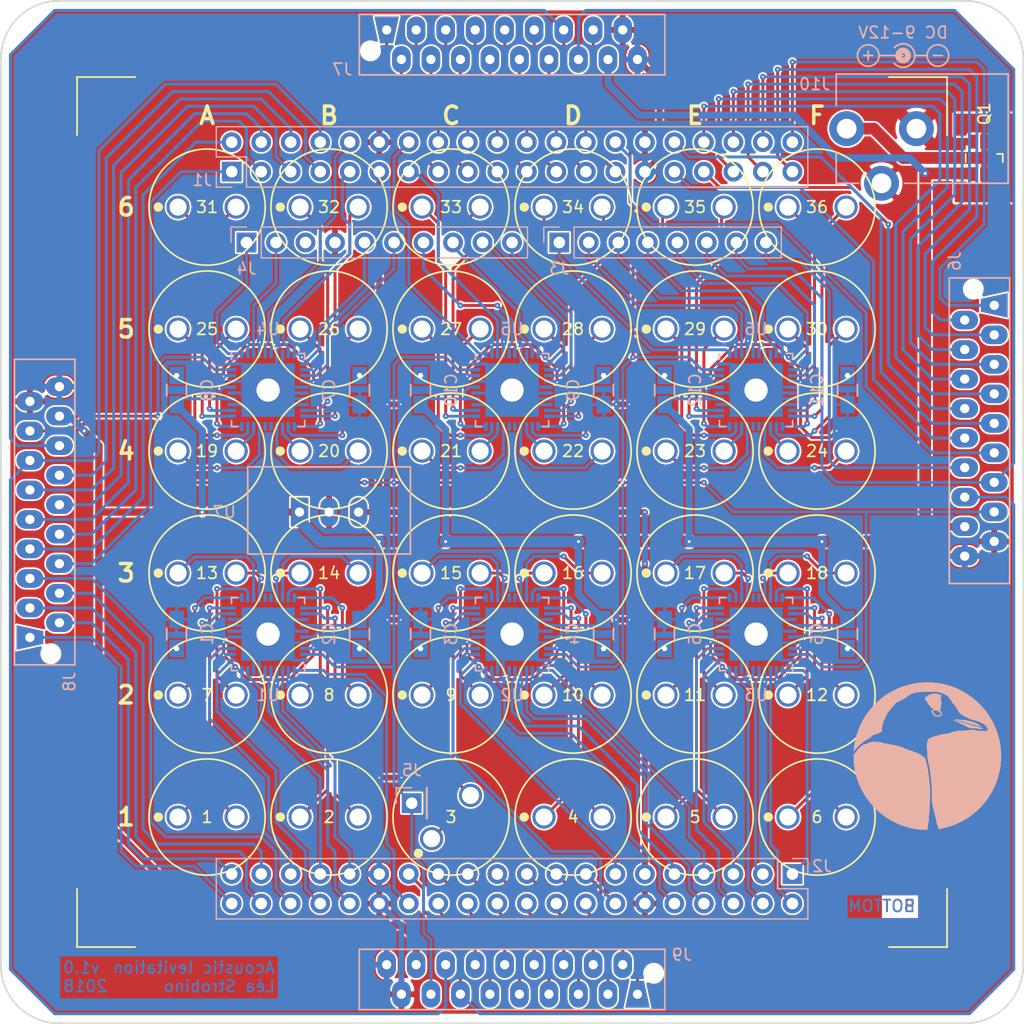
<source format=kicad_pcb>
(kicad_pcb (version 20171130) (host pcbnew 6.0.0-rc1-unknown-3f9230f~66~ubuntu16.04.1)
  (title_block (title "Acoustic levitation") (date 2018-04-11) (rev 1.0) (company "Léa Strobino") (comment 1 "Main PCB"))
  (layers (0 F.Cu signal) (31 B.Cu signal) (34 B.Paste user) (35 F.Paste user) (36 B.SilkS user) (37 F.SilkS user) (38 B.Mask user) (39 F.Mask user) (44 Edge.Cuts user))
  (net 0 "")
  (net 1 +3V3)
  (net 2 GND)
  (net 3 +12V)
  (net 4 +5V)
  (net 5 /Wing_C1)
  (net 6 /Wing_C2)
  (net 7 /Wing_C3)
  (net 8 /Wing_C4)
  (net 9 /Wing_C5)
  (net 10 /Piezo_A1)
  (net 11 /Piezo_B1)
  (net 12 /Piezo_C1)
  (net 13 /Piezo_A2)
  (net 14 /Piezo_B2)
  (net 15 /Piezo_C2)
  (net 16 /Piezo_A3)
  (net 17 /Piezo_B3)
  (net 18 /Piezo_C3)
  (net 19 /Piezo_A4)
  (net 20 /Piezo_B4)
  (net 21 /Piezo_C4)
  (net 22 /Piezo_A5)
  (net 23 /Piezo_B5)
  (net 24 /Piezo_C5)
  (net 25 /Piezo_A6)
  (net 26 /Piezo_B6)
  (net 27 /Piezo_C6)
  (net 28 /Wing_D5)
  (net 29 /Wing_D4)
  (net 30 /Wing_D3)
  (net 31 /Wing_D2)
  (net 32 /Wing_D1)
  (net 33 /Wing_D12)
  (net 34 "Net-(J4-Pad3)")
  (net 35 /Wing_D11)
  (net 36 /Wing_D10)
  (net 37 /Wing_D9)
  (net 38 /Wing_D8)
  (net 39 /Wing_D7)
  (net 40 /Wing_D6)
  (net 41 /Enable)
  (net 42 "Net-(TR1-Pad1)")
  (net 43 "Net-(TR1-Pad2)")
  (net 44 "Net-(TR2-Pad1)")
  (net 45 "Net-(TR2-Pad2)")
  (net 46 "Net-(TR3-Pad1)")
  (net 47 "Net-(TR3-Pad2)")
  (net 48 "Net-(TR4-Pad1)")
  (net 49 "Net-(TR4-Pad2)")
  (net 50 "Net-(TR5-Pad1)")
  (net 51 "Net-(TR5-Pad2)")
  (net 52 "Net-(TR6-Pad1)")
  (net 53 "Net-(TR6-Pad2)")
  (net 54 "Net-(TR7-Pad1)")
  (net 55 "Net-(TR7-Pad2)")
  (net 56 "Net-(TR8-Pad1)")
  (net 57 "Net-(TR8-Pad2)")
  (net 58 "Net-(TR9-Pad1)")
  (net 59 "Net-(TR9-Pad2)")
  (net 60 "Net-(TR10-Pad1)")
  (net 61 "Net-(TR10-Pad2)")
  (net 62 "Net-(TR11-Pad1)")
  (net 63 "Net-(TR11-Pad2)")
  (net 64 "Net-(TR12-Pad1)")
  (net 65 "Net-(TR12-Pad2)")
  (net 66 "Net-(TR13-Pad1)")
  (net 67 "Net-(TR13-Pad2)")
  (net 68 "Net-(TR14-Pad1)")
  (net 69 "Net-(TR14-Pad2)")
  (net 70 "Net-(TR15-Pad1)")
  (net 71 "Net-(TR15-Pad2)")
  (net 72 "Net-(TR16-Pad1)")
  (net 73 "Net-(TR16-Pad2)")
  (net 74 "Net-(TR17-Pad1)")
  (net 75 "Net-(TR17-Pad2)")
  (net 76 "Net-(TR18-Pad1)")
  (net 77 "Net-(TR18-Pad2)")
  (net 78 "Net-(TR19-Pad1)")
  (net 79 "Net-(TR19-Pad2)")
  (net 80 "Net-(TR20-Pad1)")
  (net 81 "Net-(TR20-Pad2)")
  (net 82 "Net-(TR21-Pad1)")
  (net 83 "Net-(TR21-Pad2)")
  (net 84 "Net-(TR22-Pad1)")
  (net 85 "Net-(TR22-Pad2)")
  (net 86 "Net-(TR23-Pad1)")
  (net 87 "Net-(TR23-Pad2)")
  (net 88 "Net-(TR24-Pad1)")
  (net 89 "Net-(TR24-Pad2)")
  (net 90 "Net-(TR25-Pad1)")
  (net 91 "Net-(TR25-Pad2)")
  (net 92 "Net-(TR26-Pad1)")
  (net 93 "Net-(TR26-Pad2)")
  (net 94 "Net-(TR27-Pad1)")
  (net 95 "Net-(TR27-Pad2)")
  (net 96 "Net-(TR28-Pad1)")
  (net 97 "Net-(TR28-Pad2)")
  (net 98 "Net-(TR29-Pad1)")
  (net 99 "Net-(TR29-Pad2)")
  (net 100 "Net-(TR30-Pad1)")
  (net 101 "Net-(TR30-Pad2)")
  (net 102 "Net-(TR31-Pad1)")
  (net 103 "Net-(TR31-Pad2)")
  (net 104 "Net-(TR32-Pad1)")
  (net 105 "Net-(TR32-Pad2)")
  (net 106 "Net-(TR33-Pad1)")
  (net 107 "Net-(TR33-Pad2)")
  (net 108 "Net-(TR34-Pad1)")
  (net 109 "Net-(TR34-Pad2)")
  (net 110 "Net-(TR35-Pad1)")
  (net 111 "Net-(TR35-Pad2)")
  (net 112 "Net-(TR36-Pad1)")
  (net 113 "Net-(TR36-Pad2)")
  (net 114 "Net-(U1-Pad25)")
  (net 115 "Net-(U1-Pad26)")
  (net 116 "Net-(U2-Pad25)")
  (net 117 "Net-(U2-Pad26)")
  (net 118 "Net-(U3-Pad25)")
  (net 119 "Net-(U3-Pad26)")
  (net 120 "Net-(U4-Pad25)")
  (net 121 "Net-(U4-Pad26)")
  (net 122 "Net-(U5-Pad25)")
  (net 123 "Net-(U5-Pad26)")
  (net 124 "Net-(U6-Pad25)")
  (net 125 "Net-(U6-Pad26)")
  (net 126 /Piezo_D1)
  (net 127 /Piezo_D2)
  (net 128 /Piezo_D3)
  (net 129 /Piezo_D4)
  (net 130 /Piezo_D5)
  (net 131 /Piezo_D6)
  (net 132 /Wing_C6)
  (net 133 /Wing_C7)
  (net 134 /Wing_C8)
  (net 135 /Wing_C9)
  (net 136 /Wing_C10)
  (net 137 /Wing_C11)
  (net 138 /Wing_C12)
  (net 139 /Piezo_E1)
  (net 140 /Piezo_E2)
  (net 141 /Piezo_E3)
  (net 142 /Piezo_E4)
  (net 143 /Piezo_E5)
  (net 144 /Piezo_E6)
  (net 145 /Wing_B1)
  (net 146 /Wing_B2)
  (net 147 /Wing_B3)
  (net 148 /Wing_B4)
  (net 149 /Wing_B5)
  (net 150 /Wing_B6)
  (net 151 /Wing_B7)
  (net 152 /Wing_B8)
  (net 153 /Wing_B9)
  (net 154 /Wing_B10)
  (net 155 /Wing_B11)
  (net 156 /Wing_B12)
  (net 157 /Piezo_F1)
  (net 158 /Piezo_F2)
  (net 159 /Piezo_F3)
  (net 160 /Piezo_F4)
  (net 161 /Piezo_F5)
  (net 162 /Piezo_F6)
  (net 163 /Wing_A13)
  (net 164 /Wing_A12)
  (net 165 /Wing_A11)
  (net 166 /Wing_A10)
  (net 167 /Wing_A9)
  (net 168 /Wing_A8)
  (net 169 /Wing_A7)
  (net 170 /Wing_A6)
  (net 171 /Wing_A5)
  (net 172 /Wing_A4)
  (net 173 /Wing_A3)
  (net 174 /Wing_A2)
  (net 175 /Wing_A1)
  (net 176 /Wing_A14)
  (net 177 /Wing_C13)
  (net 178 /Wing_B13)
  (net 179 +VDC)
  (module footprints:Traco_TSR2 (layer B.Cu) (at 132.75 105)
    (fp_text reference U7 (at -9.015 0) (layer B.SilkS) (effects (justify mirror)))
    (fp_text value TSR2-2450)
    (pad 1 thru_hole rect (at -2.54 0) (size 1.5 2.5) (drill 0.8) (layers *.Cu *.Mask) (net 3 +12V))
    (pad 2 thru_hole oval (at 0 0) (size 1.5 2.5) (drill 0.8) (layers *.Cu *.Mask) (net 2 GND))
    (pad 3 thru_hole oval (at 2.54 0) (size 1.5 2.5) (drill 0.8) (layers *.Cu *.Mask) (net 4 +5V))
  )
  (module footprints:Murata_MA40S4S_TE_8134-HC-8P2 (layer F.Cu) (at 143.25 131.25 48)
    (fp_text reference TR12 hide)
    (fp_text value MA40S4S)
    (pad 1 thru_hole circle (at -2.5 0 48) (size 2 2) (drill 1.47) (layers *.Cu *.Mask) (net 64 "Net-(TR12-Pad1)"))
    (pad 2 thru_hole circle (at 2.5 0 48) (size 2 2) (drill 1.47) (layers *.Cu *.Mask) (net 65 "Net-(TR12-Pad2)"))
  )
  (module Capacitors_SMD:C_0805_HandSoldering (layer B.Cu) (at 119.625 115.5 270)
    (fp_text reference C1 (at 0 -2.625 270) (layer B.SilkS) (effects (justify mirror)))
    (fp_text value 100n)
    (pad 1 smd rect (at -1.25 0 270) (size 1.5 1.25) (layers B.Cu B.Paste B.Mask) (net 1 +3V3))
    (pad 2 smd rect (at 1.25 0 270) (size 1.5 1.25) (layers B.Cu B.Paste B.Mask) (net 2 GND))
  )
  (module Capacitors_SMD:C_0805_HandSoldering (layer B.Cu) (at 135.375 115.5 270)
    (fp_text reference C2 (at 0 2.625 270) (layer B.SilkS) (effects (justify mirror)))
    (fp_text value 100n)
    (pad 1 smd rect (at -1.25 0 270) (size 1.5 1.25) (layers B.Cu B.Paste B.Mask) (net 3 +12V))
    (pad 2 smd rect (at 1.25 0 270) (size 1.5 1.25) (layers B.Cu B.Paste B.Mask) (net 2 GND))
  )
  (module Capacitors_SMD:C_0805_HandSoldering (layer B.Cu) (at 140.625 115.5 270)
    (fp_text reference C3 (at 0 -2.625 270) (layer B.SilkS) (effects (justify mirror)))
    (fp_text value 100n)
    (pad 1 smd rect (at -1.25 0 270) (size 1.5 1.25) (layers B.Cu B.Paste B.Mask) (net 1 +3V3))
    (pad 2 smd rect (at 1.25 0 270) (size 1.5 1.25) (layers B.Cu B.Paste B.Mask) (net 2 GND))
  )
  (module Capacitors_SMD:C_0805_HandSoldering (layer B.Cu) (at 156.375 115.5 270)
    (fp_text reference C4 (at 0 2.625 270) (layer B.SilkS) (effects (justify mirror)))
    (fp_text value 100n)
    (pad 1 smd rect (at -1.25 0 270) (size 1.5 1.25) (layers B.Cu B.Paste B.Mask) (net 3 +12V))
    (pad 2 smd rect (at 1.25 0 270) (size 1.5 1.25) (layers B.Cu B.Paste B.Mask) (net 2 GND))
  )
  (module Capacitors_SMD:C_0805_HandSoldering (layer B.Cu) (at 161.625 115.5 270)
    (fp_text reference C5 (at 0 -2.625 270) (layer B.SilkS) (effects (justify mirror)))
    (fp_text value 100n)
    (pad 1 smd rect (at -1.25 0 270) (size 1.5 1.25) (layers B.Cu B.Paste B.Mask) (net 1 +3V3))
    (pad 2 smd rect (at 1.25 0 270) (size 1.5 1.25) (layers B.Cu B.Paste B.Mask) (net 2 GND))
  )
  (module Capacitors_SMD:C_0805_HandSoldering (layer B.Cu) (at 177.375 115.5 270)
    (fp_text reference C6 (at 0 2.625 270) (layer B.SilkS) (effects (justify mirror)))
    (fp_text value 100n)
    (pad 1 smd rect (at -1.25 0 270) (size 1.5 1.25) (layers B.Cu B.Paste B.Mask) (net 3 +12V))
    (pad 2 smd rect (at 1.25 0 270) (size 1.5 1.25) (layers B.Cu B.Paste B.Mask) (net 2 GND))
  )
  (module Capacitors_SMD:C_0805_HandSoldering (layer B.Cu) (at 135.375 94.5 90)
    (fp_text reference C7 (at 0 -2.625 90) (layer B.SilkS) (effects (justify mirror)))
    (fp_text value 100n)
    (pad 1 smd rect (at -1.25 0 90) (size 1.5 1.25) (layers B.Cu B.Paste B.Mask) (net 1 +3V3))
    (pad 2 smd rect (at 1.25 0 90) (size 1.5 1.25) (layers B.Cu B.Paste B.Mask) (net 2 GND))
  )
  (module Capacitors_SMD:C_0805_HandSoldering (layer B.Cu) (at 119.625 94.5 90)
    (fp_text reference C8 (at 0 2.625 90) (layer B.SilkS) (effects (justify mirror)))
    (fp_text value 100n)
    (pad 1 smd rect (at -1.25 0 90) (size 1.5 1.25) (layers B.Cu B.Paste B.Mask) (net 3 +12V))
    (pad 2 smd rect (at 1.25 0 90) (size 1.5 1.25) (layers B.Cu B.Paste B.Mask) (net 2 GND))
  )
  (module Capacitors_SMD:C_0805_HandSoldering (layer B.Cu) (at 156.375 94.5 90)
    (fp_text reference C9 (at 0 -2.625 90) (layer B.SilkS) (effects (justify mirror)))
    (fp_text value 100n)
    (pad 1 smd rect (at -1.25 0 90) (size 1.5 1.25) (layers B.Cu B.Paste B.Mask) (net 1 +3V3))
    (pad 2 smd rect (at 1.25 0 90) (size 1.5 1.25) (layers B.Cu B.Paste B.Mask) (net 2 GND))
  )
  (module Capacitors_SMD:C_0805_HandSoldering (layer B.Cu) (at 140.625 94.5 90)
    (fp_text reference C10 (at 0 2.625 90) (layer B.SilkS) (effects (justify mirror)))
    (fp_text value 100n)
    (pad 1 smd rect (at -1.25 0 90) (size 1.5 1.25) (layers B.Cu B.Paste B.Mask) (net 3 +12V))
    (pad 2 smd rect (at 1.25 0 90) (size 1.5 1.25) (layers B.Cu B.Paste B.Mask) (net 2 GND))
  )
  (module Capacitors_SMD:C_0805_HandSoldering (layer B.Cu) (at 177.375 94.5 90)
    (fp_text reference C11 (at 0 -2.625 90) (layer B.SilkS) (effects (justify mirror)))
    (fp_text value 100n)
    (pad 1 smd rect (at -1.25 0 90) (size 1.5 1.25) (layers B.Cu B.Paste B.Mask) (net 1 +3V3))
    (pad 2 smd rect (at 1.25 0 90) (size 1.5 1.25) (layers B.Cu B.Paste B.Mask) (net 2 GND))
  )
  (module Capacitors_SMD:C_0805_HandSoldering (layer B.Cu) (at 161.625 94.5 90)
    (fp_text reference C12 (at 0 2.625 90) (layer B.SilkS) (effects (justify mirror)))
    (fp_text value 100n)
    (pad 1 smd rect (at -1.25 0 90) (size 1.5 1.25) (layers B.Cu B.Paste B.Mask) (net 3 +12V))
    (pad 2 smd rect (at 1.25 0 90) (size 1.5 1.25) (layers B.Cu B.Paste B.Mask) (net 2 GND))
  )
  (module Socket_Strips:Socket_Strip_Straight_2x20_Pitch2.54mm (layer B.Cu) (at 124.37 75.702 270)
    (fp_text reference J1 (at 0.723 2.54) (layer B.SilkS) (effects (justify mirror)))
    (fp_text value "DE0-Nano-SoC: GPIO 0")
    (pad 1 thru_hole rect (at 0 0 270) (size 1.7 1.7) (drill 1) (layers *.Cu *.Mask) (net 132 /Wing_C6))
    (pad 2 thru_hole oval (at -2.54 0 270) (size 1.7 1.7) (drill 1) (layers *.Cu *.Mask) (net 133 /Wing_C7))
    (pad 3 thru_hole oval (at 0 -2.54 270) (size 1.7 1.7) (drill 1) (layers *.Cu *.Mask) (net 134 /Wing_C8))
    (pad 4 thru_hole oval (at -2.54 -2.54 270) (size 1.7 1.7) (drill 1) (layers *.Cu *.Mask) (net 135 /Wing_C9))
    (pad 5 thru_hole oval (at 0 -5.08 270) (size 1.7 1.7) (drill 1) (layers *.Cu *.Mask) (net 136 /Wing_C10))
    (pad 6 thru_hole oval (at -2.54 -5.08 270) (size 1.7 1.7) (drill 1) (layers *.Cu *.Mask) (net 137 /Wing_C11))
    (pad 7 thru_hole oval (at 0 -7.62 270) (size 1.7 1.7) (drill 1) (layers *.Cu *.Mask) (net 138 /Wing_C12))
    (pad 8 thru_hole oval (at -2.54 -7.62 270) (size 1.7 1.7) (drill 1) (layers *.Cu *.Mask) (net 177 /Wing_C13))
    (pad 9 thru_hole oval (at 0 -10.16 270) (size 1.7 1.7) (drill 1) (layers *.Cu *.Mask) (net 129 /Piezo_D4))
    (pad 10 thru_hole oval (at -2.54 -10.16 270) (size 1.7 1.7) (drill 1) (layers *.Cu *.Mask) (net 128 /Piezo_D3))
    (pad 11 thru_hole oval (at 0 -12.7 270) (size 1.7 1.7) (drill 1) (layers *.Cu *.Mask) (net 4 +5V))
    (pad 12 thru_hole oval (at -2.54 -12.7 270) (size 1.7 1.7) (drill 1) (layers *.Cu *.Mask) (net 2 GND))
    (pad 13 thru_hole oval (at 0 -15.24 270) (size 1.7 1.7) (drill 1) (layers *.Cu *.Mask) (net 140 /Piezo_E2))
    (pad 14 thru_hole oval (at -2.54 -15.24 270) (size 1.7 1.7) (drill 1) (layers *.Cu *.Mask) (net 139 /Piezo_E1))
    (pad 15 thru_hole oval (at 0 -17.78 270) (size 1.7 1.7) (drill 1) (layers *.Cu *.Mask) (net 145 /Wing_B1))
    (pad 16 thru_hole oval (at -2.54 -17.78 270) (size 1.7 1.7) (drill 1) (layers *.Cu *.Mask) (net 146 /Wing_B2))
    (pad 17 thru_hole oval (at 0 -20.32 270) (size 1.7 1.7) (drill 1) (layers *.Cu *.Mask) (net 147 /Wing_B3))
    (pad 18 thru_hole oval (at -2.54 -20.32 270) (size 1.7 1.7) (drill 1) (layers *.Cu *.Mask) (net 148 /Wing_B4))
    (pad 19 thru_hole oval (at 0 -22.86 270) (size 1.7 1.7) (drill 1) (layers *.Cu *.Mask) (net 149 /Wing_B5))
    (pad 20 thru_hole oval (at -2.54 -22.86 270) (size 1.7 1.7) (drill 1) (layers *.Cu *.Mask) (net 150 /Wing_B6))
    (pad 21 thru_hole oval (at 0 -25.4 270) (size 1.7 1.7) (drill 1) (layers *.Cu *.Mask) (net 151 /Wing_B7))
    (pad 22 thru_hole oval (at -2.54 -25.4 270) (size 1.7 1.7) (drill 1) (layers *.Cu *.Mask) (net 152 /Wing_B8))
    (pad 23 thru_hole oval (at 0 -27.94 270) (size 1.7 1.7) (drill 1) (layers *.Cu *.Mask) (net 153 /Wing_B9))
    (pad 24 thru_hole oval (at -2.54 -27.94 270) (size 1.7 1.7) (drill 1) (layers *.Cu *.Mask) (net 154 /Wing_B10))
    (pad 25 thru_hole oval (at 0 -30.48 270) (size 1.7 1.7) (drill 1) (layers *.Cu *.Mask) (net 155 /Wing_B11))
    (pad 26 thru_hole oval (at -2.54 -30.48 270) (size 1.7 1.7) (drill 1) (layers *.Cu *.Mask) (net 156 /Wing_B12))
    (pad 27 thru_hole oval (at 0 -33.02 270) (size 1.7 1.7) (drill 1) (layers *.Cu *.Mask) (net 178 /Wing_B13))
    (pad 28 thru_hole oval (at -2.54 -33.02 270) (size 1.7 1.7) (drill 1) (layers *.Cu *.Mask) (net 165 /Wing_A11))
    (pad 29 thru_hole oval (at 0 -35.56 270) (size 1.7 1.7) (drill 1) (layers *.Cu *.Mask) (net 1 +3V3))
    (pad 30 thru_hole oval (at -2.54 -35.56 270) (size 1.7 1.7) (drill 1) (layers *.Cu *.Mask) (net 2 GND))
    (pad 31 thru_hole oval (at 0 -38.1 270) (size 1.7 1.7) (drill 1) (layers *.Cu *.Mask) (net 166 /Wing_A10))
    (pad 32 thru_hole oval (at -2.54 -38.1 270) (size 1.7 1.7) (drill 1) (layers *.Cu *.Mask) (net 167 /Wing_A9))
    (pad 33 thru_hole oval (at 0 -40.64 270) (size 1.7 1.7) (drill 1) (layers *.Cu *.Mask) (net 168 /Wing_A8))
    (pad 34 thru_hole oval (at -2.54 -40.64 270) (size 1.7 1.7) (drill 1) (layers *.Cu *.Mask) (net 169 /Wing_A7))
    (pad 35 thru_hole oval (at 0 -43.18 270) (size 1.7 1.7) (drill 1) (layers *.Cu *.Mask) (net 170 /Wing_A6))
    (pad 36 thru_hole oval (at -2.54 -43.18 270) (size 1.7 1.7) (drill 1) (layers *.Cu *.Mask) (net 171 /Wing_A5))
    (pad 37 thru_hole oval (at 0 -45.72 270) (size 1.7 1.7) (drill 1) (layers *.Cu *.Mask) (net 172 /Wing_A4))
    (pad 38 thru_hole oval (at -2.54 -45.72 270) (size 1.7 1.7) (drill 1) (layers *.Cu *.Mask) (net 173 /Wing_A3))
    (pad 39 thru_hole oval (at 0 -48.26 270) (size 1.7 1.7) (drill 1) (layers *.Cu *.Mask) (net 174 /Wing_A2))
    (pad 40 thru_hole oval (at -2.54 -48.26 270) (size 1.7 1.7) (drill 1) (layers *.Cu *.Mask) (net 175 /Wing_A1))
  )
  (module Socket_Strips:Socket_Strip_Straight_2x20_Pitch2.54mm (layer B.Cu) (at 172.63 136.154 90)
    (fp_text reference J2 (at 0.674 2.54 180) (layer B.SilkS) (effects (justify mirror)))
    (fp_text value "DE0-Nano-SoC: GPIO 1")
    (pad 1 thru_hole rect (at 0 0 90) (size 1.7 1.7) (drill 1) (layers *.Cu *.Mask) (net 12 /Piezo_C1))
    (pad 2 thru_hole oval (at -2.54 0 90) (size 1.7 1.7) (drill 1) (layers *.Cu *.Mask) (net 15 /Piezo_C2))
    (pad 3 thru_hole oval (at 0 -2.54 90) (size 1.7 1.7) (drill 1) (layers *.Cu *.Mask) (net 18 /Piezo_C3))
    (pad 4 thru_hole oval (at -2.54 -2.54 90) (size 1.7 1.7) (drill 1) (layers *.Cu *.Mask) (net 21 /Piezo_C4))
    (pad 5 thru_hole oval (at 0 -5.08 90) (size 1.7 1.7) (drill 1) (layers *.Cu *.Mask) (net 24 /Piezo_C5))
    (pad 6 thru_hole oval (at -2.54 -5.08 90) (size 1.7 1.7) (drill 1) (layers *.Cu *.Mask) (net 27 /Piezo_C6))
    (pad 7 thru_hole oval (at 0 -7.62 90) (size 1.7 1.7) (drill 1) (layers *.Cu *.Mask) (net 11 /Piezo_B1))
    (pad 8 thru_hole oval (at -2.54 -7.62 90) (size 1.7 1.7) (drill 1) (layers *.Cu *.Mask) (net 14 /Piezo_B2))
    (pad 9 thru_hole oval (at 0 -10.16 90) (size 1.7 1.7) (drill 1) (layers *.Cu *.Mask) (net 17 /Piezo_B3))
    (pad 10 thru_hole oval (at -2.54 -10.16 90) (size 1.7 1.7) (drill 1) (layers *.Cu *.Mask) (net 20 /Piezo_B4))
    (pad 11 thru_hole oval (at 0 -12.7 90) (size 1.7 1.7) (drill 1) (layers *.Cu *.Mask) (net 4 +5V))
    (pad 12 thru_hole oval (at -2.54 -12.7 90) (size 1.7 1.7) (drill 1) (layers *.Cu *.Mask) (net 2 GND))
    (pad 13 thru_hole oval (at 0 -15.24 90) (size 1.7 1.7) (drill 1) (layers *.Cu *.Mask) (net 23 /Piezo_B5))
    (pad 14 thru_hole oval (at -2.54 -15.24 90) (size 1.7 1.7) (drill 1) (layers *.Cu *.Mask) (net 26 /Piezo_B6))
    (pad 15 thru_hole oval (at 0 -17.78 90) (size 1.7 1.7) (drill 1) (layers *.Cu *.Mask) (net 32 /Wing_D1))
    (pad 16 thru_hole oval (at -2.54 -17.78 90) (size 1.7 1.7) (drill 1) (layers *.Cu *.Mask) (net 31 /Wing_D2))
    (pad 17 thru_hole oval (at 0 -20.32 90) (size 1.7 1.7) (drill 1) (layers *.Cu *.Mask) (net 30 /Wing_D3))
    (pad 18 thru_hole oval (at -2.54 -20.32 90) (size 1.7 1.7) (drill 1) (layers *.Cu *.Mask) (net 29 /Wing_D4))
    (pad 19 thru_hole oval (at 0 -22.86 90) (size 1.7 1.7) (drill 1) (layers *.Cu *.Mask) (net 28 /Wing_D5))
    (pad 20 thru_hole oval (at -2.54 -22.86 90) (size 1.7 1.7) (drill 1) (layers *.Cu *.Mask) (net 40 /Wing_D6))
    (pad 21 thru_hole oval (at 0 -25.4 90) (size 1.7 1.7) (drill 1) (layers *.Cu *.Mask) (net 39 /Wing_D7))
    (pad 22 thru_hole oval (at -2.54 -25.4 90) (size 1.7 1.7) (drill 1) (layers *.Cu *.Mask) (net 38 /Wing_D8))
    (pad 23 thru_hole oval (at 0 -27.94 90) (size 1.7 1.7) (drill 1) (layers *.Cu *.Mask) (net 37 /Wing_D9))
    (pad 24 thru_hole oval (at -2.54 -27.94 90) (size 1.7 1.7) (drill 1) (layers *.Cu *.Mask) (net 36 /Wing_D10))
    (pad 25 thru_hole oval (at 0 -30.48 90) (size 1.7 1.7) (drill 1) (layers *.Cu *.Mask) (net 35 /Wing_D11))
    (pad 26 thru_hole oval (at -2.54 -30.48 90) (size 1.7 1.7) (drill 1) (layers *.Cu *.Mask) (net 33 /Wing_D12))
    (pad 27 thru_hole oval (at 0 -33.02 90) (size 1.7 1.7) (drill 1) (layers *.Cu *.Mask) (net 176 /Wing_A14))
    (pad 28 thru_hole oval (at -2.54 -33.02 90) (size 1.7 1.7) (drill 1) (layers *.Cu *.Mask) (net 10 /Piezo_A1))
    (pad 29 thru_hole oval (at 0 -35.56 90) (size 1.7 1.7) (drill 1) (layers *.Cu *.Mask) (net 1 +3V3))
    (pad 30 thru_hole oval (at -2.54 -35.56 90) (size 1.7 1.7) (drill 1) (layers *.Cu *.Mask) (net 2 GND))
    (pad 31 thru_hole oval (at 0 -38.1 90) (size 1.7 1.7) (drill 1) (layers *.Cu *.Mask) (net 13 /Piezo_A2))
    (pad 32 thru_hole oval (at -2.54 -38.1 90) (size 1.7 1.7) (drill 1) (layers *.Cu *.Mask) (net 16 /Piezo_A3))
    (pad 33 thru_hole oval (at 0 -40.64 90) (size 1.7 1.7) (drill 1) (layers *.Cu *.Mask) (net 19 /Piezo_A4))
    (pad 34 thru_hole oval (at -2.54 -40.64 90) (size 1.7 1.7) (drill 1) (layers *.Cu *.Mask) (net 22 /Piezo_A5))
    (pad 35 thru_hole oval (at 0 -43.18 90) (size 1.7 1.7) (drill 1) (layers *.Cu *.Mask) (net 25 /Piezo_A6))
    (pad 36 thru_hole oval (at -2.54 -43.18 90) (size 1.7 1.7) (drill 1) (layers *.Cu *.Mask) (net 9 /Wing_C5))
    (pad 37 thru_hole oval (at 0 -45.72 90) (size 1.7 1.7) (drill 1) (layers *.Cu *.Mask) (net 8 /Wing_C4))
    (pad 38 thru_hole oval (at -2.54 -45.72 90) (size 1.7 1.7) (drill 1) (layers *.Cu *.Mask) (net 7 /Wing_C3))
    (pad 39 thru_hole oval (at 0 -48.26 90) (size 1.7 1.7) (drill 1) (layers *.Cu *.Mask) (net 6 /Wing_C2))
    (pad 40 thru_hole oval (at -2.54 -48.26 90) (size 1.7 1.7) (drill 1) (layers *.Cu *.Mask) (net 5 /Wing_C1))
  )
  (module Pin_Headers:Pin_Header_Straight_1x08_Pitch2.54mm (layer B.Cu) (at 152.564 81.798 270)
    (fp_text reference J3 (at 2.245 0) (layer B.SilkS) (effects (justify mirror)))
    (fp_text value "DE0-Nano-SoC: JP3")
    (pad 1 thru_hole rect (at 0 0 270) (size 1.7 1.7) (drill 1) (layers *.Cu *.Mask) (net 157 /Piezo_F1))
    (pad 2 thru_hole oval (at 0 -2.54 270) (size 1.7 1.7) (drill 1) (layers *.Cu *.Mask) (net 158 /Piezo_F2))
    (pad 3 thru_hole oval (at 0 -5.08 270) (size 1.7 1.7) (drill 1) (layers *.Cu *.Mask) (net 159 /Piezo_F3))
    (pad 4 thru_hole oval (at 0 -7.62 270) (size 1.7 1.7) (drill 1) (layers *.Cu *.Mask) (net 160 /Piezo_F4))
    (pad 5 thru_hole oval (at 0 -10.16 270) (size 1.7 1.7) (drill 1) (layers *.Cu *.Mask) (net 161 /Piezo_F5))
    (pad 6 thru_hole oval (at 0 -12.7 270) (size 1.7 1.7) (drill 1) (layers *.Cu *.Mask) (net 162 /Piezo_F6))
    (pad 7 thru_hole oval (at 0 -15.24 270) (size 1.7 1.7) (drill 1) (layers *.Cu *.Mask) (net 163 /Wing_A13))
    (pad 8 thru_hole oval (at 0 -17.78 270) (size 1.7 1.7) (drill 1) (layers *.Cu *.Mask) (net 164 /Wing_A12))
  )
  (module Pin_Headers:Pin_Header_Straight_1x10_Pitch2.54mm (layer B.Cu) (at 125.64 81.798 270)
    (fp_text reference J4 (at 2.245 0) (layer B.SilkS) (effects (justify mirror)))
    (fp_text value "DE0-Nano-SoC: JP2")
    (pad 1 thru_hole rect (at 0 0 270) (size 1.7 1.7) (drill 1) (layers *.Cu *.Mask) (net 126 /Piezo_D1))
    (pad 2 thru_hole oval (at 0 -2.54 270) (size 1.7 1.7) (drill 1) (layers *.Cu *.Mask) (net 127 /Piezo_D2))
    (pad 3 thru_hole oval (at 0 -5.08 270) (size 1.7 1.7) (drill 1) (layers *.Cu *.Mask) (net 34 "Net-(J4-Pad3)"))
    (pad 4 thru_hole oval (at 0 -7.62 270) (size 1.7 1.7) (drill 1) (layers *.Cu *.Mask) (net 2 GND))
    (pad 5 thru_hole oval (at 0 -10.16 270) (size 1.7 1.7) (drill 1) (layers *.Cu *.Mask) (net 130 /Piezo_D5))
    (pad 6 thru_hole oval (at 0 -12.7 270) (size 1.7 1.7) (drill 1) (layers *.Cu *.Mask) (net 131 /Piezo_D6))
    (pad 7 thru_hole oval (at 0 -15.24 270) (size 1.7 1.7) (drill 1) (layers *.Cu *.Mask) (net 141 /Piezo_E3))
    (pad 8 thru_hole oval (at 0 -17.78 270) (size 1.7 1.7) (drill 1) (layers *.Cu *.Mask) (net 142 /Piezo_E4))
    (pad 9 thru_hole oval (at 0 -20.32 270) (size 1.7 1.7) (drill 1) (layers *.Cu *.Mask) (net 143 /Piezo_E5))
    (pad 10 thru_hole oval (at 0 -22.86 270) (size 1.7 1.7) (drill 1) (layers *.Cu *.Mask) (net 144 /Piezo_E6))
  )
  (module Pin_Headers:Pin_Header_Straight_1x01_Pitch2.54mm (layer B.Cu) (at 139.864 130.058 270)
    (fp_text reference J5 (at -2.833 0) (layer B.SilkS) (effects (justify mirror)))
    (fp_text value "DE0-Nano-SoC: JP5[3]")
    (pad 1 thru_hole rect (at 0 0 270) (size 1.7 1.7) (drill 1) (layers *.Cu *.Mask) (net 41 /Enable))
  )
  (module footprints:TSOP-6_2.9x1.5mm_Pitch0.95mm (layer F.Cu) (at 189.14 74.52 180)
    (fp_text reference Q1 (at 0 3.81 90) (layer F.SilkS))
    (fp_text value Si3421DV)
    (pad 1 smd rect (at -0.95 1.4 180) (size 0.7 1.2) (layers F.Cu F.Paste F.Mask) (net 179 +VDC))
    (pad 2 smd rect (at 0 1.4 180) (size 0.7 1.2) (layers F.Cu F.Paste F.Mask) (net 179 +VDC))
    (pad 3 smd rect (at 0.95 1.4 180) (size 0.7 1.2) (layers F.Cu F.Paste F.Mask) (net 2 GND))
    (pad 4 smd rect (at 0.95 -1.4 180) (size 0.7 1.2) (layers F.Cu F.Paste F.Mask) (net 3 +12V))
    (pad 5 smd rect (at 0 -1.4 180) (size 0.7 1.2) (layers F.Cu F.Paste F.Mask) (net 179 +VDC))
    (pad 6 smd rect (at -0.95 -1.4 180) (size 0.7 1.2) (layers F.Cu F.Paste F.Mask) (net 179 +VDC))
  )
  (module footprints:CUI_PJ-102AH (layer B.Cu) (at 191 72 90)
    (fp_text reference J10 (at 3.83 -16.465 180) (layer B.SilkS) (effects (justify mirror)))
    (fp_text value PJ-102AH)
    (pad 1 thru_hole circle (at 0 -13.7 90) (size 3 3) (drill 1.7) (layers *.Cu *.Mask) (net 179 +VDC))
    (pad 2 thru_hole circle (at 0 -7.7 90) (size 3 3) (drill 1.7) (layers *.Cu *.Mask) (net 2 GND))
    (pad 3 thru_hole circle (at -4.7 -10.7 90) (size 3 3) (drill 1.7) (layers *.Cu *.Mask) (net 2 GND))
  )
  (module footprints:Murata_MA40S4S_TE_8134-HC-8P2 (layer F.Cu) (at 174.75 78.75)
    (fp_text reference TR36 hide)
    (fp_text value MA40S4S)
    (pad 1 thru_hole circle (at -2.5 0) (size 2 2) (drill 1.47) (layers *.Cu *.Mask) (net 112 "Net-(TR36-Pad1)"))
    (pad 2 thru_hole circle (at 2.5 0) (size 2 2) (drill 1.47) (layers *.Cu *.Mask) (net 113 "Net-(TR36-Pad2)"))
  )
  (module footprints:Murata_MA40S4S_TE_8134-HC-8P2 (layer F.Cu) (at 174.75 89.25)
    (fp_text reference TR35 hide)
    (fp_text value MA40S4S)
    (pad 1 thru_hole circle (at -2.5 0) (size 2 2) (drill 1.47) (layers *.Cu *.Mask) (net 110 "Net-(TR35-Pad1)"))
    (pad 2 thru_hole circle (at 2.5 0) (size 2 2) (drill 1.47) (layers *.Cu *.Mask) (net 111 "Net-(TR35-Pad2)"))
  )
  (module footprints:Murata_MA40S4S_TE_8134-HC-8P2 (layer F.Cu) (at 174.75 99.75)
    (fp_text reference TR34 hide)
    (fp_text value MA40S4S)
    (pad 1 thru_hole circle (at -2.5 0) (size 2 2) (drill 1.47) (layers *.Cu *.Mask) (net 108 "Net-(TR34-Pad1)"))
    (pad 2 thru_hole circle (at 2.5 0) (size 2 2) (drill 1.47) (layers *.Cu *.Mask) (net 109 "Net-(TR34-Pad2)"))
  )
  (module footprints:Murata_MA40S4S_TE_8134-HC-8P2 (layer F.Cu) (at 164.25 99.75)
    (fp_text reference TR33 hide)
    (fp_text value MA40S4S)
    (pad 1 thru_hole circle (at -2.5 0) (size 2 2) (drill 1.47) (layers *.Cu *.Mask) (net 106 "Net-(TR33-Pad1)"))
    (pad 2 thru_hole circle (at 2.5 0) (size 2 2) (drill 1.47) (layers *.Cu *.Mask) (net 107 "Net-(TR33-Pad2)"))
  )
  (module footprints:Murata_MA40S4S_TE_8134-HC-8P2 (layer F.Cu) (at 164.25 89.25)
    (fp_text reference TR32 hide)
    (fp_text value MA40S4S)
    (pad 1 thru_hole circle (at -2.5 0) (size 2 2) (drill 1.47) (layers *.Cu *.Mask) (net 104 "Net-(TR32-Pad1)"))
    (pad 2 thru_hole circle (at 2.5 0) (size 2 2) (drill 1.47) (layers *.Cu *.Mask) (net 105 "Net-(TR32-Pad2)"))
  )
  (module footprints:Murata_MA40S4S_TE_8134-HC-8P2 (layer F.Cu) (at 164.25 78.75)
    (fp_text reference TR31 hide)
    (fp_text value MA40S4S)
    (pad 1 thru_hole circle (at -2.5 0) (size 2 2) (drill 1.47) (layers *.Cu *.Mask) (net 102 "Net-(TR31-Pad1)"))
    (pad 2 thru_hole circle (at 2.5 0) (size 2 2) (drill 1.47) (layers *.Cu *.Mask) (net 103 "Net-(TR31-Pad2)"))
  )
  (module footprints:Murata_MA40S4S_TE_8134-HC-8P2 (layer F.Cu) (at 153.75 78.75)
    (fp_text reference TR30 hide)
    (fp_text value MA40S4S)
    (pad 1 thru_hole circle (at -2.5 0) (size 2 2) (drill 1.47) (layers *.Cu *.Mask) (net 100 "Net-(TR30-Pad1)"))
    (pad 2 thru_hole circle (at 2.5 0) (size 2 2) (drill 1.47) (layers *.Cu *.Mask) (net 101 "Net-(TR30-Pad2)"))
  )
  (module footprints:Murata_MA40S4S_TE_8134-HC-8P2 (layer F.Cu) (at 153.75 89.25)
    (fp_text reference TR29 hide)
    (fp_text value MA40S4S)
    (pad 1 thru_hole circle (at -2.5 0) (size 2 2) (drill 1.47) (layers *.Cu *.Mask) (net 98 "Net-(TR29-Pad1)"))
    (pad 2 thru_hole circle (at 2.5 0) (size 2 2) (drill 1.47) (layers *.Cu *.Mask) (net 99 "Net-(TR29-Pad2)"))
  )
  (module footprints:Murata_MA40S4S_TE_8134-HC-8P2 (layer F.Cu) (at 153.75 99.75)
    (fp_text reference TR28 hide)
    (fp_text value MA40S4S)
    (pad 1 thru_hole circle (at -2.5 0) (size 2 2) (drill 1.47) (layers *.Cu *.Mask) (net 96 "Net-(TR28-Pad1)"))
    (pad 2 thru_hole circle (at 2.5 0) (size 2 2) (drill 1.47) (layers *.Cu *.Mask) (net 97 "Net-(TR28-Pad2)"))
  )
  (module footprints:Murata_MA40S4S_TE_8134-HC-8P2 (layer F.Cu) (at 143.25 99.75)
    (fp_text reference TR27 hide)
    (fp_text value MA40S4S)
    (pad 1 thru_hole circle (at -2.5 0) (size 2 2) (drill 1.47) (layers *.Cu *.Mask) (net 94 "Net-(TR27-Pad1)"))
    (pad 2 thru_hole circle (at 2.5 0) (size 2 2) (drill 1.47) (layers *.Cu *.Mask) (net 95 "Net-(TR27-Pad2)"))
  )
  (module footprints:Murata_MA40S4S_TE_8134-HC-8P2 (layer F.Cu) (at 143.25 89.25)
    (fp_text reference TR26 hide)
    (fp_text value MA40S4S)
    (pad 1 thru_hole circle (at -2.5 0) (size 2 2) (drill 1.47) (layers *.Cu *.Mask) (net 92 "Net-(TR26-Pad1)"))
    (pad 2 thru_hole circle (at 2.5 0) (size 2 2) (drill 1.47) (layers *.Cu *.Mask) (net 93 "Net-(TR26-Pad2)"))
  )
  (module footprints:Murata_MA40S4S_TE_8134-HC-8P2 (layer F.Cu) (at 143.25 78.75)
    (fp_text reference TR25 hide)
    (fp_text value MA40S4S)
    (pad 1 thru_hole circle (at -2.5 0) (size 2 2) (drill 1.47) (layers *.Cu *.Mask) (net 90 "Net-(TR25-Pad1)"))
    (pad 2 thru_hole circle (at 2.5 0) (size 2 2) (drill 1.47) (layers *.Cu *.Mask) (net 91 "Net-(TR25-Pad2)"))
  )
  (module footprints:Murata_MA40S4S_TE_8134-HC-8P2 (layer F.Cu) (at 132.75 78.75)
    (fp_text reference TR24 hide)
    (fp_text value MA40S4S)
    (pad 1 thru_hole circle (at -2.5 0) (size 2 2) (drill 1.47) (layers *.Cu *.Mask) (net 88 "Net-(TR24-Pad1)"))
    (pad 2 thru_hole circle (at 2.5 0) (size 2 2) (drill 1.47) (layers *.Cu *.Mask) (net 89 "Net-(TR24-Pad2)"))
  )
  (module footprints:Murata_MA40S4S_TE_8134-HC-8P2 (layer F.Cu) (at 132.75 89.25)
    (fp_text reference TR23 hide)
    (fp_text value MA40S4S)
    (pad 1 thru_hole circle (at -2.5 0) (size 2 2) (drill 1.47) (layers *.Cu *.Mask) (net 86 "Net-(TR23-Pad1)"))
    (pad 2 thru_hole circle (at 2.5 0) (size 2 2) (drill 1.47) (layers *.Cu *.Mask) (net 87 "Net-(TR23-Pad2)"))
  )
  (module footprints:Murata_MA40S4S_TE_8134-HC-8P2 (layer F.Cu) (at 132.75 99.75)
    (fp_text reference TR22 hide)
    (fp_text value MA40S4S)
    (pad 1 thru_hole circle (at -2.5 0) (size 2 2) (drill 1.47) (layers *.Cu *.Mask) (net 84 "Net-(TR22-Pad1)"))
    (pad 2 thru_hole circle (at 2.5 0) (size 2 2) (drill 1.47) (layers *.Cu *.Mask) (net 85 "Net-(TR22-Pad2)"))
  )
  (module footprints:Murata_MA40S4S_TE_8134-HC-8P2 (layer F.Cu) (at 122.25 99.75)
    (fp_text reference TR21 hide)
    (fp_text value MA40S4S)
    (pad 1 thru_hole circle (at -2.5 0) (size 2 2) (drill 1.47) (layers *.Cu *.Mask) (net 82 "Net-(TR21-Pad1)"))
    (pad 2 thru_hole circle (at 2.5 0) (size 2 2) (drill 1.47) (layers *.Cu *.Mask) (net 83 "Net-(TR21-Pad2)"))
  )
  (module footprints:Murata_MA40S4S_TE_8134-HC-8P2 (layer F.Cu) (at 122.25 89.25)
    (fp_text reference TR20 hide)
    (fp_text value MA40S4S)
    (pad 1 thru_hole circle (at -2.5 0) (size 2 2) (drill 1.47) (layers *.Cu *.Mask) (net 80 "Net-(TR20-Pad1)"))
    (pad 2 thru_hole circle (at 2.5 0) (size 2 2) (drill 1.47) (layers *.Cu *.Mask) (net 81 "Net-(TR20-Pad2)"))
  )
  (module footprints:Murata_MA40S4S_TE_8134-HC-8P2 (layer F.Cu) (at 122.25 78.75)
    (fp_text reference TR19 hide)
    (fp_text value MA40S4S)
    (pad 1 thru_hole circle (at -2.5 0) (size 2 2) (drill 1.47) (layers *.Cu *.Mask) (net 78 "Net-(TR19-Pad1)"))
    (pad 2 thru_hole circle (at 2.5 0) (size 2 2) (drill 1.47) (layers *.Cu *.Mask) (net 79 "Net-(TR19-Pad2)"))
  )
  (module footprints:Murata_MA40S4S_TE_8134-HC-8P2 (layer F.Cu) (at 164.25 131.25)
    (fp_text reference TR18 hide)
    (fp_text value MA40S4S)
    (pad 1 thru_hole circle (at -2.5 0) (size 2 2) (drill 1.47) (layers *.Cu *.Mask) (net 76 "Net-(TR18-Pad1)"))
    (pad 2 thru_hole circle (at 2.5 0) (size 2 2) (drill 1.47) (layers *.Cu *.Mask) (net 77 "Net-(TR18-Pad2)"))
  )
  (module footprints:Murata_MA40S4S_TE_8134-HC-8P2 (layer F.Cu) (at 164.25 120.75)
    (fp_text reference TR17 hide)
    (fp_text value MA40S4S)
    (pad 1 thru_hole circle (at -2.5 0) (size 2 2) (drill 1.47) (layers *.Cu *.Mask) (net 74 "Net-(TR17-Pad1)"))
    (pad 2 thru_hole circle (at 2.5 0) (size 2 2) (drill 1.47) (layers *.Cu *.Mask) (net 75 "Net-(TR17-Pad2)"))
  )
  (module footprints:Murata_MA40S4S_TE_8134-HC-8P2 (layer F.Cu) (at 164.25 110.25)
    (fp_text reference TR16 hide)
    (fp_text value MA40S4S)
    (pad 1 thru_hole circle (at -2.5 0) (size 2 2) (drill 1.47) (layers *.Cu *.Mask) (net 72 "Net-(TR16-Pad1)"))
    (pad 2 thru_hole circle (at 2.5 0) (size 2 2) (drill 1.47) (layers *.Cu *.Mask) (net 73 "Net-(TR16-Pad2)"))
  )
  (module footprints:Murata_MA40S4S_TE_8134-HC-8P2 (layer F.Cu) (at 174.75 110.25)
    (fp_text reference TR15 hide)
    (fp_text value MA40S4S)
    (pad 1 thru_hole circle (at -2.5 0) (size 2 2) (drill 1.47) (layers *.Cu *.Mask) (net 70 "Net-(TR15-Pad1)"))
    (pad 2 thru_hole circle (at 2.5 0) (size 2 2) (drill 1.47) (layers *.Cu *.Mask) (net 71 "Net-(TR15-Pad2)"))
  )
  (module footprints:Murata_MA40S4S_TE_8134-HC-8P2 (layer F.Cu) (at 174.75 120.75)
    (fp_text reference TR14 hide)
    (fp_text value MA40S4S)
    (pad 1 thru_hole circle (at -2.5 0) (size 2 2) (drill 1.47) (layers *.Cu *.Mask) (net 68 "Net-(TR14-Pad1)"))
    (pad 2 thru_hole circle (at 2.5 0) (size 2 2) (drill 1.47) (layers *.Cu *.Mask) (net 69 "Net-(TR14-Pad2)"))
  )
  (module footprints:Murata_MA40S4S_TE_8134-HC-8P2 (layer F.Cu) (at 174.75 131.25)
    (fp_text reference TR13 hide)
    (fp_text value MA40S4S)
    (pad 1 thru_hole circle (at -2.5 0) (size 2 2) (drill 1.47) (layers *.Cu *.Mask) (net 66 "Net-(TR13-Pad1)"))
    (pad 2 thru_hole circle (at 2.5 0) (size 2 2) (drill 1.47) (layers *.Cu *.Mask) (net 67 "Net-(TR13-Pad2)"))
  )
  (module footprints:Murata_MA40S4S_TE_8134-HC-8P2 (layer F.Cu) (at 143.25 120.75)
    (fp_text reference TR11 hide)
    (fp_text value MA40S4S)
    (pad 1 thru_hole circle (at -2.5 0) (size 2 2) (drill 1.47) (layers *.Cu *.Mask) (net 62 "Net-(TR11-Pad1)"))
    (pad 2 thru_hole circle (at 2.5 0) (size 2 2) (drill 1.47) (layers *.Cu *.Mask) (net 63 "Net-(TR11-Pad2)"))
  )
  (module footprints:Murata_MA40S4S_TE_8134-HC-8P2 (layer F.Cu) (at 143.25 110.25)
    (fp_text reference TR10 hide)
    (fp_text value MA40S4S)
    (pad 1 thru_hole circle (at -2.5 0) (size 2 2) (drill 1.47) (layers *.Cu *.Mask) (net 60 "Net-(TR10-Pad1)"))
    (pad 2 thru_hole circle (at 2.5 0) (size 2 2) (drill 1.47) (layers *.Cu *.Mask) (net 61 "Net-(TR10-Pad2)"))
  )
  (module footprints:Murata_MA40S4S_TE_8134-HC-8P2 (layer F.Cu) (at 153.75 110.25)
    (fp_text reference TR9 hide)
    (fp_text value MA40S4S)
    (pad 1 thru_hole circle (at -2.5 0) (size 2 2) (drill 1.47) (layers *.Cu *.Mask) (net 58 "Net-(TR9-Pad1)"))
    (pad 2 thru_hole circle (at 2.5 0) (size 2 2) (drill 1.47) (layers *.Cu *.Mask) (net 59 "Net-(TR9-Pad2)"))
  )
  (module footprints:Murata_MA40S4S_TE_8134-HC-8P2 (layer F.Cu) (at 153.75 120.75)
    (fp_text reference TR8 hide)
    (fp_text value MA40S4S)
    (pad 1 thru_hole circle (at -2.5 0) (size 2 2) (drill 1.47) (layers *.Cu *.Mask) (net 56 "Net-(TR8-Pad1)"))
    (pad 2 thru_hole circle (at 2.5 0) (size 2 2) (drill 1.47) (layers *.Cu *.Mask) (net 57 "Net-(TR8-Pad2)"))
  )
  (module footprints:Murata_MA40S4S_TE_8134-HC-8P2 (layer F.Cu) (at 153.75 131.25)
    (fp_text reference TR7 hide)
    (fp_text value MA40S4S)
    (pad 1 thru_hole circle (at -2.5 0) (size 2 2) (drill 1.47) (layers *.Cu *.Mask) (net 54 "Net-(TR7-Pad1)"))
    (pad 2 thru_hole circle (at 2.5 0) (size 2 2) (drill 1.47) (layers *.Cu *.Mask) (net 55 "Net-(TR7-Pad2)"))
  )
  (module footprints:Murata_MA40S4S_TE_8134-HC-8P2 (layer F.Cu) (at 122.25 131.25)
    (fp_text reference TR6 hide)
    (fp_text value MA40S4S)
    (pad 1 thru_hole circle (at -2.5 0) (size 2 2) (drill 1.47) (layers *.Cu *.Mask) (net 52 "Net-(TR6-Pad1)"))
    (pad 2 thru_hole circle (at 2.5 0) (size 2 2) (drill 1.47) (layers *.Cu *.Mask) (net 53 "Net-(TR6-Pad2)"))
  )
  (module footprints:Murata_MA40S4S_TE_8134-HC-8P2 (layer F.Cu) (at 122.25 120.75)
    (fp_text reference TR5 hide)
    (fp_text value MA40S4S)
    (pad 1 thru_hole circle (at -2.5 0) (size 2 2) (drill 1.47) (layers *.Cu *.Mask) (net 50 "Net-(TR5-Pad1)"))
    (pad 2 thru_hole circle (at 2.5 0) (size 2 2) (drill 1.47) (layers *.Cu *.Mask) (net 51 "Net-(TR5-Pad2)"))
  )
  (module footprints:Murata_MA40S4S_TE_8134-HC-8P2 (layer F.Cu) (at 122.25 110.25)
    (fp_text reference TR4 hide)
    (fp_text value MA40S4S)
    (pad 1 thru_hole circle (at -2.5 0) (size 2 2) (drill 1.47) (layers *.Cu *.Mask) (net 48 "Net-(TR4-Pad1)"))
    (pad 2 thru_hole circle (at 2.5 0) (size 2 2) (drill 1.47) (layers *.Cu *.Mask) (net 49 "Net-(TR4-Pad2)"))
  )
  (module footprints:Murata_MA40S4S_TE_8134-HC-8P2 (layer F.Cu) (at 132.75 110.25)
    (fp_text reference TR3 hide)
    (fp_text value MA40S4S)
    (pad 1 thru_hole circle (at -2.5 0) (size 2 2) (drill 1.47) (layers *.Cu *.Mask) (net 46 "Net-(TR3-Pad1)"))
    (pad 2 thru_hole circle (at 2.5 0) (size 2 2) (drill 1.47) (layers *.Cu *.Mask) (net 47 "Net-(TR3-Pad2)"))
  )
  (module footprints:Murata_MA40S4S_TE_8134-HC-8P2 (layer F.Cu) (at 132.75 120.75)
    (fp_text reference TR2 hide)
    (fp_text value MA40S4S)
    (pad 1 thru_hole circle (at -2.5 0) (size 2 2) (drill 1.47) (layers *.Cu *.Mask) (net 44 "Net-(TR2-Pad1)"))
    (pad 2 thru_hole circle (at 2.5 0) (size 2 2) (drill 1.47) (layers *.Cu *.Mask) (net 45 "Net-(TR2-Pad2)"))
  )
  (module footprints:Murata_MA40S4S_TE_8134-HC-8P2 (layer F.Cu) (at 132.75 131.25)
    (fp_text reference TR1 hide)
    (fp_text value MA40S4S)
    (pad 1 thru_hole circle (at -2.5 0) (size 2 2) (drill 1.47) (layers *.Cu *.Mask) (net 42 "Net-(TR1-Pad1)"))
    (pad 2 thru_hole circle (at 2.5 0) (size 2 2) (drill 1.47) (layers *.Cu *.Mask) (net 43 "Net-(TR1-Pad2)"))
  )
  (module footprints:Symbol_Barrel_Polarity (layer B.Cu) (at 182.155 65.63 180)
    (fp_text reference REF** hide)
    (fp_text value Symbol_Barrel_Polarity)
    (fp_text user + (at 3 0 180) (layer B.SilkS) (effects (justify mirror)))
    (fp_text user - (at -3 0 180) (layer B.SilkS) (effects (justify mirror)))
  )
  (module footprints:TE_8-215079-8 (layer B.Cu) (at 107 115.795 270)
    (fp_text reference J8 (at 3.81 -3.4 270) (layer B.SilkS) (effects (justify mirror)))
    (fp_text value 8-215079-8)
    (pad 1 thru_hole trapezoid (at 0 0 270) (size 1.6 2.3) (rect_delta 0 0.5) (drill 0.8) (layers *.Cu *.Mask) (net 5 /Wing_C1))
    (pad 2 thru_hole oval (at -1.27 -2.54 270) (size 1.6 2.3) (drill 0.8) (layers *.Cu *.Mask) (net 6 /Wing_C2))
    (pad 3 thru_hole oval (at -2.54 0 270) (size 1.6 2.3) (drill 0.8) (layers *.Cu *.Mask) (net 7 /Wing_C3))
    (pad 4 thru_hole oval (at -3.81 -2.54 270) (size 1.6 2.3) (drill 0.8) (layers *.Cu *.Mask) (net 8 /Wing_C4))
    (pad 5 thru_hole oval (at -5.08 0 270) (size 1.6 2.3) (drill 0.8) (layers *.Cu *.Mask) (net 9 /Wing_C5))
    (pad 6 thru_hole oval (at -6.35 -2.54 270) (size 1.6 2.3) (drill 0.8) (layers *.Cu *.Mask) (net 132 /Wing_C6))
    (pad 7 thru_hole oval (at -7.62 0 270) (size 1.6 2.3) (drill 0.8) (layers *.Cu *.Mask) (net 133 /Wing_C7))
    (pad 8 thru_hole oval (at -8.89 -2.54 270) (size 1.6 2.3) (drill 0.8) (layers *.Cu *.Mask) (net 134 /Wing_C8))
    (pad 9 thru_hole oval (at -10.16 0 270) (size 1.6 2.3) (drill 0.8) (layers *.Cu *.Mask) (net 135 /Wing_C9))
    (pad 10 thru_hole oval (at -11.43 -2.54 270) (size 1.6 2.3) (drill 0.8) (layers *.Cu *.Mask) (net 136 /Wing_C10))
    (pad 11 thru_hole oval (at -12.7 0 270) (size 1.6 2.3) (drill 0.8) (layers *.Cu *.Mask) (net 137 /Wing_C11))
    (pad 12 thru_hole oval (at -13.97 -2.54 270) (size 1.6 2.3) (drill 0.8) (layers *.Cu *.Mask) (net 138 /Wing_C12))
    (pad 13 thru_hole oval (at -15.24 0 270) (size 1.6 2.3) (drill 0.8) (layers *.Cu *.Mask) (net 177 /Wing_C13))
    (pad 14 thru_hole oval (at -16.51 -2.54 270) (size 1.6 2.3) (drill 0.8) (layers *.Cu *.Mask) (net 178 /Wing_B13))
    (pad 15 thru_hole oval (at -17.78 0 270) (size 1.6 2.3) (drill 0.8) (layers *.Cu *.Mask) (net 41 /Enable))
    (pad 16 thru_hole oval (at -19.05 -2.54 270) (size 1.6 2.3) (drill 0.8) (layers *.Cu *.Mask) (net 3 +12V))
    (pad 17 thru_hole oval (at -20.32 0 270) (size 1.6 2.3) (drill 0.8) (layers *.Cu *.Mask) (net 2 GND))
    (pad 18 thru_hole oval (at -21.59 -2.54 270) (size 1.6 2.3) (drill 0.8) (layers *.Cu *.Mask) (net 1 +3V3))
    (pad "" np_thru_hole circle (at 1.4 -1.8 270) (size 1.5 1.5) (drill 1.5) (layers *.Cu *.Mask))
  )
  (module footprints:TE_8-215079-8 (layer B.Cu) (at 137.705 63.5 180)
    (fp_text reference J7 (at 3.81 -3.4 180) (layer B.SilkS) (effects (justify mirror)))
    (fp_text value 8-215079-8)
    (pad 1 thru_hole trapezoid (at 0 0 180) (size 1.6 2.3) (rect_delta 0 0.5) (drill 0.8) (layers *.Cu *.Mask) (net 145 /Wing_B1))
    (pad 2 thru_hole oval (at -1.27 -2.54 180) (size 1.6 2.3) (drill 0.8) (layers *.Cu *.Mask) (net 146 /Wing_B2))
    (pad 3 thru_hole oval (at -2.54 0 180) (size 1.6 2.3) (drill 0.8) (layers *.Cu *.Mask) (net 147 /Wing_B3))
    (pad 4 thru_hole oval (at -3.81 -2.54 180) (size 1.6 2.3) (drill 0.8) (layers *.Cu *.Mask) (net 148 /Wing_B4))
    (pad 5 thru_hole oval (at -5.08 0 180) (size 1.6 2.3) (drill 0.8) (layers *.Cu *.Mask) (net 149 /Wing_B5))
    (pad 6 thru_hole oval (at -6.35 -2.54 180) (size 1.6 2.3) (drill 0.8) (layers *.Cu *.Mask) (net 150 /Wing_B6))
    (pad 7 thru_hole oval (at -7.62 0 180) (size 1.6 2.3) (drill 0.8) (layers *.Cu *.Mask) (net 151 /Wing_B7))
    (pad 8 thru_hole oval (at -8.89 -2.54 180) (size 1.6 2.3) (drill 0.8) (layers *.Cu *.Mask) (net 152 /Wing_B8))
    (pad 9 thru_hole oval (at -10.16 0 180) (size 1.6 2.3) (drill 0.8) (layers *.Cu *.Mask) (net 153 /Wing_B9))
    (pad 10 thru_hole oval (at -11.43 -2.54 180) (size 1.6 2.3) (drill 0.8) (layers *.Cu *.Mask) (net 154 /Wing_B10))
    (pad 11 thru_hole oval (at -12.7 0 180) (size 1.6 2.3) (drill 0.8) (layers *.Cu *.Mask) (net 155 /Wing_B11))
    (pad 12 thru_hole oval (at -13.97 -2.54 180) (size 1.6 2.3) (drill 0.8) (layers *.Cu *.Mask) (net 156 /Wing_B12))
    (pad 13 thru_hole oval (at -15.24 0 180) (size 1.6 2.3) (drill 0.8) (layers *.Cu *.Mask) (net 178 /Wing_B13))
    (pad 14 thru_hole oval (at -16.51 -2.54 180) (size 1.6 2.3) (drill 0.8) (layers *.Cu *.Mask) (net 163 /Wing_A13))
    (pad 15 thru_hole oval (at -17.78 0 180) (size 1.6 2.3) (drill 0.8) (layers *.Cu *.Mask) (net 41 /Enable))
    (pad 16 thru_hole oval (at -19.05 -2.54 180) (size 1.6 2.3) (drill 0.8) (layers *.Cu *.Mask) (net 3 +12V))
    (pad 17 thru_hole oval (at -20.32 0 180) (size 1.6 2.3) (drill 0.8) (layers *.Cu *.Mask) (net 2 GND))
    (pad 18 thru_hole oval (at -21.59 -2.54 180) (size 1.6 2.3) (drill 0.8) (layers *.Cu *.Mask) (net 1 +3V3))
    (pad "" np_thru_hole circle (at 1.4 -1.8 180) (size 1.5 1.5) (drill 1.5) (layers *.Cu *.Mask))
  )
  (module footprints:TE_8-215079-8 (layer B.Cu) (at 190 87.205 90)
    (fp_text reference J6 (at 3.81 -3.4 90) (layer B.SilkS) (effects (justify mirror)))
    (fp_text value 8-215079-8)
    (pad 1 thru_hole trapezoid (at 0 0 90) (size 1.6 2.3) (rect_delta 0 0.5) (drill 0.8) (layers *.Cu *.Mask) (net 175 /Wing_A1))
    (pad 2 thru_hole oval (at -1.27 -2.54 90) (size 1.6 2.3) (drill 0.8) (layers *.Cu *.Mask) (net 174 /Wing_A2))
    (pad 3 thru_hole oval (at -2.54 0 90) (size 1.6 2.3) (drill 0.8) (layers *.Cu *.Mask) (net 173 /Wing_A3))
    (pad 4 thru_hole oval (at -3.81 -2.54 90) (size 1.6 2.3) (drill 0.8) (layers *.Cu *.Mask) (net 172 /Wing_A4))
    (pad 5 thru_hole oval (at -5.08 0 90) (size 1.6 2.3) (drill 0.8) (layers *.Cu *.Mask) (net 171 /Wing_A5))
    (pad 6 thru_hole oval (at -6.35 -2.54 90) (size 1.6 2.3) (drill 0.8) (layers *.Cu *.Mask) (net 170 /Wing_A6))
    (pad 7 thru_hole oval (at -7.62 0 90) (size 1.6 2.3) (drill 0.8) (layers *.Cu *.Mask) (net 169 /Wing_A7))
    (pad 8 thru_hole oval (at -8.89 -2.54 90) (size 1.6 2.3) (drill 0.8) (layers *.Cu *.Mask) (net 168 /Wing_A8))
    (pad 9 thru_hole oval (at -10.16 0 90) (size 1.6 2.3) (drill 0.8) (layers *.Cu *.Mask) (net 167 /Wing_A9))
    (pad 10 thru_hole oval (at -11.43 -2.54 90) (size 1.6 2.3) (drill 0.8) (layers *.Cu *.Mask) (net 166 /Wing_A10))
    (pad 11 thru_hole oval (at -12.7 0 90) (size 1.6 2.3) (drill 0.8) (layers *.Cu *.Mask) (net 165 /Wing_A11))
    (pad 12 thru_hole oval (at -13.97 -2.54 90) (size 1.6 2.3) (drill 0.8) (layers *.Cu *.Mask) (net 164 /Wing_A12))
    (pad 13 thru_hole oval (at -15.24 0 90) (size 1.6 2.3) (drill 0.8) (layers *.Cu *.Mask) (net 163 /Wing_A13))
    (pad 14 thru_hole oval (at -16.51 -2.54 90) (size 1.6 2.3) (drill 0.8) (layers *.Cu *.Mask) (net 176 /Wing_A14))
    (pad 15 thru_hole oval (at -17.78 0 90) (size 1.6 2.3) (drill 0.8) (layers *.Cu *.Mask) (net 41 /Enable))
    (pad 16 thru_hole oval (at -19.05 -2.54 90) (size 1.6 2.3) (drill 0.8) (layers *.Cu *.Mask) (net 3 +12V))
    (pad 17 thru_hole oval (at -20.32 0 90) (size 1.6 2.3) (drill 0.8) (layers *.Cu *.Mask) (net 2 GND))
    (pad 18 thru_hole oval (at -21.59 -2.54 90) (size 1.6 2.3) (drill 0.8) (layers *.Cu *.Mask) (net 1 +3V3))
    (pad "" np_thru_hole circle (at 1.4 -1.8 90) (size 1.5 1.5) (drill 1.5) (layers *.Cu *.Mask))
  )
  (module footprints:TE_8-215079-8 (layer B.Cu) (at 159.295 146.5)
    (fp_text reference J9 (at 3.81 -3.4) (layer B.SilkS) (effects (justify mirror)))
    (fp_text value 8-215079-8)
    (pad 1 thru_hole trapezoid (at 0 0) (size 1.6 2.3) (rect_delta 0 0.5) (drill 0.8) (layers *.Cu *.Mask) (net 32 /Wing_D1))
    (pad 2 thru_hole oval (at -1.27 -2.54) (size 1.6 2.3) (drill 0.8) (layers *.Cu *.Mask) (net 31 /Wing_D2))
    (pad 3 thru_hole oval (at -2.54 0) (size 1.6 2.3) (drill 0.8) (layers *.Cu *.Mask) (net 30 /Wing_D3))
    (pad 4 thru_hole oval (at -3.81 -2.54) (size 1.6 2.3) (drill 0.8) (layers *.Cu *.Mask) (net 29 /Wing_D4))
    (pad 5 thru_hole oval (at -5.08 0) (size 1.6 2.3) (drill 0.8) (layers *.Cu *.Mask) (net 28 /Wing_D5))
    (pad 6 thru_hole oval (at -6.35 -2.54) (size 1.6 2.3) (drill 0.8) (layers *.Cu *.Mask) (net 40 /Wing_D6))
    (pad 7 thru_hole oval (at -7.62 0) (size 1.6 2.3) (drill 0.8) (layers *.Cu *.Mask) (net 39 /Wing_D7))
    (pad 8 thru_hole oval (at -8.89 -2.54) (size 1.6 2.3) (drill 0.8) (layers *.Cu *.Mask) (net 38 /Wing_D8))
    (pad 9 thru_hole oval (at -10.16 0) (size 1.6 2.3) (drill 0.8) (layers *.Cu *.Mask) (net 37 /Wing_D9))
    (pad 10 thru_hole oval (at -11.43 -2.54) (size 1.6 2.3) (drill 0.8) (layers *.Cu *.Mask) (net 36 /Wing_D10))
    (pad 11 thru_hole oval (at -12.7 0) (size 1.6 2.3) (drill 0.8) (layers *.Cu *.Mask) (net 35 /Wing_D11))
    (pad 12 thru_hole oval (at -13.97 -2.54) (size 1.6 2.3) (drill 0.8) (layers *.Cu *.Mask) (net 33 /Wing_D12))
    (pad 13 thru_hole oval (at -15.24 0) (size 1.6 2.3) (drill 0.8) (layers *.Cu *.Mask) (net 176 /Wing_A14))
    (pad 14 thru_hole oval (at -16.51 -2.54) (size 1.6 2.3) (drill 0.8) (layers *.Cu *.Mask) (net 177 /Wing_C13))
    (pad 15 thru_hole oval (at -17.78 0) (size 1.6 2.3) (drill 0.8) (layers *.Cu *.Mask) (net 41 /Enable))
    (pad 16 thru_hole oval (at -19.05 -2.54) (size 1.6 2.3) (drill 0.8) (layers *.Cu *.Mask) (net 3 +12V))
    (pad 17 thru_hole oval (at -20.32 0) (size 1.6 2.3) (drill 0.8) (layers *.Cu *.Mask) (net 2 GND))
    (pad 18 thru_hole oval (at -21.59 -2.54) (size 1.6 2.3) (drill 0.8) (layers *.Cu *.Mask) (net 1 +3V3))
    (pad "" np_thru_hole circle (at 1.4 -1.8) (size 1.5 1.5) (drill 1.5) (layers *.Cu *.Mask))
  )
  (module footprints:QFN-40-1EP_6x6mm_Pitch0.5mm_HandSoldering (layer B.Cu) (at 169.5 94.5 270)
    (fp_text reference U6 (at -5.25 0) (layer B.SilkS) (effects (justify mirror)))
    (fp_text value MAX17079)
    (pad 1 smd rect (at -3.125 2.25 270) (size 0.75 0.3) (layers B.Cu B.Paste B.Mask) (net 157 /Piezo_F1))
    (pad 2 smd rect (at -3.125 1.75 270) (size 0.75 0.3) (layers B.Cu B.Paste B.Mask) (net 1 +3V3))
    (pad 3 smd rect (at -3.125 1.25 270) (size 0.75 0.3) (layers B.Cu B.Paste B.Mask) (net 158 /Piezo_F2))
    (pad 4 smd rect (at -3.125 0.75 270) (size 0.75 0.3) (layers B.Cu B.Paste B.Mask) (net 1 +3V3))
    (pad 5 smd rect (at -3.125 0.25 270) (size 0.75 0.3) (layers B.Cu B.Paste B.Mask) (net 159 /Piezo_F3))
    (pad 6 smd rect (at -3.125 -0.25 270) (size 0.75 0.3) (layers B.Cu B.Paste B.Mask) (net 1 +3V3))
    (pad 7 smd rect (at -3.125 -0.75 270) (size 0.75 0.3) (layers B.Cu B.Paste B.Mask) (net 2 GND))
    (pad 8 smd rect (at -3.125 -1.25 270) (size 0.75 0.3) (layers B.Cu B.Paste B.Mask) (net 2 GND))
    (pad 9 smd rect (at -3.125 -1.75 270) (size 0.75 0.3) (layers B.Cu B.Paste B.Mask) (net 160 /Piezo_F4))
    (pad 10 smd rect (at -3.125 -2.25 270) (size 0.75 0.3) (layers B.Cu B.Paste B.Mask) (net 1 +3V3))
    (pad 11 smd rect (at -2.25 -3.125 180) (size 0.75 0.3) (layers B.Cu B.Paste B.Mask) (net 161 /Piezo_F5))
    (pad 12 smd rect (at -1.75 -3.125 180) (size 0.75 0.3) (layers B.Cu B.Paste B.Mask) (net 1 +3V3))
    (pad 13 smd rect (at -1.25 -3.125 180) (size 0.75 0.3) (layers B.Cu B.Paste B.Mask) (net 162 /Piezo_F6))
    (pad 14 smd rect (at -0.75 -3.125 180) (size 0.75 0.3) (layers B.Cu B.Paste B.Mask) (net 1 +3V3))
    (pad 15 smd rect (at -0.25 -3.125 180) (size 0.75 0.3) (layers B.Cu B.Paste B.Mask) (net 2 GND))
    (pad 16 smd rect (at 0.25 -3.125 180) (size 0.75 0.3) (layers B.Cu B.Paste B.Mask) (net 2 GND))
    (pad 17 smd rect (at 0.75 -3.125 180) (size 0.75 0.3) (layers B.Cu B.Paste B.Mask) (net 2 GND))
    (pad 18 smd rect (at 1.25 -3.125 180) (size 0.75 0.3) (layers B.Cu B.Paste B.Mask) (net 2 GND))
    (pad 19 smd rect (at 1.75 -3.125 180) (size 0.75 0.3) (layers B.Cu B.Paste B.Mask) (net 112 "Net-(TR36-Pad1)"))
    (pad 20 smd rect (at 2.25 -3.125 180) (size 0.75 0.3) (layers B.Cu B.Paste B.Mask) (net 113 "Net-(TR36-Pad2)"))
    (pad 21 smd rect (at 3.125 -2.25 270) (size 0.75 0.3) (layers B.Cu B.Paste B.Mask) (net 110 "Net-(TR35-Pad1)"))
    (pad 22 smd rect (at 3.125 -1.75 270) (size 0.75 0.3) (layers B.Cu B.Paste B.Mask) (net 111 "Net-(TR35-Pad2)"))
    (pad 23 smd rect (at 3.125 -1.25 270) (size 0.75 0.3) (layers B.Cu B.Paste B.Mask) (net 108 "Net-(TR34-Pad1)"))
    (pad 24 smd rect (at 3.125 -0.75 270) (size 0.75 0.3) (layers B.Cu B.Paste B.Mask) (net 109 "Net-(TR34-Pad2)"))
    (pad 25 smd rect (at 3.125 -0.25 270) (size 0.75 0.3) (layers B.Cu B.Paste B.Mask) (net 124 "Net-(U6-Pad25)"))
    (pad 26 smd rect (at 3.125 0.25 270) (size 0.75 0.3) (layers B.Cu B.Paste B.Mask) (net 125 "Net-(U6-Pad26)"))
    (pad 27 smd rect (at 3.125 0.75 270) (size 0.75 0.3) (layers B.Cu B.Paste B.Mask) (net 106 "Net-(TR33-Pad1)"))
    (pad 28 smd rect (at 3.125 1.25 270) (size 0.75 0.3) (layers B.Cu B.Paste B.Mask) (net 107 "Net-(TR33-Pad2)"))
    (pad 29 smd rect (at 3.125 1.75 270) (size 0.75 0.3) (layers B.Cu B.Paste B.Mask) (net 104 "Net-(TR32-Pad1)"))
    (pad 30 smd rect (at 3.125 2.25 270) (size 0.75 0.3) (layers B.Cu B.Paste B.Mask) (net 105 "Net-(TR32-Pad2)"))
    (pad 31 smd rect (at 2.25 3.125 180) (size 0.75 0.3) (layers B.Cu B.Paste B.Mask) (net 102 "Net-(TR31-Pad1)"))
    (pad 32 smd rect (at 1.75 3.125 180) (size 0.75 0.3) (layers B.Cu B.Paste B.Mask) (net 103 "Net-(TR31-Pad2)"))
    (pad 33 smd rect (at 1.25 3.125 180) (size 0.75 0.3) (layers B.Cu B.Paste B.Mask) (net 2 GND))
    (pad 34 smd rect (at 0.75 3.125 180) (size 0.75 0.3) (layers B.Cu B.Paste B.Mask) (net 3 +12V))
    (pad 35 smd rect (at 0.25 3.125 180) (size 0.75 0.3) (layers B.Cu B.Paste B.Mask) (net 2 GND))
    (pad 36 smd rect (at -0.25 3.125 180) (size 0.75 0.3) (layers B.Cu B.Paste B.Mask) (net 3 +12V))
    (pad 37 smd rect (at -0.75 3.125 180) (size 0.75 0.3) (layers B.Cu B.Paste B.Mask) (net 2 GND))
    (pad 38 smd rect (at -1.25 3.125 180) (size 0.75 0.3) (layers B.Cu B.Paste B.Mask) (net 1 +3V3))
    (pad 39 smd rect (at -1.75 3.125 180) (size 0.75 0.3) (layers B.Cu B.Paste B.Mask) (net 41 /Enable))
    (pad 40 smd rect (at -2.25 3.125 180) (size 0.75 0.3) (layers B.Cu B.Paste B.Mask) (net 2 GND))
    (pad 41 smd rect (at 0 0 270) (size 4.6 4.6) (layers B.Cu B.Paste B.Mask) (net 2 GND))
  )
  (module footprints:QFN-40-1EP_6x6mm_Pitch0.5mm_HandSoldering (layer B.Cu) (at 148.5 94.5 270)
    (fp_text reference U5 (at -5.25 0) (layer B.SilkS) (effects (justify mirror)))
    (fp_text value MAX17079)
    (pad 1 smd rect (at -3.125 2.25 270) (size 0.75 0.3) (layers B.Cu B.Paste B.Mask) (net 139 /Piezo_E1))
    (pad 2 smd rect (at -3.125 1.75 270) (size 0.75 0.3) (layers B.Cu B.Paste B.Mask) (net 1 +3V3))
    (pad 3 smd rect (at -3.125 1.25 270) (size 0.75 0.3) (layers B.Cu B.Paste B.Mask) (net 140 /Piezo_E2))
    (pad 4 smd rect (at -3.125 0.75 270) (size 0.75 0.3) (layers B.Cu B.Paste B.Mask) (net 1 +3V3))
    (pad 5 smd rect (at -3.125 0.25 270) (size 0.75 0.3) (layers B.Cu B.Paste B.Mask) (net 141 /Piezo_E3))
    (pad 6 smd rect (at -3.125 -0.25 270) (size 0.75 0.3) (layers B.Cu B.Paste B.Mask) (net 1 +3V3))
    (pad 7 smd rect (at -3.125 -0.75 270) (size 0.75 0.3) (layers B.Cu B.Paste B.Mask) (net 2 GND))
    (pad 8 smd rect (at -3.125 -1.25 270) (size 0.75 0.3) (layers B.Cu B.Paste B.Mask) (net 2 GND))
    (pad 9 smd rect (at -3.125 -1.75 270) (size 0.75 0.3) (layers B.Cu B.Paste B.Mask) (net 142 /Piezo_E4))
    (pad 10 smd rect (at -3.125 -2.25 270) (size 0.75 0.3) (layers B.Cu B.Paste B.Mask) (net 1 +3V3))
    (pad 11 smd rect (at -2.25 -3.125 180) (size 0.75 0.3) (layers B.Cu B.Paste B.Mask) (net 143 /Piezo_E5))
    (pad 12 smd rect (at -1.75 -3.125 180) (size 0.75 0.3) (layers B.Cu B.Paste B.Mask) (net 1 +3V3))
    (pad 13 smd rect (at -1.25 -3.125 180) (size 0.75 0.3) (layers B.Cu B.Paste B.Mask) (net 144 /Piezo_E6))
    (pad 14 smd rect (at -0.75 -3.125 180) (size 0.75 0.3) (layers B.Cu B.Paste B.Mask) (net 1 +3V3))
    (pad 15 smd rect (at -0.25 -3.125 180) (size 0.75 0.3) (layers B.Cu B.Paste B.Mask) (net 2 GND))
    (pad 16 smd rect (at 0.25 -3.125 180) (size 0.75 0.3) (layers B.Cu B.Paste B.Mask) (net 2 GND))
    (pad 17 smd rect (at 0.75 -3.125 180) (size 0.75 0.3) (layers B.Cu B.Paste B.Mask) (net 2 GND))
    (pad 18 smd rect (at 1.25 -3.125 180) (size 0.75 0.3) (layers B.Cu B.Paste B.Mask) (net 2 GND))
    (pad 19 smd rect (at 1.75 -3.125 180) (size 0.75 0.3) (layers B.Cu B.Paste B.Mask) (net 100 "Net-(TR30-Pad1)"))
    (pad 20 smd rect (at 2.25 -3.125 180) (size 0.75 0.3) (layers B.Cu B.Paste B.Mask) (net 101 "Net-(TR30-Pad2)"))
    (pad 21 smd rect (at 3.125 -2.25 270) (size 0.75 0.3) (layers B.Cu B.Paste B.Mask) (net 98 "Net-(TR29-Pad1)"))
    (pad 22 smd rect (at 3.125 -1.75 270) (size 0.75 0.3) (layers B.Cu B.Paste B.Mask) (net 99 "Net-(TR29-Pad2)"))
    (pad 23 smd rect (at 3.125 -1.25 270) (size 0.75 0.3) (layers B.Cu B.Paste B.Mask) (net 96 "Net-(TR28-Pad1)"))
    (pad 24 smd rect (at 3.125 -0.75 270) (size 0.75 0.3) (layers B.Cu B.Paste B.Mask) (net 97 "Net-(TR28-Pad2)"))
    (pad 25 smd rect (at 3.125 -0.25 270) (size 0.75 0.3) (layers B.Cu B.Paste B.Mask) (net 122 "Net-(U5-Pad25)"))
    (pad 26 smd rect (at 3.125 0.25 270) (size 0.75 0.3) (layers B.Cu B.Paste B.Mask) (net 123 "Net-(U5-Pad26)"))
    (pad 27 smd rect (at 3.125 0.75 270) (size 0.75 0.3) (layers B.Cu B.Paste B.Mask) (net 94 "Net-(TR27-Pad1)"))
    (pad 28 smd rect (at 3.125 1.25 270) (size 0.75 0.3) (layers B.Cu B.Paste B.Mask) (net 95 "Net-(TR27-Pad2)"))
    (pad 29 smd rect (at 3.125 1.75 270) (size 0.75 0.3) (layers B.Cu B.Paste B.Mask) (net 92 "Net-(TR26-Pad1)"))
    (pad 30 smd rect (at 3.125 2.25 270) (size 0.75 0.3) (layers B.Cu B.Paste B.Mask) (net 93 "Net-(TR26-Pad2)"))
    (pad 31 smd rect (at 2.25 3.125 180) (size 0.75 0.3) (layers B.Cu B.Paste B.Mask) (net 90 "Net-(TR25-Pad1)"))
    (pad 32 smd rect (at 1.75 3.125 180) (size 0.75 0.3) (layers B.Cu B.Paste B.Mask) (net 91 "Net-(TR25-Pad2)"))
    (pad 33 smd rect (at 1.25 3.125 180) (size 0.75 0.3) (layers B.Cu B.Paste B.Mask) (net 2 GND))
    (pad 34 smd rect (at 0.75 3.125 180) (size 0.75 0.3) (layers B.Cu B.Paste B.Mask) (net 3 +12V))
    (pad 35 smd rect (at 0.25 3.125 180) (size 0.75 0.3) (layers B.Cu B.Paste B.Mask) (net 2 GND))
    (pad 36 smd rect (at -0.25 3.125 180) (size 0.75 0.3) (layers B.Cu B.Paste B.Mask) (net 3 +12V))
    (pad 37 smd rect (at -0.75 3.125 180) (size 0.75 0.3) (layers B.Cu B.Paste B.Mask) (net 2 GND))
    (pad 38 smd rect (at -1.25 3.125 180) (size 0.75 0.3) (layers B.Cu B.Paste B.Mask) (net 1 +3V3))
    (pad 39 smd rect (at -1.75 3.125 180) (size 0.75 0.3) (layers B.Cu B.Paste B.Mask) (net 41 /Enable))
    (pad 40 smd rect (at -2.25 3.125 180) (size 0.75 0.3) (layers B.Cu B.Paste B.Mask) (net 2 GND))
    (pad 41 smd rect (at 0 0 270) (size 4.6 4.6) (layers B.Cu B.Paste B.Mask) (net 2 GND))
  )
  (module footprints:QFN-40-1EP_6x6mm_Pitch0.5mm_HandSoldering (layer B.Cu) (at 127.5 94.5 270)
    (fp_text reference U4 (at -5.25 0) (layer B.SilkS) (effects (justify mirror)))
    (fp_text value MAX17079)
    (pad 1 smd rect (at -3.125 2.25 270) (size 0.75 0.3) (layers B.Cu B.Paste B.Mask) (net 126 /Piezo_D1))
    (pad 2 smd rect (at -3.125 1.75 270) (size 0.75 0.3) (layers B.Cu B.Paste B.Mask) (net 1 +3V3))
    (pad 3 smd rect (at -3.125 1.25 270) (size 0.75 0.3) (layers B.Cu B.Paste B.Mask) (net 127 /Piezo_D2))
    (pad 4 smd rect (at -3.125 0.75 270) (size 0.75 0.3) (layers B.Cu B.Paste B.Mask) (net 1 +3V3))
    (pad 5 smd rect (at -3.125 0.25 270) (size 0.75 0.3) (layers B.Cu B.Paste B.Mask) (net 128 /Piezo_D3))
    (pad 6 smd rect (at -3.125 -0.25 270) (size 0.75 0.3) (layers B.Cu B.Paste B.Mask) (net 1 +3V3))
    (pad 7 smd rect (at -3.125 -0.75 270) (size 0.75 0.3) (layers B.Cu B.Paste B.Mask) (net 2 GND))
    (pad 8 smd rect (at -3.125 -1.25 270) (size 0.75 0.3) (layers B.Cu B.Paste B.Mask) (net 2 GND))
    (pad 9 smd rect (at -3.125 -1.75 270) (size 0.75 0.3) (layers B.Cu B.Paste B.Mask) (net 129 /Piezo_D4))
    (pad 10 smd rect (at -3.125 -2.25 270) (size 0.75 0.3) (layers B.Cu B.Paste B.Mask) (net 1 +3V3))
    (pad 11 smd rect (at -2.25 -3.125 180) (size 0.75 0.3) (layers B.Cu B.Paste B.Mask) (net 130 /Piezo_D5))
    (pad 12 smd rect (at -1.75 -3.125 180) (size 0.75 0.3) (layers B.Cu B.Paste B.Mask) (net 1 +3V3))
    (pad 13 smd rect (at -1.25 -3.125 180) (size 0.75 0.3) (layers B.Cu B.Paste B.Mask) (net 131 /Piezo_D6))
    (pad 14 smd rect (at -0.75 -3.125 180) (size 0.75 0.3) (layers B.Cu B.Paste B.Mask) (net 1 +3V3))
    (pad 15 smd rect (at -0.25 -3.125 180) (size 0.75 0.3) (layers B.Cu B.Paste B.Mask) (net 2 GND))
    (pad 16 smd rect (at 0.25 -3.125 180) (size 0.75 0.3) (layers B.Cu B.Paste B.Mask) (net 2 GND))
    (pad 17 smd rect (at 0.75 -3.125 180) (size 0.75 0.3) (layers B.Cu B.Paste B.Mask) (net 2 GND))
    (pad 18 smd rect (at 1.25 -3.125 180) (size 0.75 0.3) (layers B.Cu B.Paste B.Mask) (net 2 GND))
    (pad 19 smd rect (at 1.75 -3.125 180) (size 0.75 0.3) (layers B.Cu B.Paste B.Mask) (net 88 "Net-(TR24-Pad1)"))
    (pad 20 smd rect (at 2.25 -3.125 180) (size 0.75 0.3) (layers B.Cu B.Paste B.Mask) (net 89 "Net-(TR24-Pad2)"))
    (pad 21 smd rect (at 3.125 -2.25 270) (size 0.75 0.3) (layers B.Cu B.Paste B.Mask) (net 86 "Net-(TR23-Pad1)"))
    (pad 22 smd rect (at 3.125 -1.75 270) (size 0.75 0.3) (layers B.Cu B.Paste B.Mask) (net 87 "Net-(TR23-Pad2)"))
    (pad 23 smd rect (at 3.125 -1.25 270) (size 0.75 0.3) (layers B.Cu B.Paste B.Mask) (net 84 "Net-(TR22-Pad1)"))
    (pad 24 smd rect (at 3.125 -0.75 270) (size 0.75 0.3) (layers B.Cu B.Paste B.Mask) (net 85 "Net-(TR22-Pad2)"))
    (pad 25 smd rect (at 3.125 -0.25 270) (size 0.75 0.3) (layers B.Cu B.Paste B.Mask) (net 120 "Net-(U4-Pad25)"))
    (pad 26 smd rect (at 3.125 0.25 270) (size 0.75 0.3) (layers B.Cu B.Paste B.Mask) (net 121 "Net-(U4-Pad26)"))
    (pad 27 smd rect (at 3.125 0.75 270) (size 0.75 0.3) (layers B.Cu B.Paste B.Mask) (net 82 "Net-(TR21-Pad1)"))
    (pad 28 smd rect (at 3.125 1.25 270) (size 0.75 0.3) (layers B.Cu B.Paste B.Mask) (net 83 "Net-(TR21-Pad2)"))
    (pad 29 smd rect (at 3.125 1.75 270) (size 0.75 0.3) (layers B.Cu B.Paste B.Mask) (net 80 "Net-(TR20-Pad1)"))
    (pad 30 smd rect (at 3.125 2.25 270) (size 0.75 0.3) (layers B.Cu B.Paste B.Mask) (net 81 "Net-(TR20-Pad2)"))
    (pad 31 smd rect (at 2.25 3.125 180) (size 0.75 0.3) (layers B.Cu B.Paste B.Mask) (net 78 "Net-(TR19-Pad1)"))
    (pad 32 smd rect (at 1.75 3.125 180) (size 0.75 0.3) (layers B.Cu B.Paste B.Mask) (net 79 "Net-(TR19-Pad2)"))
    (pad 33 smd rect (at 1.25 3.125 180) (size 0.75 0.3) (layers B.Cu B.Paste B.Mask) (net 2 GND))
    (pad 34 smd rect (at 0.75 3.125 180) (size 0.75 0.3) (layers B.Cu B.Paste B.Mask) (net 3 +12V))
    (pad 35 smd rect (at 0.25 3.125 180) (size 0.75 0.3) (layers B.Cu B.Paste B.Mask) (net 2 GND))
    (pad 36 smd rect (at -0.25 3.125 180) (size 0.75 0.3) (layers B.Cu B.Paste B.Mask) (net 3 +12V))
    (pad 37 smd rect (at -0.75 3.125 180) (size 0.75 0.3) (layers B.Cu B.Paste B.Mask) (net 2 GND))
    (pad 38 smd rect (at -1.25 3.125 180) (size 0.75 0.3) (layers B.Cu B.Paste B.Mask) (net 1 +3V3))
    (pad 39 smd rect (at -1.75 3.125 180) (size 0.75 0.3) (layers B.Cu B.Paste B.Mask) (net 41 /Enable))
    (pad 40 smd rect (at -2.25 3.125 180) (size 0.75 0.3) (layers B.Cu B.Paste B.Mask) (net 2 GND))
    (pad 41 smd rect (at 0 0 270) (size 4.6 4.6) (layers B.Cu B.Paste B.Mask) (net 2 GND))
  )
  (module footprints:QFN-40-1EP_6x6mm_Pitch0.5mm_HandSoldering (layer B.Cu) (at 169.5 115.5 90)
    (fp_text reference U3 (at -5.25 0 180) (layer B.SilkS) (effects (justify mirror)))
    (fp_text value MAX17079)
    (pad 1 smd rect (at -3.125 2.25 90) (size 0.75 0.3) (layers B.Cu B.Paste B.Mask) (net 12 /Piezo_C1))
    (pad 2 smd rect (at -3.125 1.75 90) (size 0.75 0.3) (layers B.Cu B.Paste B.Mask) (net 1 +3V3))
    (pad 3 smd rect (at -3.125 1.25 90) (size 0.75 0.3) (layers B.Cu B.Paste B.Mask) (net 15 /Piezo_C2))
    (pad 4 smd rect (at -3.125 0.75 90) (size 0.75 0.3) (layers B.Cu B.Paste B.Mask) (net 1 +3V3))
    (pad 5 smd rect (at -3.125 0.25 90) (size 0.75 0.3) (layers B.Cu B.Paste B.Mask) (net 18 /Piezo_C3))
    (pad 6 smd rect (at -3.125 -0.25 90) (size 0.75 0.3) (layers B.Cu B.Paste B.Mask) (net 1 +3V3))
    (pad 7 smd rect (at -3.125 -0.75 90) (size 0.75 0.3) (layers B.Cu B.Paste B.Mask) (net 2 GND))
    (pad 8 smd rect (at -3.125 -1.25 90) (size 0.75 0.3) (layers B.Cu B.Paste B.Mask) (net 2 GND))
    (pad 9 smd rect (at -3.125 -1.75 90) (size 0.75 0.3) (layers B.Cu B.Paste B.Mask) (net 21 /Piezo_C4))
    (pad 10 smd rect (at -3.125 -2.25 90) (size 0.75 0.3) (layers B.Cu B.Paste B.Mask) (net 1 +3V3))
    (pad 11 smd rect (at -2.25 -3.125) (size 0.75 0.3) (layers B.Cu B.Paste B.Mask) (net 24 /Piezo_C5))
    (pad 12 smd rect (at -1.75 -3.125) (size 0.75 0.3) (layers B.Cu B.Paste B.Mask) (net 1 +3V3))
    (pad 13 smd rect (at -1.25 -3.125) (size 0.75 0.3) (layers B.Cu B.Paste B.Mask) (net 27 /Piezo_C6))
    (pad 14 smd rect (at -0.75 -3.125) (size 0.75 0.3) (layers B.Cu B.Paste B.Mask) (net 1 +3V3))
    (pad 15 smd rect (at -0.25 -3.125) (size 0.75 0.3) (layers B.Cu B.Paste B.Mask) (net 2 GND))
    (pad 16 smd rect (at 0.25 -3.125) (size 0.75 0.3) (layers B.Cu B.Paste B.Mask) (net 2 GND))
    (pad 17 smd rect (at 0.75 -3.125) (size 0.75 0.3) (layers B.Cu B.Paste B.Mask) (net 2 GND))
    (pad 18 smd rect (at 1.25 -3.125) (size 0.75 0.3) (layers B.Cu B.Paste B.Mask) (net 2 GND))
    (pad 19 smd rect (at 1.75 -3.125) (size 0.75 0.3) (layers B.Cu B.Paste B.Mask) (net 76 "Net-(TR18-Pad1)"))
    (pad 20 smd rect (at 2.25 -3.125) (size 0.75 0.3) (layers B.Cu B.Paste B.Mask) (net 77 "Net-(TR18-Pad2)"))
    (pad 21 smd rect (at 3.125 -2.25 90) (size 0.75 0.3) (layers B.Cu B.Paste B.Mask) (net 74 "Net-(TR17-Pad1)"))
    (pad 22 smd rect (at 3.125 -1.75 90) (size 0.75 0.3) (layers B.Cu B.Paste B.Mask) (net 75 "Net-(TR17-Pad2)"))
    (pad 23 smd rect (at 3.125 -1.25 90) (size 0.75 0.3) (layers B.Cu B.Paste B.Mask) (net 72 "Net-(TR16-Pad1)"))
    (pad 24 smd rect (at 3.125 -0.75 90) (size 0.75 0.3) (layers B.Cu B.Paste B.Mask) (net 73 "Net-(TR16-Pad2)"))
    (pad 25 smd rect (at 3.125 -0.25 90) (size 0.75 0.3) (layers B.Cu B.Paste B.Mask) (net 118 "Net-(U3-Pad25)"))
    (pad 26 smd rect (at 3.125 0.25 90) (size 0.75 0.3) (layers B.Cu B.Paste B.Mask) (net 119 "Net-(U3-Pad26)"))
    (pad 27 smd rect (at 3.125 0.75 90) (size 0.75 0.3) (layers B.Cu B.Paste B.Mask) (net 70 "Net-(TR15-Pad1)"))
    (pad 28 smd rect (at 3.125 1.25 90) (size 0.75 0.3) (layers B.Cu B.Paste B.Mask) (net 71 "Net-(TR15-Pad2)"))
    (pad 29 smd rect (at 3.125 1.75 90) (size 0.75 0.3) (layers B.Cu B.Paste B.Mask) (net 68 "Net-(TR14-Pad1)"))
    (pad 30 smd rect (at 3.125 2.25 90) (size 0.75 0.3) (layers B.Cu B.Paste B.Mask) (net 69 "Net-(TR14-Pad2)"))
    (pad 31 smd rect (at 2.25 3.125) (size 0.75 0.3) (layers B.Cu B.Paste B.Mask) (net 66 "Net-(TR13-Pad1)"))
    (pad 32 smd rect (at 1.75 3.125) (size 0.75 0.3) (layers B.Cu B.Paste B.Mask) (net 67 "Net-(TR13-Pad2)"))
    (pad 33 smd rect (at 1.25 3.125) (size 0.75 0.3) (layers B.Cu B.Paste B.Mask) (net 2 GND))
    (pad 34 smd rect (at 0.75 3.125) (size 0.75 0.3) (layers B.Cu B.Paste B.Mask) (net 3 +12V))
    (pad 35 smd rect (at 0.25 3.125) (size 0.75 0.3) (layers B.Cu B.Paste B.Mask) (net 2 GND))
    (pad 36 smd rect (at -0.25 3.125) (size 0.75 0.3) (layers B.Cu B.Paste B.Mask) (net 3 +12V))
    (pad 37 smd rect (at -0.75 3.125) (size 0.75 0.3) (layers B.Cu B.Paste B.Mask) (net 2 GND))
    (pad 38 smd rect (at -1.25 3.125) (size 0.75 0.3) (layers B.Cu B.Paste B.Mask) (net 1 +3V3))
    (pad 39 smd rect (at -1.75 3.125) (size 0.75 0.3) (layers B.Cu B.Paste B.Mask) (net 41 /Enable))
    (pad 40 smd rect (at -2.25 3.125) (size 0.75 0.3) (layers B.Cu B.Paste B.Mask) (net 2 GND))
    (pad 41 smd rect (at 0 0 90) (size 4.6 4.6) (layers B.Cu B.Paste B.Mask) (net 2 GND))
  )
  (module footprints:QFN-40-1EP_6x6mm_Pitch0.5mm_HandSoldering (layer B.Cu) (at 148.5 115.5 90)
    (fp_text reference U2 (at -5.25 0 180) (layer B.SilkS) (effects (justify mirror)))
    (fp_text value MAX17079)
    (pad 1 smd rect (at -3.125 2.25 90) (size 0.75 0.3) (layers B.Cu B.Paste B.Mask) (net 11 /Piezo_B1))
    (pad 2 smd rect (at -3.125 1.75 90) (size 0.75 0.3) (layers B.Cu B.Paste B.Mask) (net 1 +3V3))
    (pad 3 smd rect (at -3.125 1.25 90) (size 0.75 0.3) (layers B.Cu B.Paste B.Mask) (net 14 /Piezo_B2))
    (pad 4 smd rect (at -3.125 0.75 90) (size 0.75 0.3) (layers B.Cu B.Paste B.Mask) (net 1 +3V3))
    (pad 5 smd rect (at -3.125 0.25 90) (size 0.75 0.3) (layers B.Cu B.Paste B.Mask) (net 17 /Piezo_B3))
    (pad 6 smd rect (at -3.125 -0.25 90) (size 0.75 0.3) (layers B.Cu B.Paste B.Mask) (net 1 +3V3))
    (pad 7 smd rect (at -3.125 -0.75 90) (size 0.75 0.3) (layers B.Cu B.Paste B.Mask) (net 2 GND))
    (pad 8 smd rect (at -3.125 -1.25 90) (size 0.75 0.3) (layers B.Cu B.Paste B.Mask) (net 2 GND))
    (pad 9 smd rect (at -3.125 -1.75 90) (size 0.75 0.3) (layers B.Cu B.Paste B.Mask) (net 20 /Piezo_B4))
    (pad 10 smd rect (at -3.125 -2.25 90) (size 0.75 0.3) (layers B.Cu B.Paste B.Mask) (net 1 +3V3))
    (pad 11 smd rect (at -2.25 -3.125) (size 0.75 0.3) (layers B.Cu B.Paste B.Mask) (net 23 /Piezo_B5))
    (pad 12 smd rect (at -1.75 -3.125) (size 0.75 0.3) (layers B.Cu B.Paste B.Mask) (net 1 +3V3))
    (pad 13 smd rect (at -1.25 -3.125) (size 0.75 0.3) (layers B.Cu B.Paste B.Mask) (net 26 /Piezo_B6))
    (pad 14 smd rect (at -0.75 -3.125) (size 0.75 0.3) (layers B.Cu B.Paste B.Mask) (net 1 +3V3))
    (pad 15 smd rect (at -0.25 -3.125) (size 0.75 0.3) (layers B.Cu B.Paste B.Mask) (net 2 GND))
    (pad 16 smd rect (at 0.25 -3.125) (size 0.75 0.3) (layers B.Cu B.Paste B.Mask) (net 2 GND))
    (pad 17 smd rect (at 0.75 -3.125) (size 0.75 0.3) (layers B.Cu B.Paste B.Mask) (net 2 GND))
    (pad 18 smd rect (at 1.25 -3.125) (size 0.75 0.3) (layers B.Cu B.Paste B.Mask) (net 2 GND))
    (pad 19 smd rect (at 1.75 -3.125) (size 0.75 0.3) (layers B.Cu B.Paste B.Mask) (net 64 "Net-(TR12-Pad1)"))
    (pad 20 smd rect (at 2.25 -3.125) (size 0.75 0.3) (layers B.Cu B.Paste B.Mask) (net 65 "Net-(TR12-Pad2)"))
    (pad 21 smd rect (at 3.125 -2.25 90) (size 0.75 0.3) (layers B.Cu B.Paste B.Mask) (net 62 "Net-(TR11-Pad1)"))
    (pad 22 smd rect (at 3.125 -1.75 90) (size 0.75 0.3) (layers B.Cu B.Paste B.Mask) (net 63 "Net-(TR11-Pad2)"))
    (pad 23 smd rect (at 3.125 -1.25 90) (size 0.75 0.3) (layers B.Cu B.Paste B.Mask) (net 60 "Net-(TR10-Pad1)"))
    (pad 24 smd rect (at 3.125 -0.75 90) (size 0.75 0.3) (layers B.Cu B.Paste B.Mask) (net 61 "Net-(TR10-Pad2)"))
    (pad 25 smd rect (at 3.125 -0.25 90) (size 0.75 0.3) (layers B.Cu B.Paste B.Mask) (net 116 "Net-(U2-Pad25)"))
    (pad 26 smd rect (at 3.125 0.25 90) (size 0.75 0.3) (layers B.Cu B.Paste B.Mask) (net 117 "Net-(U2-Pad26)"))
    (pad 27 smd rect (at 3.125 0.75 90) (size 0.75 0.3) (layers B.Cu B.Paste B.Mask) (net 58 "Net-(TR9-Pad1)"))
    (pad 28 smd rect (at 3.125 1.25 90) (size 0.75 0.3) (layers B.Cu B.Paste B.Mask) (net 59 "Net-(TR9-Pad2)"))
    (pad 29 smd rect (at 3.125 1.75 90) (size 0.75 0.3) (layers B.Cu B.Paste B.Mask) (net 56 "Net-(TR8-Pad1)"))
    (pad 30 smd rect (at 3.125 2.25 90) (size 0.75 0.3) (layers B.Cu B.Paste B.Mask) (net 57 "Net-(TR8-Pad2)"))
    (pad 31 smd rect (at 2.25 3.125) (size 0.75 0.3) (layers B.Cu B.Paste B.Mask) (net 54 "Net-(TR7-Pad1)"))
    (pad 32 smd rect (at 1.75 3.125) (size 0.75 0.3) (layers B.Cu B.Paste B.Mask) (net 55 "Net-(TR7-Pad2)"))
    (pad 33 smd rect (at 1.25 3.125) (size 0.75 0.3) (layers B.Cu B.Paste B.Mask) (net 2 GND))
    (pad 34 smd rect (at 0.75 3.125) (size 0.75 0.3) (layers B.Cu B.Paste B.Mask) (net 3 +12V))
    (pad 35 smd rect (at 0.25 3.125) (size 0.75 0.3) (layers B.Cu B.Paste B.Mask) (net 2 GND))
    (pad 36 smd rect (at -0.25 3.125) (size 0.75 0.3) (layers B.Cu B.Paste B.Mask) (net 3 +12V))
    (pad 37 smd rect (at -0.75 3.125) (size 0.75 0.3) (layers B.Cu B.Paste B.Mask) (net 2 GND))
    (pad 38 smd rect (at -1.25 3.125) (size 0.75 0.3) (layers B.Cu B.Paste B.Mask) (net 1 +3V3))
    (pad 39 smd rect (at -1.75 3.125) (size 0.75 0.3) (layers B.Cu B.Paste B.Mask) (net 41 /Enable))
    (pad 40 smd rect (at -2.25 3.125) (size 0.75 0.3) (layers B.Cu B.Paste B.Mask) (net 2 GND))
    (pad 41 smd rect (at 0 0 90) (size 4.6 4.6) (layers B.Cu B.Paste B.Mask) (net 2 GND))
  )
  (module footprints:QFN-40-1EP_6x6mm_Pitch0.5mm_HandSoldering (layer B.Cu) (at 127.5 115.5 90)
    (fp_text reference U1 (at -5.25 0 180) (layer B.SilkS) (effects (justify mirror)))
    (fp_text value MAX17079)
    (pad 1 smd rect (at -3.125 2.25 90) (size 0.75 0.3) (layers B.Cu B.Paste B.Mask) (net 10 /Piezo_A1))
    (pad 2 smd rect (at -3.125 1.75 90) (size 0.75 0.3) (layers B.Cu B.Paste B.Mask) (net 1 +3V3))
    (pad 3 smd rect (at -3.125 1.25 90) (size 0.75 0.3) (layers B.Cu B.Paste B.Mask) (net 13 /Piezo_A2))
    (pad 4 smd rect (at -3.125 0.75 90) (size 0.75 0.3) (layers B.Cu B.Paste B.Mask) (net 1 +3V3))
    (pad 5 smd rect (at -3.125 0.25 90) (size 0.75 0.3) (layers B.Cu B.Paste B.Mask) (net 16 /Piezo_A3))
    (pad 6 smd rect (at -3.125 -0.25 90) (size 0.75 0.3) (layers B.Cu B.Paste B.Mask) (net 1 +3V3))
    (pad 7 smd rect (at -3.125 -0.75 90) (size 0.75 0.3) (layers B.Cu B.Paste B.Mask) (net 2 GND))
    (pad 8 smd rect (at -3.125 -1.25 90) (size 0.75 0.3) (layers B.Cu B.Paste B.Mask) (net 2 GND))
    (pad 9 smd rect (at -3.125 -1.75 90) (size 0.75 0.3) (layers B.Cu B.Paste B.Mask) (net 19 /Piezo_A4))
    (pad 10 smd rect (at -3.125 -2.25 90) (size 0.75 0.3) (layers B.Cu B.Paste B.Mask) (net 1 +3V3))
    (pad 11 smd rect (at -2.25 -3.125) (size 0.75 0.3) (layers B.Cu B.Paste B.Mask) (net 22 /Piezo_A5))
    (pad 12 smd rect (at -1.75 -3.125) (size 0.75 0.3) (layers B.Cu B.Paste B.Mask) (net 1 +3V3))
    (pad 13 smd rect (at -1.25 -3.125) (size 0.75 0.3) (layers B.Cu B.Paste B.Mask) (net 25 /Piezo_A6))
    (pad 14 smd rect (at -0.75 -3.125) (size 0.75 0.3) (layers B.Cu B.Paste B.Mask) (net 1 +3V3))
    (pad 15 smd rect (at -0.25 -3.125) (size 0.75 0.3) (layers B.Cu B.Paste B.Mask) (net 2 GND))
    (pad 16 smd rect (at 0.25 -3.125) (size 0.75 0.3) (layers B.Cu B.Paste B.Mask) (net 2 GND))
    (pad 17 smd rect (at 0.75 -3.125) (size 0.75 0.3) (layers B.Cu B.Paste B.Mask) (net 2 GND))
    (pad 18 smd rect (at 1.25 -3.125) (size 0.75 0.3) (layers B.Cu B.Paste B.Mask) (net 2 GND))
    (pad 19 smd rect (at 1.75 -3.125) (size 0.75 0.3) (layers B.Cu B.Paste B.Mask) (net 52 "Net-(TR6-Pad1)"))
    (pad 20 smd rect (at 2.25 -3.125) (size 0.75 0.3) (layers B.Cu B.Paste B.Mask) (net 53 "Net-(TR6-Pad2)"))
    (pad 21 smd rect (at 3.125 -2.25 90) (size 0.75 0.3) (layers B.Cu B.Paste B.Mask) (net 50 "Net-(TR5-Pad1)"))
    (pad 22 smd rect (at 3.125 -1.75 90) (size 0.75 0.3) (layers B.Cu B.Paste B.Mask) (net 51 "Net-(TR5-Pad2)"))
    (pad 23 smd rect (at 3.125 -1.25 90) (size 0.75 0.3) (layers B.Cu B.Paste B.Mask) (net 48 "Net-(TR4-Pad1)"))
    (pad 24 smd rect (at 3.125 -0.75 90) (size 0.75 0.3) (layers B.Cu B.Paste B.Mask) (net 49 "Net-(TR4-Pad2)"))
    (pad 25 smd rect (at 3.125 -0.25 90) (size 0.75 0.3) (layers B.Cu B.Paste B.Mask) (net 114 "Net-(U1-Pad25)"))
    (pad 26 smd rect (at 3.125 0.25 90) (size 0.75 0.3) (layers B.Cu B.Paste B.Mask) (net 115 "Net-(U1-Pad26)"))
    (pad 27 smd rect (at 3.125 0.75 90) (size 0.75 0.3) (layers B.Cu B.Paste B.Mask) (net 46 "Net-(TR3-Pad1)"))
    (pad 28 smd rect (at 3.125 1.25 90) (size 0.75 0.3) (layers B.Cu B.Paste B.Mask) (net 47 "Net-(TR3-Pad2)"))
    (pad 29 smd rect (at 3.125 1.75 90) (size 0.75 0.3) (layers B.Cu B.Paste B.Mask) (net 44 "Net-(TR2-Pad1)"))
    (pad 30 smd rect (at 3.125 2.25 90) (size 0.75 0.3) (layers B.Cu B.Paste B.Mask) (net 45 "Net-(TR2-Pad2)"))
    (pad 31 smd rect (at 2.25 3.125) (size 0.75 0.3) (layers B.Cu B.Paste B.Mask) (net 42 "Net-(TR1-Pad1)"))
    (pad 32 smd rect (at 1.75 3.125) (size 0.75 0.3) (layers B.Cu B.Paste B.Mask) (net 43 "Net-(TR1-Pad2)"))
    (pad 33 smd rect (at 1.25 3.125) (size 0.75 0.3) (layers B.Cu B.Paste B.Mask) (net 2 GND))
    (pad 34 smd rect (at 0.75 3.125) (size 0.75 0.3) (layers B.Cu B.Paste B.Mask) (net 3 +12V))
    (pad 35 smd rect (at 0.25 3.125) (size 0.75 0.3) (layers B.Cu B.Paste B.Mask) (net 2 GND))
    (pad 36 smd rect (at -0.25 3.125) (size 0.75 0.3) (layers B.Cu B.Paste B.Mask) (net 3 +12V))
    (pad 37 smd rect (at -0.75 3.125) (size 0.75 0.3) (layers B.Cu B.Paste B.Mask) (net 2 GND))
    (pad 38 smd rect (at -1.25 3.125) (size 0.75 0.3) (layers B.Cu B.Paste B.Mask) (net 1 +3V3))
    (pad 39 smd rect (at -1.75 3.125) (size 0.75 0.3) (layers B.Cu B.Paste B.Mask) (net 41 /Enable))
    (pad 40 smd rect (at -2.25 3.125) (size 0.75 0.3) (layers B.Cu B.Paste B.Mask) (net 2 GND))
    (pad 41 smd rect (at 0 0 90) (size 4.6 4.6) (layers B.Cu B.Paste B.Mask) (net 2 GND))
  )
  (module footprints:Penguin_12.7mm (layer B.Cu) (at 184.25 126 180)
    (fp_text reference G*** hide)
    (fp_text value PENGUIN hide)
  )
  (gr_line (start 111.058 142.442) (end 111.058 137.442) (angle 90) (layer F.SilkS) (width 0.15))
  (gr_line (start 116.058 142.442) (end 111.058 142.442) (angle 90) (layer F.SilkS) (width 0.15))
  (gr_line (start 185.942 142.442) (end 180.942 142.442) (angle 90) (layer F.SilkS) (width 0.15))
  (gr_line (start 185.942 137.442) (end 185.942 142.442) (angle 90) (layer F.SilkS) (width 0.15))
  (gr_line (start 185.942 67.558) (end 185.942 72.558) (angle 90) (layer F.SilkS) (width 0.15))
  (gr_line (start 180.942 67.558) (end 185.942 67.558) (angle 90) (layer F.SilkS) (width 0.15))
  (gr_line (start 111.058 67.558) (end 116.058 67.558) (angle 90) (layer F.SilkS) (width 0.15))
  (gr_line (start 111.058 72.558) (end 111.058 67.558) (angle 90) (layer F.SilkS) (width 0.15))
  (gr_text 6 (at 174.75 131.25) (layer F.SilkS) (effects (font (size 1 1))))
  (gr_text 5 (at 164.25 131.25) (layer F.SilkS) (effects (font (size 1 1))))
  (gr_text 4 (at 153.75 131.25) (layer F.SilkS) (effects (font (size 1 1))))
  (gr_text 3 (at 143.25 131.25) (layer F.SilkS) (effects (font (size 1 1))))
  (gr_text 2 (at 132.75 131.25) (layer F.SilkS) (effects (font (size 1 1))))
  (gr_text 1 (at 122.25 131.25) (layer F.SilkS) (effects (font (size 1 1))))
  (gr_text 12 (at 174.75 120.75) (layer F.SilkS) (effects (font (size 1 1))))
  (gr_text 11 (at 164.25 120.75) (layer F.SilkS) (effects (font (size 1 1))))
  (gr_text 10 (at 153.75 120.75) (layer F.SilkS) (effects (font (size 1 1))))
  (gr_text 9 (at 143.25 120.75) (layer F.SilkS) (effects (font (size 1 1))))
  (gr_text 8 (at 132.75 120.75) (layer F.SilkS) (effects (font (size 1 1))))
  (gr_text 7 (at 122.25 120.75) (layer F.SilkS) (effects (font (size 1 1))))
  (gr_text 18 (at 174.75 110.25) (layer F.SilkS) (effects (font (size 1 1))))
  (gr_text 17 (at 164.25 110.25) (layer F.SilkS) (effects (font (size 1 1))))
  (gr_text 16 (at 153.75 110.25) (layer F.SilkS) (effects (font (size 1 1))))
  (gr_text 15 (at 143.25 110.25) (layer F.SilkS) (effects (font (size 1 1))))
  (gr_text 14 (at 132.75 110.25) (layer F.SilkS) (effects (font (size 1 1))))
  (gr_text 13 (at 122.25 110.25) (layer F.SilkS) (effects (font (size 1 1))))
  (gr_text 24 (at 174.75 99.75) (layer F.SilkS) (effects (font (size 1 1))))
  (gr_text 23 (at 164.25 99.75) (layer F.SilkS) (effects (font (size 1 1))))
  (gr_text 22 (at 153.75 99.75) (layer F.SilkS) (effects (font (size 1 1))))
  (gr_text 21 (at 143.25 99.75) (layer F.SilkS) (effects (font (size 1 1))))
  (gr_text 20 (at 132.75 99.75) (layer F.SilkS) (effects (font (size 1 1))))
  (gr_text 19 (at 122.25 99.75) (layer F.SilkS) (effects (font (size 1 1))))
  (gr_text 30 (at 174.75 89.25) (layer F.SilkS) (effects (font (size 1 1))))
  (gr_text 29 (at 164.25 89.25) (layer F.SilkS) (effects (font (size 1 1))))
  (gr_text 28 (at 153.75 89.25) (layer F.SilkS) (effects (font (size 1 1))))
  (gr_text 27 (at 143.25 89.25) (layer F.SilkS) (effects (font (size 1 1))))
  (gr_text 26 (at 132.75 89.25) (layer F.SilkS) (effects (font (size 1 1))))
  (gr_text 25 (at 122.25 89.25) (layer F.SilkS) (effects (font (size 1 1))))
  (gr_text 36 (at 174.75 78.75) (layer F.SilkS) (effects (font (size 1 1))))
  (gr_text 31 (at 122.25 78.75) (layer F.SilkS) (effects (font (size 1 1))))
  (gr_text "DC 9-12V" (at 182.155 63.725) (layer B.SilkS) (effects (font (size 1 1)) (justify mirror)))
  (gr_text F (at 174.75 70.875) (layer F.SilkS) (effects (font (size 1.5 1.5) (thickness 0.3))))
  (gr_text E (at 164.25 70.875) (layer F.SilkS) (effects (font (size 1.5 1.5) (thickness 0.3))))
  (gr_text D (at 153.75 70.875) (layer F.SilkS) (effects (font (size 1.5 1.5) (thickness 0.3))))
  (gr_text C (at 143.25 70.875) (layer F.SilkS) (effects (font (size 1.5 1.5) (thickness 0.3))))
  (gr_text B (at 132.75 70.875) (layer F.SilkS) (effects (font (size 1.5 1.5) (thickness 0.3))))
  (gr_text A (at 122.25 70.875) (layer F.SilkS) (effects (font (size 1.5 1.5) (thickness 0.3))))
  (gr_text 1 (at 114.375 131.25) (layer F.SilkS) (effects (font (size 1.5 1.5) (thickness 0.3)) (justify left)))
  (gr_text 6 (at 114.375 78.75) (layer F.SilkS) (effects (font (size 1.5 1.5) (thickness 0.3)) (justify left)))
  (gr_text "   v1.0\n   2018" (at 109.765 145.005) (layer B.Cu) (effects (font (size 1 1)) (justify right mirror)))
  (gr_text "Acoustic levitation\nLéa Strobino" (at 128.18 145.005) (layer B.Cu) (effects (font (size 1 1)) (justify left mirror)))
  (gr_text BOTTOM (at 183.298 138.909) (layer B.Cu) (effects (font (size 1 1)) (justify left mirror)))
  (gr_text TOP (at 183.298 138.909) (layer F.Cu) (effects (font (size 1 1)) (justify right)))
  (gr_text 5 (at 114.375 89.25) (layer F.SilkS) (effects (font (size 1.5 1.5) (thickness 0.3)) (justify left)))
  (gr_text 4 (at 114.375 99.75) (layer F.SilkS) (effects (font (size 1.5 1.5) (thickness 0.3)) (justify left)))
  (gr_text 3 (at 114.375 110.25) (layer F.SilkS) (effects (font (size 1.5 1.5) (thickness 0.3)) (justify left)))
  (gr_text 2 (at 114.375 120.75) (layer F.SilkS) (effects (font (size 1.5 1.5) (thickness 0.3)) (justify left)))
  (gr_text 35 (at 164.25 78.75) (layer F.SilkS) (effects (font (size 1 1))))
  (gr_text 34 (at 153.75 78.75) (layer F.SilkS) (effects (font (size 1 1))))
  (gr_text 33 (at 143.25 78.75) (layer F.SilkS) (effects (font (size 1 1))))
  (gr_text 32 (at 132.75 78.75) (layer F.SilkS) (effects (font (size 1 1))))
  (gr_arc (start 109.5 144) (end 109.5 149) (angle 90) (layer Edge.Cuts) (width 0.15))
  (gr_arc (start 187.5 144) (end 192.5 144) (angle 90) (layer Edge.Cuts) (width 0.15))
  (gr_arc (start 187.5 66) (end 187.5 61) (angle 90) (layer Edge.Cuts) (width 0.15))
  (gr_arc (start 109.5 66) (end 104.5 66) (angle 90) (layer Edge.Cuts) (width 0.15))
  (gr_line (start 104.5 144) (end 104.5 66) (angle 90) (layer Edge.Cuts) (width 0.15))
  (gr_line (start 187.5 149) (end 109.5 149) (angle 90) (layer Edge.Cuts) (width 0.15))
  (gr_line (start 192.5 66) (end 192.5 144) (angle 90) (layer Edge.Cuts) (width 0.15))
  (gr_line (start 109.5 61) (end 187.5 61) (angle 90) (layer Edge.Cuts) (width 0.15))
  (segment (start 125.25 118.625) (end 124.7235 118.625) (width 0.254) (layer B.Cu) (net 1))
  (via (at 124.6875 118.335) (size 0.5) (drill 0.15) (layers F.Cu B.Cu) (net 1))
  (segment (start 124.6875 118.589) (end 124.6875 118.335) (width 0.254) (layer B.Cu) (net 1))
  (segment (start 124.7235 118.625) (end 124.6875 118.589) (width 0.254) (layer B.Cu) (net 1))
  (segment (start 146.25 118.625) (end 145.6785 118.625) (width 0.254) (layer B.Cu) (net 1))
  (via (at 145.6425 118.335) (size 0.5) (drill 0.15) (layers F.Cu B.Cu) (net 1))
  (segment (start 145.6425 118.589) (end 145.6425 118.335) (width 0.254) (layer B.Cu) (net 1))
  (segment (start 145.6785 118.625) (end 145.6425 118.589) (width 0.254) (layer B.Cu) (net 1))
  (segment (start 167.25 118.625) (end 166.6335 118.625) (width 0.254) (layer B.Cu) (net 1))
  (via (at 166.5975 118.335) (size 0.5) (drill 0.15) (layers F.Cu B.Cu) (net 1))
  (segment (start 166.5975 118.589) (end 166.5975 118.335) (width 0.254) (layer B.Cu) (net 1))
  (segment (start 166.6335 118.625) (end 166.5975 118.589) (width 0.254) (layer B.Cu) (net 1))
  (segment (start 171.75 91.375) (end 172.2765 91.375) (width 0.254) (layer B.Cu) (net 1))
  (via (at 172.3125 91.665) (size 0.5) (drill 0.15) (layers F.Cu B.Cu) (net 1))
  (segment (start 172.3125 91.411) (end 172.3125 91.665) (width 0.254) (layer B.Cu) (net 1))
  (segment (start 172.2765 91.375) (end 172.3125 91.411) (width 0.254) (layer B.Cu) (net 1))
  (segment (start 150.75 91.375) (end 151.3215 91.375) (width 0.254) (layer B.Cu) (net 1))
  (via (at 151.3575 91.665) (size 0.5) (drill 0.15) (layers F.Cu B.Cu) (net 1))
  (segment (start 151.3575 91.411) (end 151.3575 91.665) (width 0.254) (layer B.Cu) (net 1))
  (segment (start 151.3215 91.375) (end 151.3575 91.411) (width 0.254) (layer B.Cu) (net 1))
  (segment (start 129.75 91.375) (end 130.3665 91.375) (width 0.254) (layer B.Cu) (net 1))
  (via (at 130.4025 91.665) (size 0.5) (drill 0.15) (layers F.Cu B.Cu) (net 1))
  (segment (start 130.4025 91.411) (end 130.4025 91.665) (width 0.254) (layer B.Cu) (net 1))
  (segment (start 130.3665 91.375) (end 130.4025 91.411) (width 0.254) (layer B.Cu) (net 1))
  (segment (start 129.323 119.4145) (end 128.4975 119.4145) (width 0.254) (layer F.Cu) (net 1))
  (segment (start 128.4975 119.4145) (end 128.18 119.732) (width 0.254) (layer F.Cu) (net 1))
  (segment (start 127.037 119.4145) (end 127.8625 119.4145) (width 0.254) (layer F.Cu) (net 1))
  (segment (start 127.8625 119.4145) (end 128.18 119.732) (width 0.254) (layer F.Cu) (net 1))
  (segment (start 128.25 119.662) (end 128.18 119.732) (width 0.254) (layer B.Cu) (net 1))
  (segment (start 128.25 119.662) (end 128.25 118.625) (width 0.254) (layer B.Cu) (net 1))
  (via (at 128.18 119.732) (size 0.5) (drill 0.15) (layers F.Cu B.Cu) (net 1))
  (segment (start 150.278 119.4145) (end 149.4525 119.4145) (width 0.254) (layer F.Cu) (net 1))
  (segment (start 149.4525 119.4145) (end 149.1985 119.6685) (width 0.254) (layer F.Cu) (net 1))
  (segment (start 147.992 119.4145) (end 148.9445 119.4145) (width 0.254) (layer F.Cu) (net 1))
  (segment (start 148.9445 119.4145) (end 149.1985 119.6685) (width 0.254) (layer F.Cu) (net 1))
  (segment (start 149.25 119.617) (end 149.1985 119.6685) (width 0.254) (layer B.Cu) (net 1))
  (segment (start 149.25 119.617) (end 149.25 118.625) (width 0.254) (layer B.Cu) (net 1))
  (via (at 149.1985 119.6685) (size 0.5) (drill 0.15) (layers F.Cu B.Cu) (net 1))
  (segment (start 171.2965 119.4145) (end 170.4075 119.4145) (width 0.254) (layer F.Cu) (net 1))
  (segment (start 170.4075 119.4145) (end 170.217 119.605) (width 0.254) (layer F.Cu) (net 1))
  (segment (start 168.947 119.4145) (end 170.0265 119.4145) (width 0.254) (layer F.Cu) (net 1))
  (segment (start 170.0265 119.4145) (end 170.217 119.605) (width 0.254) (layer F.Cu) (net 1))
  (segment (start 170.25 119.572) (end 170.217 119.605) (width 0.254) (layer B.Cu) (net 1))
  (segment (start 170.25 119.572) (end 170.25 118.625) (width 0.254) (layer B.Cu) (net 1))
  (via (at 170.217 119.605) (size 0.5) (drill 0.15) (layers F.Cu B.Cu) (net 1))
  (segment (start 169.963 90.5855) (end 169.1375 90.5855) (width 0.254) (layer F.Cu) (net 1))
  (segment (start 169.1375 90.5855) (end 168.82 90.268) (width 0.254) (layer F.Cu) (net 1))
  (segment (start 167.677 90.5855) (end 168.5025 90.5855) (width 0.254) (layer F.Cu) (net 1))
  (segment (start 168.5025 90.5855) (end 168.82 90.268) (width 0.254) (layer F.Cu) (net 1))
  (segment (start 168.75 90.338) (end 168.82 90.268) (width 0.254) (layer B.Cu) (net 1))
  (segment (start 168.75 90.338) (end 168.75 91.375) (width 0.254) (layer B.Cu) (net 1))
  (via (at 168.82 90.268) (size 0.5) (drill 0.15) (layers F.Cu B.Cu) (net 1))
  (segment (start 149.008 90.5855) (end 148.0555 90.5855) (width 0.254) (layer F.Cu) (net 1))
  (segment (start 148.0555 90.5855) (end 147.8015 90.3315) (width 0.254) (layer F.Cu) (net 1))
  (segment (start 146.722 90.5855) (end 147.5475 90.5855) (width 0.254) (layer F.Cu) (net 1))
  (segment (start 147.5475 90.5855) (end 147.8015 90.3315) (width 0.254) (layer F.Cu) (net 1))
  (segment (start 147.75 90.383) (end 147.8015 90.3315) (width 0.254) (layer B.Cu) (net 1))
  (segment (start 147.75 90.383) (end 147.75 91.375) (width 0.254) (layer B.Cu) (net 1))
  (via (at 147.8015 90.3315) (size 0.5) (drill 0.15) (layers F.Cu B.Cu) (net 1))
  (segment (start 128.053 90.5855) (end 126.9735 90.5855) (width 0.254) (layer F.Cu) (net 1))
  (segment (start 126.9735 90.5855) (end 126.783 90.395) (width 0.254) (layer F.Cu) (net 1))
  (segment (start 125.7035 90.5855) (end 126.5925 90.5855) (width 0.254) (layer F.Cu) (net 1))
  (segment (start 126.5925 90.5855) (end 126.783 90.395) (width 0.254) (layer F.Cu) (net 1))
  (segment (start 126.75 90.428) (end 126.783 90.395) (width 0.254) (layer B.Cu) (net 1))
  (segment (start 126.75 90.428) (end 126.75 91.375) (width 0.254) (layer B.Cu) (net 1))
  (via (at 126.783 90.395) (size 0.5) (drill 0.15) (layers F.Cu B.Cu) (net 1))
  (segment (start 167.75 91.375) (end 167.75 90.6585) (width 0.254) (layer B.Cu) (net 1))
  (via (at 167.677 90.5855) (size 0.5) (drill 0.15) (layers F.Cu B.Cu) (net 1))
  (segment (start 167.75 90.6585) (end 167.677 90.5855) (width 0.254) (layer B.Cu) (net 1))
  (segment (start 166.375 93.25) (end 165.6475 93.25) (width 0.254) (layer B.Cu) (net 1))
  (segment (start 165.5815 93.316) (end 165.5815 92.681) (width 0.254) (layer F.Cu) (net 1))
  (via (at 165.5815 93.316) (size 0.5) (drill 0.15) (layers F.Cu B.Cu) (net 1))
  (segment (start 167.677 90.5855) (end 165.5815 92.681) (width 0.254) (layer F.Cu) (net 1))
  (segment (start 165.6475 93.25) (end 165.5815 93.316) (width 0.254) (layer B.Cu) (net 1))
  (segment (start 151.625 93.75) (end 152.2995 93.75) (width 0.254) (layer B.Cu) (net 1))
  (via (at 152.3735 93.824) (size 0.5) (drill 0.15) (layers F.Cu B.Cu) (net 1))
  (segment (start 152.3735 93.824) (end 152.3735 92.681) (width 0.254) (layer F.Cu) (net 1))
  (segment (start 152.2995 93.75) (end 152.3735 93.824) (width 0.254) (layer B.Cu) (net 1))
  (segment (start 151.625 92.75) (end 152.3045 92.75) (width 0.254) (layer B.Cu) (net 1))
  (via (at 152.3735 92.681) (size 0.5) (drill 0.15) (layers F.Cu B.Cu) (net 1))
  (segment (start 152.3045 92.75) (end 152.3735 92.681) (width 0.254) (layer B.Cu) (net 1))
  (segment (start 146.75 91.375) (end 146.75 90.6135) (width 0.254) (layer B.Cu) (net 1))
  (via (at 146.722 90.5855) (size 0.5) (drill 0.15) (layers F.Cu B.Cu) (net 1))
  (segment (start 146.75 90.6135) (end 146.722 90.5855) (width 0.254) (layer B.Cu) (net 1))
  (segment (start 145.375 93.25) (end 144.6925 93.25) (width 0.254) (layer B.Cu) (net 1))
  (segment (start 146.722 90.5855) (end 144.6265 92.681) (width 0.254) (layer F.Cu) (net 1))
  (via (at 144.6265 93.316) (size 0.5) (drill 0.15) (layers F.Cu B.Cu) (net 1))
  (segment (start 144.6265 93.316) (end 144.6265 92.681) (width 0.254) (layer F.Cu) (net 1))
  (segment (start 144.6925 93.25) (end 144.6265 93.316) (width 0.254) (layer B.Cu) (net 1))
  (segment (start 130.625 93.75) (end 131.3445 93.75) (width 0.254) (layer B.Cu) (net 1))
  (segment (start 131.4185 93.824) (end 131.4185 92.681) (width 0.254) (layer F.Cu) (net 1))
  (via (at 131.4185 93.824) (size 0.5) (drill 0.15) (layers F.Cu B.Cu) (net 1))
  (segment (start 131.3445 93.75) (end 131.4185 93.824) (width 0.254) (layer B.Cu) (net 1))
  (segment (start 130.625 92.75) (end 131.3495 92.75) (width 0.254) (layer B.Cu) (net 1))
  (via (at 131.4185 92.681) (size 0.5) (drill 0.15) (layers F.Cu B.Cu) (net 1))
  (segment (start 131.3495 92.75) (end 131.4185 92.681) (width 0.254) (layer B.Cu) (net 1))
  (segment (start 125.75 91.375) (end 125.75 90.632) (width 0.254) (layer B.Cu) (net 1))
  (via (at 125.7035 90.5855) (size 0.5) (drill 0.15) (layers F.Cu B.Cu) (net 1))
  (segment (start 125.75 90.632) (end 125.7035 90.5855) (width 0.254) (layer B.Cu) (net 1))
  (segment (start 124.375 116.25) (end 123.7455 116.25) (width 0.254) (layer B.Cu) (net 1))
  (segment (start 123.6715 116.176) (end 123.6715 117.319) (width 0.254) (layer F.Cu) (net 1))
  (via (at 123.6715 116.176) (size 0.5) (drill 0.15) (layers F.Cu B.Cu) (net 1))
  (segment (start 123.7455 116.25) (end 123.6715 116.176) (width 0.254) (layer B.Cu) (net 1))
  (segment (start 129.25 118.625) (end 129.25 119.3415) (width 0.254) (layer B.Cu) (net 1))
  (via (at 129.323 119.4145) (size 0.5) (drill 0.15) (layers F.Cu B.Cu) (net 1))
  (segment (start 129.25 119.3415) (end 129.323 119.4145) (width 0.254) (layer B.Cu) (net 1))
  (segment (start 130.625 116.75) (end 131.3525 116.75) (width 0.254) (layer B.Cu) (net 1))
  (segment (start 129.323 119.4145) (end 131.4185 117.319) (width 0.254) (layer F.Cu) (net 1))
  (via (at 131.4185 116.684) (size 0.5) (drill 0.15) (layers F.Cu B.Cu) (net 1))
  (segment (start 131.4185 117.319) (end 131.4185 116.684) (width 0.254) (layer F.Cu) (net 1))
  (segment (start 131.3525 116.75) (end 131.4185 116.684) (width 0.254) (layer B.Cu) (net 1))
  (segment (start 145.375 116.25) (end 144.7005 116.25) (width 0.254) (layer B.Cu) (net 1))
  (via (at 144.6265 116.176) (size 0.5) (drill 0.15) (layers F.Cu B.Cu) (net 1))
  (segment (start 144.6265 116.176) (end 144.6265 117.319) (width 0.254) (layer F.Cu) (net 1))
  (segment (start 144.7005 116.25) (end 144.6265 116.176) (width 0.254) (layer B.Cu) (net 1))
  (segment (start 145.375 117.25) (end 144.6955 117.25) (width 0.254) (layer B.Cu) (net 1))
  (via (at 144.6265 117.319) (size 0.5) (drill 0.15) (layers F.Cu B.Cu) (net 1))
  (segment (start 144.6955 117.25) (end 144.6265 117.319) (width 0.254) (layer B.Cu) (net 1))
  (segment (start 150.25 118.625) (end 150.25 119.3865) (width 0.254) (layer B.Cu) (net 1))
  (via (at 150.278 119.4145) (size 0.5) (drill 0.15) (layers F.Cu B.Cu) (net 1))
  (segment (start 150.25 119.3865) (end 150.278 119.4145) (width 0.254) (layer B.Cu) (net 1))
  (segment (start 151.625 116.75) (end 152.3075 116.75) (width 0.254) (layer B.Cu) (net 1))
  (segment (start 150.278 119.4145) (end 152.3735 117.319) (width 0.254) (layer F.Cu) (net 1))
  (via (at 152.3735 116.684) (size 0.5) (drill 0.15) (layers F.Cu B.Cu) (net 1))
  (segment (start 152.3735 117.319) (end 152.3735 116.684) (width 0.254) (layer F.Cu) (net 1))
  (segment (start 152.3075 116.75) (end 152.3735 116.684) (width 0.254) (layer B.Cu) (net 1))
  (segment (start 172.625 116.75) (end 173.2625 116.75) (width 0.254) (layer B.Cu) (net 1))
  (segment (start 173.3285 117.3825) (end 171.2965 119.4145) (width 0.254) (layer F.Cu) (net 1))
  (via (at 173.3285 116.684) (size 0.5) (drill 0.15) (layers F.Cu B.Cu) (net 1))
  (segment (start 173.3285 117.3825) (end 173.3285 116.684) (width 0.254) (layer F.Cu) (net 1))
  (segment (start 173.2625 116.75) (end 173.3285 116.684) (width 0.254) (layer B.Cu) (net 1))
  (segment (start 171.25 118.625) (end 171.25 119.368) (width 0.254) (layer B.Cu) (net 1))
  (via (at 171.2965 119.4145) (size 0.5) (drill 0.15) (layers F.Cu B.Cu) (net 1))
  (segment (start 171.25 119.368) (end 171.2965 119.4145) (width 0.254) (layer B.Cu) (net 1))
  (segment (start 166.375 117.25) (end 165.6505 117.25) (width 0.254) (layer B.Cu) (net 1))
  (via (at 165.5815 117.319) (size 0.5) (drill 0.15) (layers F.Cu B.Cu) (net 1))
  (segment (start 165.6505 117.25) (end 165.5815 117.319) (width 0.254) (layer B.Cu) (net 1))
  (segment (start 166.375 116.25) (end 165.6555 116.25) (width 0.254) (layer B.Cu) (net 1))
  (via (at 165.5815 116.176) (size 0.5) (drill 0.15) (layers F.Cu B.Cu) (net 1))
  (segment (start 165.5815 117.319) (end 166.5975 118.335) (width 0.254) (layer F.Cu) (net 1))
  (segment (start 165.5815 116.176) (end 165.5815 117.319) (width 0.254) (layer F.Cu) (net 1))
  (segment (start 165.6555 116.25) (end 165.5815 116.176) (width 0.254) (layer B.Cu) (net 1))
  (segment (start 125.7035 90.5855) (end 123.6715 92.6175) (width 0.254) (layer F.Cu) (net 1))
  (segment (start 123.7375 93.25) (end 124.375 93.25) (width 0.254) (layer B.Cu) (net 1))
  (segment (start 123.6715 93.316) (end 123.7375 93.25) (width 0.254) (layer B.Cu) (net 1))
  (via (at 123.6715 93.316) (size 0.5) (drill 0.15) (layers F.Cu B.Cu) (net 1))
  (segment (start 123.6715 92.6175) (end 123.6715 93.316) (width 0.254) (layer F.Cu) (net 1))
  (segment (start 137.07 136.154) (end 137.07 127.86) (width 0.508) (layer B.Cu) (net 1))
  (via (at 138.975 127.86) (size 0.508) (drill 0.15) (layers F.Cu B.Cu) (net 1))
  (segment (start 137.07 127.86) (end 138.975 127.86) (width 0.508) (layer F.Cu) (net 1))
  (via (at 137.07 127.86) (size 0.508) (drill 0.15) (layers F.Cu B.Cu) (net 1))
  (segment (start 173.3285 97.634) (end 173.3285 93.824) (width 0.254) (layer F.Cu) (net 1))
  (segment (start 174.281 98.5865) (end 173.3285 97.634) (width 0.254) (layer F.Cu) (net 1))
  (segment (start 175.8685 98.5865) (end 174.281 98.5865) (width 0.254) (layer F.Cu) (net 1))
  (segment (start 176.44 98.015) (end 175.8685 98.5865) (width 0.254) (layer F.Cu) (net 1))
  (via (at 176.44 98.015) (size 0.5) (drill 0.15) (layers F.Cu B.Cu) (net 1))
  (segment (start 187.46 108.795) (end 185.98 108.795) (width 0.508) (layer B.Cu) (net 1))
  (segment (start 187.46 108.795) (end 188.998 108.795) (width 0.508) (layer B.Cu) (net 1))
  (segment (start 187.46 108.795) (end 187.46 110.051) (width 0.508) (layer B.Cu) (net 1))
  (segment (start 187.46 108.795) (end 187.46 107.569) (width 0.508) (layer B.Cu) (net 1))
  (segment (start 137.705 143.96) (end 136.464 143.96) (width 0.508) (layer B.Cu) (net 1))
  (segment (start 137.705 143.96) (end 137.705 145.64) (width 0.508) (layer B.Cu) (net 1))
  (segment (start 137.705 143.96) (end 137.705 142.338) (width 0.508) (layer B.Cu) (net 1))
  (segment (start 159.93 75.702) (end 159.93 77.06) (width 0.508) (layer B.Cu) (net 1))
  (segment (start 137.07 136.154) (end 135.839 136.154) (width 0.508) (layer B.Cu) (net 1))
  (segment (start 137.07 136.154) (end 137.07 137.385) (width 0.508) (layer B.Cu) (net 1))
  (segment (start 109.54 94.205) (end 107.987 94.205) (width 0.508) (layer B.Cu) (net 1))
  (segment (start 109.54 94.205) (end 109.54 95.446) (width 0.508) (layer B.Cu) (net 1))
  (segment (start 109.54 94.205) (end 111.162 94.205) (width 0.508) (layer B.Cu) (net 1))
  (segment (start 109.54 94.205) (end 109.54 92.964) (width 0.508) (layer B.Cu) (net 1))
  (segment (start 159.93 75.702) (end 161.161 75.702) (width 0.508) (layer B.Cu) (net 1))
  (segment (start 159.93 75.702) (end 159.93 74.52) (width 0.508) (layer B.Cu) (net 1))
  (segment (start 159.295 66.04) (end 158.054 66.04) (width 0.508) (layer B.Cu) (net 1))
  (segment (start 159.295 66.04) (end 159.295 67.662) (width 0.508) (layer B.Cu) (net 1))
  (segment (start 159.295 66.04) (end 159.295 64.487) (width 0.508) (layer B.Cu) (net 1))
  (segment (start 159.295 66.04) (end 160.594 66.04) (width 0.508) (layer B.Cu) (net 1))
  (segment (start 159.93 75.702) (end 161.2 74.432) (width 0.508) (layer F.Cu) (net 1))
  (segment (start 161.2 67.945) (end 159.295 66.04) (width 0.508) (layer F.Cu) (net 1))
  (segment (start 161.2 74.432) (end 161.2 67.945) (width 0.508) (layer F.Cu) (net 1))
  (via (at 137.7685 95.729) (size 0.508) (drill 0.15) (layers F.Cu B.Cu) (net 1))
  (segment (start 135.396 95.729) (end 137.7685 95.729) (width 0.254) (layer B.Cu) (net 1))
  (via (at 138.9115 95.729) (size 0.508) (drill 0.15) (layers F.Cu B.Cu) (net 1))
  (segment (start 137.7685 95.729) (end 138.9115 95.729) (width 0.508) (layer F.Cu) (net 1))
  (via (at 157.4535 95.729) (size 0.508) (drill 0.15) (layers F.Cu B.Cu) (net 1))
  (segment (start 156.396 95.729) (end 157.4535 95.729) (width 0.254) (layer B.Cu) (net 1))
  (via (at 158.5965 95.729) (size 0.508) (drill 0.15) (layers F.Cu B.Cu) (net 1))
  (segment (start 157.4535 95.729) (end 158.5965 95.729) (width 0.508) (layer F.Cu) (net 1))
  (via (at 158.5965 114.271) (size 0.508) (drill 0.15) (layers F.Cu B.Cu) (net 1))
  (segment (start 161.604 114.271) (end 158.5965 114.271) (width 0.254) (layer B.Cu) (net 1))
  (via (at 157.4535 114.271) (size 0.508) (drill 0.15) (layers F.Cu B.Cu) (net 1))
  (segment (start 158.5965 114.271) (end 157.4535 114.271) (width 0.508) (layer F.Cu) (net 1))
  (segment (start 140.604 114.271) (end 138.9115 114.271) (width 0.254) (layer B.Cu) (net 1))
  (via (at 138.9115 114.271) (size 0.508) (drill 0.15) (layers F.Cu B.Cu) (net 1))
  (via (at 137.7685 114.271) (size 0.508) (drill 0.15) (layers F.Cu B.Cu) (net 1))
  (segment (start 138.9115 114.271) (end 137.7685 114.271) (width 0.508) (layer F.Cu) (net 1))
  (segment (start 140.625 114.25) (end 140.604 114.271) (width 0.254) (layer B.Cu) (net 1))
  (segment (start 161.625 114.25) (end 161.604 114.271) (width 0.254) (layer B.Cu) (net 1))
  (segment (start 156.375 95.75) (end 156.396 95.729) (width 0.254) (layer B.Cu) (net 1))
  (segment (start 135.375 95.75) (end 135.396 95.729) (width 0.254) (layer B.Cu) (net 1))
  (segment (start 123.6715 117.319) (end 123.7405 117.25) (width 0.254) (layer B.Cu) (net 1))
  (via (at 123.6715 117.319) (size 0.5) (drill 0.15) (layers F.Cu B.Cu) (net 1))
  (segment (start 123.7405 117.25) (end 124.375 117.25) (width 0.254) (layer B.Cu) (net 1))
  (segment (start 127.037 119.4145) (end 125.767 119.4145) (width 0.254) (layer F.Cu) (net 1))
  (segment (start 124.6875 118.335) (end 123.6715 117.319) (width 0.254) (layer F.Cu) (net 1))
  (segment (start 125.767 119.4145) (end 124.6875 118.335) (width 0.254) (layer F.Cu) (net 1))
  (segment (start 127.25 119.2015) (end 127.25 118.625) (width 0.254) (layer B.Cu) (net 1))
  (segment (start 127.037 119.4145) (end 127.25 119.2015) (width 0.254) (layer B.Cu) (net 1))
  (via (at 127.037 119.4145) (size 0.5) (drill 0.15) (layers F.Cu B.Cu) (net 1))
  (segment (start 146.722 119.4145) (end 145.6425 118.335) (width 0.254) (layer F.Cu) (net 1))
  (segment (start 145.6425 118.335) (end 144.6265 117.319) (width 0.254) (layer F.Cu) (net 1))
  (segment (start 146.722 119.4145) (end 147.992 119.4145) (width 0.254) (layer F.Cu) (net 1))
  (segment (start 148.25 118.625) (end 148.25 119.1565) (width 0.254) (layer B.Cu) (net 1))
  (via (at 147.992 119.4145) (size 0.5) (drill 0.15) (layers F.Cu B.Cu) (net 1))
  (segment (start 148.25 119.1565) (end 147.992 119.4145) (width 0.254) (layer B.Cu) (net 1))
  (segment (start 127.75 91.375) (end 127.75 90.8885) (width 0.254) (layer B.Cu) (net 1))
  (segment (start 127.75 90.8885) (end 128.053 90.5855) (width 0.254) (layer B.Cu) (net 1))
  (via (at 128.053 90.5855) (size 0.5) (drill 0.15) (layers F.Cu B.Cu) (net 1))
  (segment (start 128.053 90.5855) (end 129.323 90.5855) (width 0.254) (layer F.Cu) (net 1))
  (segment (start 129.323 90.5855) (end 130.4025 91.665) (width 0.254) (layer F.Cu) (net 1))
  (segment (start 131.4185 92.681) (end 130.4025 91.665) (width 0.254) (layer F.Cu) (net 1))
  (segment (start 167.677 119.4145) (end 166.5975 118.335) (width 0.254) (layer F.Cu) (net 1))
  (segment (start 167.677 119.4145) (end 168.947 119.4145) (width 0.254) (layer F.Cu) (net 1))
  (segment (start 168.947 119.4145) (end 169.25 119.1115) (width 0.254) (layer B.Cu) (net 1))
  (via (at 168.947 119.4145) (size 0.5) (drill 0.15) (layers F.Cu B.Cu) (net 1))
  (segment (start 169.25 119.1115) (end 169.25 118.625) (width 0.254) (layer B.Cu) (net 1))
  (segment (start 172.625 92.75) (end 173.2595 92.75) (width 0.254) (layer B.Cu) (net 1))
  (segment (start 173.2595 92.75) (end 173.3285 92.681) (width 0.254) (layer B.Cu) (net 1))
  (segment (start 173.2545 93.75) (end 172.625 93.75) (width 0.254) (layer B.Cu) (net 1))
  (segment (start 173.3285 93.824) (end 173.2545 93.75) (width 0.254) (layer B.Cu) (net 1))
  (via (at 173.3285 93.824) (size 0.5) (drill 0.15) (layers F.Cu B.Cu) (net 1))
  (segment (start 173.3285 92.681) (end 173.3285 93.824) (width 0.254) (layer F.Cu) (net 1))
  (segment (start 173.3285 92.681) (end 172.3125 91.665) (width 0.254) (layer F.Cu) (net 1))
  (via (at 173.3285 92.681) (size 0.5) (drill 0.15) (layers F.Cu B.Cu) (net 1))
  (segment (start 169.963 90.5855) (end 171.233 90.5855) (width 0.254) (layer F.Cu) (net 1))
  (segment (start 171.233 90.5855) (end 172.3125 91.665) (width 0.254) (layer F.Cu) (net 1))
  (via (at 169.963 90.5855) (size 0.5) (drill 0.15) (layers F.Cu B.Cu) (net 1))
  (segment (start 169.75 90.7985) (end 169.75 91.375) (width 0.254) (layer B.Cu) (net 1))
  (segment (start 169.963 90.5855) (end 169.75 90.7985) (width 0.254) (layer B.Cu) (net 1))
  (segment (start 150.278 90.5855) (end 149.008 90.5855) (width 0.254) (layer F.Cu) (net 1))
  (segment (start 150.278 90.5855) (end 151.3575 91.665) (width 0.254) (layer F.Cu) (net 1))
  (segment (start 151.3575 91.665) (end 152.3735 92.681) (width 0.254) (layer F.Cu) (net 1))
  (segment (start 148.75 90.8435) (end 148.75 91.375) (width 0.254) (layer B.Cu) (net 1))
  (via (at 149.008 90.5855) (size 0.5) (drill 0.15) (layers F.Cu B.Cu) (net 1))
  (segment (start 149.008 90.5855) (end 148.75 90.8435) (width 0.254) (layer B.Cu) (net 1))
  (segment (start 137.07 138.694) (end 137.07 139.838498) (width 0.508) (layer F.Cu) (net 2))
  (segment (start 158.025 63.5) (end 158.025 62.074) (width 0.508) (layer F.Cu) (net 2))
  (segment (start 138.975 146.5) (end 138.975 147.926) (width 0.508) (layer F.Cu) (net 2))
  (segment (start 190 107.525) (end 190.015 107.54) (width 0.508) (layer F.Cu) (net 2))
  (segment (start 190.015 107.54) (end 191.426 107.54) (width 0.508) (layer F.Cu) (net 2))
  (segment (start 107 95.475) (end 105.574 95.475) (width 0.508) (layer F.Cu) (net 2))
  (segment (start 183.3 72) (end 182.01 70.71) (width 1.016) (layer F.Cu) (net 2))
  (segment (start 183.3 72) (end 184.59 70.71) (width 1.016) (layer F.Cu) (net 2))
  (segment (start 183.3 72) (end 184.55 73.25) (width 1.016) (layer F.Cu) (net 2))
  (segment (start 186.095 73.12) (end 188.19 73.12) (width 0.635) (layer F.Cu) (net 2))
  (segment (start 137.07 138.694) (end 138.975 140.599) (width 0.508) (layer B.Cu) (net 2))
  (segment (start 138.975 140.599) (end 138.975 146.5) (width 0.508) (layer B.Cu) (net 2))
  (via (at 119.625 116.75) (size 1) (drill 0.45) (layers F.Cu B.Cu) (net 2))
  (via (at 135.375 116.75) (size 1) (drill 0.45) (layers F.Cu B.Cu) (net 2))
  (via (at 140.625 116.75) (size 1) (drill 0.45) (layers F.Cu B.Cu) (net 2))
  (via (at 156.375 116.75) (size 1) (drill 0.45) (layers F.Cu B.Cu) (net 2))
  (via (at 161.625 116.75) (size 1) (drill 0.45) (layers F.Cu B.Cu) (net 2))
  (via (at 177.375 116.75) (size 1) (drill 0.45) (layers F.Cu B.Cu) (net 2))
  (via (at 177.375 93.25) (size 1) (drill 0.45) (layers F.Cu B.Cu) (net 2))
  (via (at 161.625 93.25) (size 1) (drill 0.45) (layers F.Cu B.Cu) (net 2))
  (via (at 156.375 93.25) (size 1) (drill 0.45) (layers F.Cu B.Cu) (net 2))
  (via (at 140.625 93.25) (size 1) (drill 0.45) (layers F.Cu B.Cu) (net 2))
  (via (at 135.375 93.25) (size 1) (drill 0.45) (layers F.Cu B.Cu) (net 2))
  (via (at 119.625 93.25) (size 1) (drill 0.45) (layers F.Cu B.Cu) (net 2))
  (segment (start 166.375 95.75) (end 168.25 95.75) (width 0.254) (layer B.Cu) (net 2))
  (segment (start 168.25 95.75) (end 169.5 94.5) (width 0.254) (layer B.Cu) (net 2))
  (via (at 169.5 94.5) (size 3) (drill 2) (layers F.Cu B.Cu) (net 2))
  (segment (start 166.375 94.75) (end 169.25 94.75) (width 0.254) (layer B.Cu) (net 2))
  (segment (start 169.25 94.75) (end 169.5 94.5) (width 0.254) (layer B.Cu) (net 2))
  (segment (start 166.375 93.75) (end 168.75 93.75) (width 0.254) (layer B.Cu) (net 2))
  (segment (start 168.75 93.75) (end 169.5 94.5) (width 0.254) (layer B.Cu) (net 2))
  (segment (start 166.375 92.25) (end 167.25 92.25) (width 0.254) (layer B.Cu) (net 2))
  (segment (start 167.25 92.25) (end 169.5 94.5) (width 0.254) (layer B.Cu) (net 2))
  (segment (start 170.25 91.375) (end 170.25 93.75) (width 0.254) (layer B.Cu) (net 2))
  (segment (start 170.25 93.75) (end 169.5 94.5) (width 0.254) (layer B.Cu) (net 2))
  (segment (start 170.75 91.375) (end 170.75 93.25) (width 0.254) (layer B.Cu) (net 2))
  (segment (start 170.75 93.25) (end 169.5 94.5) (width 0.254) (layer B.Cu) (net 2))
  (segment (start 172.625 94.25) (end 169.75 94.25) (width 0.254) (layer B.Cu) (net 2))
  (segment (start 169.75 94.25) (end 169.5 94.5) (width 0.254) (layer B.Cu) (net 2))
  (segment (start 172.625 94.75) (end 169.75 94.75) (width 0.254) (layer B.Cu) (net 2))
  (segment (start 169.75 94.75) (end 169.5 94.5) (width 0.254) (layer B.Cu) (net 2))
  (segment (start 172.625 95.25) (end 170.25 95.25) (width 0.254) (layer B.Cu) (net 2))
  (segment (start 170.25 95.25) (end 169.5 94.5) (width 0.254) (layer B.Cu) (net 2))
  (segment (start 172.625 95.75) (end 170.75 95.75) (width 0.254) (layer B.Cu) (net 2))
  (segment (start 170.75 95.75) (end 169.5 94.5) (width 0.254) (layer B.Cu) (net 2))
  (segment (start 145.375 95.75) (end 147.25 95.75) (width 0.254) (layer B.Cu) (net 2))
  (segment (start 147.25 95.75) (end 148.5 94.5) (width 0.254) (layer B.Cu) (net 2))
  (via (at 148.5 94.5) (size 3) (drill 2) (layers F.Cu B.Cu) (net 2))
  (segment (start 145.375 94.75) (end 148.25 94.75) (width 0.254) (layer B.Cu) (net 2))
  (segment (start 148.25 94.75) (end 148.5 94.5) (width 0.254) (layer B.Cu) (net 2))
  (segment (start 145.375 93.75) (end 147.75 93.75) (width 0.254) (layer B.Cu) (net 2))
  (segment (start 147.75 93.75) (end 148.5 94.5) (width 0.254) (layer B.Cu) (net 2))
  (segment (start 145.375 92.25) (end 146.25 92.25) (width 0.254) (layer B.Cu) (net 2))
  (segment (start 146.25 92.25) (end 148.5 94.5) (width 0.254) (layer B.Cu) (net 2))
  (segment (start 149.25 91.375) (end 149.25 93.75) (width 0.254) (layer B.Cu) (net 2))
  (segment (start 149.25 93.75) (end 148.5 94.5) (width 0.254) (layer B.Cu) (net 2))
  (segment (start 149.75 91.375) (end 149.75 93.25) (width 0.254) (layer B.Cu) (net 2))
  (segment (start 149.75 93.25) (end 148.5 94.5) (width 0.254) (layer B.Cu) (net 2))
  (segment (start 151.625 94.25) (end 148.75 94.25) (width 0.254) (layer B.Cu) (net 2))
  (segment (start 148.75 94.25) (end 148.5 94.5) (width 0.254) (layer B.Cu) (net 2))
  (segment (start 151.625 94.75) (end 148.75 94.75) (width 0.254) (layer B.Cu) (net 2))
  (segment (start 148.75 94.75) (end 148.5 94.5) (width 0.254) (layer B.Cu) (net 2))
  (segment (start 151.625 95.25) (end 149.25 95.25) (width 0.254) (layer B.Cu) (net 2))
  (segment (start 149.25 95.25) (end 148.5 94.5) (width 0.254) (layer B.Cu) (net 2))
  (segment (start 151.625 95.75) (end 149.75 95.75) (width 0.254) (layer B.Cu) (net 2))
  (segment (start 149.75 95.75) (end 148.5 94.5) (width 0.254) (layer B.Cu) (net 2))
  (segment (start 124.375 95.75) (end 126.25 95.75) (width 0.254) (layer B.Cu) (net 2))
  (segment (start 126.25 95.75) (end 127.5 94.5) (width 0.254) (layer B.Cu) (net 2))
  (via (at 127.5 94.5) (size 3) (drill 2) (layers F.Cu B.Cu) (net 2))
  (segment (start 124.375 94.75) (end 127.25 94.75) (width 0.254) (layer B.Cu) (net 2))
  (segment (start 127.25 94.75) (end 127.5 94.5) (width 0.254) (layer B.Cu) (net 2))
  (segment (start 124.375 93.75) (end 126.75 93.75) (width 0.254) (layer B.Cu) (net 2))
  (segment (start 126.75 93.75) (end 127.5 94.5) (width 0.254) (layer B.Cu) (net 2))
  (segment (start 124.375 92.25) (end 125.25 92.25) (width 0.254) (layer B.Cu) (net 2))
  (segment (start 125.25 92.25) (end 127.5 94.5) (width 0.254) (layer B.Cu) (net 2))
  (segment (start 128.25 91.375) (end 128.25 93.75) (width 0.254) (layer B.Cu) (net 2))
  (segment (start 128.25 93.75) (end 127.5 94.5) (width 0.254) (layer B.Cu) (net 2))
  (segment (start 128.75 91.375) (end 128.75 93.25) (width 0.254) (layer B.Cu) (net 2))
  (segment (start 128.75 93.25) (end 127.5 94.5) (width 0.254) (layer B.Cu) (net 2))
  (segment (start 130.625 94.25) (end 127.75 94.25) (width 0.254) (layer B.Cu) (net 2))
  (segment (start 127.75 94.25) (end 127.5 94.5) (width 0.254) (layer B.Cu) (net 2))
  (segment (start 130.625 94.75) (end 127.75 94.75) (width 0.254) (layer B.Cu) (net 2))
  (segment (start 127.75 94.75) (end 127.5 94.5) (width 0.254) (layer B.Cu) (net 2))
  (segment (start 130.625 95.25) (end 128.25 95.25) (width 0.254) (layer B.Cu) (net 2))
  (segment (start 128.25 95.25) (end 127.5 94.5) (width 0.254) (layer B.Cu) (net 2))
  (segment (start 130.625 95.75) (end 128.75 95.75) (width 0.254) (layer B.Cu) (net 2))
  (segment (start 128.75 95.75) (end 127.5 94.5) (width 0.254) (layer B.Cu) (net 2))
  (segment (start 172.625 114.25) (end 170.75 114.25) (width 0.254) (layer B.Cu) (net 2))
  (segment (start 170.75 114.25) (end 169.5 115.5) (width 0.254) (layer B.Cu) (net 2))
  (via (at 169.5 115.5) (size 3) (drill 2) (layers F.Cu B.Cu) (net 2))
  (segment (start 172.625 115.25) (end 169.75 115.25) (width 0.254) (layer B.Cu) (net 2))
  (segment (start 169.75 115.25) (end 169.5 115.5) (width 0.254) (layer B.Cu) (net 2))
  (segment (start 172.625 116.25) (end 170.25 116.25) (width 0.254) (layer B.Cu) (net 2))
  (segment (start 170.25 116.25) (end 169.5 115.5) (width 0.254) (layer B.Cu) (net 2))
  (segment (start 172.625 117.75) (end 171.75 117.75) (width 0.254) (layer B.Cu) (net 2))
  (segment (start 171.75 117.75) (end 169.5 115.5) (width 0.254) (layer B.Cu) (net 2))
  (segment (start 168.75 118.625) (end 168.75 116.25) (width 0.254) (layer B.Cu) (net 2))
  (segment (start 168.75 116.25) (end 169.5 115.5) (width 0.254) (layer B.Cu) (net 2))
  (segment (start 168.25 118.625) (end 168.25 116.75) (width 0.254) (layer B.Cu) (net 2))
  (segment (start 168.25 116.75) (end 169.5 115.5) (width 0.254) (layer B.Cu) (net 2))
  (segment (start 166.375 115.75) (end 169.25 115.75) (width 0.254) (layer B.Cu) (net 2))
  (segment (start 169.25 115.75) (end 169.5 115.5) (width 0.254) (layer B.Cu) (net 2))
  (segment (start 166.375 115.25) (end 169.25 115.25) (width 0.254) (layer B.Cu) (net 2))
  (segment (start 169.25 115.25) (end 169.5 115.5) (width 0.254) (layer B.Cu) (net 2))
  (segment (start 166.375 114.75) (end 168.75 114.75) (width 0.254) (layer B.Cu) (net 2))
  (segment (start 168.75 114.75) (end 169.5 115.5) (width 0.254) (layer B.Cu) (net 2))
  (segment (start 166.375 114.25) (end 168.25 114.25) (width 0.254) (layer B.Cu) (net 2))
  (segment (start 168.25 114.25) (end 169.5 115.5) (width 0.254) (layer B.Cu) (net 2))
  (segment (start 151.625 114.25) (end 149.75 114.25) (width 0.254) (layer B.Cu) (net 2))
  (segment (start 149.75 114.25) (end 148.5 115.5) (width 0.254) (layer B.Cu) (net 2))
  (via (at 148.5 115.5) (size 3) (drill 2) (layers F.Cu B.Cu) (net 2))
  (segment (start 151.625 115.25) (end 148.75 115.25) (width 0.254) (layer B.Cu) (net 2))
  (segment (start 148.75 115.25) (end 148.5 115.5) (width 0.254) (layer B.Cu) (net 2))
  (segment (start 151.625 116.25) (end 149.25 116.25) (width 0.254) (layer B.Cu) (net 2))
  (segment (start 149.25 116.25) (end 148.5 115.5) (width 0.254) (layer B.Cu) (net 2))
  (segment (start 151.625 117.75) (end 150.75 117.75) (width 0.254) (layer B.Cu) (net 2))
  (segment (start 150.75 117.75) (end 148.5 115.5) (width 0.254) (layer B.Cu) (net 2))
  (segment (start 147.75 118.625) (end 147.75 116.25) (width 0.254) (layer B.Cu) (net 2))
  (segment (start 147.75 116.25) (end 148.5 115.5) (width 0.254) (layer B.Cu) (net 2))
  (segment (start 147.25 118.625) (end 147.25 116.75) (width 0.254) (layer B.Cu) (net 2))
  (segment (start 147.25 116.75) (end 148.5 115.5) (width 0.254) (layer B.Cu) (net 2))
  (segment (start 145.375 115.75) (end 148.25 115.75) (width 0.254) (layer B.Cu) (net 2))
  (segment (start 148.25 115.75) (end 148.5 115.5) (width 0.254) (layer B.Cu) (net 2))
  (segment (start 145.375 115.25) (end 148.25 115.25) (width 0.254) (layer B.Cu) (net 2))
  (segment (start 148.25 115.25) (end 148.5 115.5) (width 0.254) (layer B.Cu) (net 2))
  (segment (start 145.375 114.75) (end 147.75 114.75) (width 0.254) (layer B.Cu) (net 2))
  (segment (start 147.75 114.75) (end 148.5 115.5) (width 0.254) (layer B.Cu) (net 2))
  (segment (start 145.375 114.25) (end 147.25 114.25) (width 0.254) (layer B.Cu) (net 2))
  (segment (start 147.25 114.25) (end 148.5 115.5) (width 0.254) (layer B.Cu) (net 2))
  (segment (start 126.25 114.25) (end 127.5 115.5) (width 0.254) (layer B.Cu) (net 2))
  (segment (start 130.625 114.25) (end 128.75 114.25) (width 0.254) (layer B.Cu) (net 2))
  (segment (start 128.75 114.25) (end 127.5 115.5) (width 0.254) (layer B.Cu) (net 2))
  (via (at 127.5 115.5) (size 3) (drill 2) (layers F.Cu B.Cu) (net 2))
  (segment (start 130.625 115.25) (end 127.75 115.25) (width 0.254) (layer B.Cu) (net 2))
  (segment (start 127.75 115.25) (end 127.5 115.5) (width 0.254) (layer B.Cu) (net 2))
  (segment (start 130.625 116.25) (end 128.25 116.25) (width 0.254) (layer B.Cu) (net 2))
  (segment (start 128.25 116.25) (end 127.5 115.5) (width 0.254) (layer B.Cu) (net 2))
  (segment (start 130.625 117.75) (end 129.75 117.75) (width 0.254) (layer B.Cu) (net 2))
  (segment (start 129.75 117.75) (end 127.5 115.5) (width 0.254) (layer B.Cu) (net 2))
  (segment (start 126.25 118.625) (end 126.25 116.75) (width 0.254) (layer B.Cu) (net 2))
  (segment (start 127.25 115.75) (end 127.5 115.5) (width 0.254) (layer B.Cu) (net 2))
  (segment (start 127.25 115.25) (end 127.5 115.5) (width 0.254) (layer B.Cu) (net 2))
  (segment (start 124.375 114.75) (end 126.75 114.75) (width 0.254) (layer B.Cu) (net 2))
  (segment (start 126.75 114.75) (end 127.5 115.5) (width 0.254) (layer B.Cu) (net 2))
  (segment (start 124.375 114.25) (end 126.25 114.25) (width 0.254) (layer B.Cu) (net 2))
  (segment (start 126.75 118.625) (end 126.75 116.25) (width 0.254) (layer B.Cu) (net 2))
  (segment (start 126.75 116.25) (end 127.5 115.5) (width 0.254) (layer B.Cu) (net 2))
  (segment (start 126.25 116.75) (end 127.5 115.5) (width 0.254) (layer B.Cu) (net 2))
  (segment (start 124.375 115.75) (end 127.25 115.75) (width 0.254) (layer B.Cu) (net 2))
  (segment (start 124.375 115.25) (end 127.25 115.25) (width 0.254) (layer B.Cu) (net 2))
  (segment (start 130.21 105) (end 130.21 105.76) (width 1.016) (layer B.Cu) (net 3))
  (segment (start 130.21 105.76) (end 131.99 107.54) (width 1.016) (layer B.Cu) (net 3))
  (segment (start 131.99 107.54) (end 137.07 107.54) (width 1.016) (layer B.Cu) (net 3))
  (segment (start 184.06 75.8535) (end 184.06 106.255) (width 1.016) (layer F.Cu) (net 3))
  (segment (start 187.8065 75.8535) (end 184.06 75.8535) (width 1.016) (layer F.Cu) (net 3))
  (segment (start 188.1235 75.8535) (end 187.8065 75.8535) (width 0.635) (layer F.Cu) (net 3))
  (segment (start 182.7265 74.52) (end 176.44 74.52) (width 0.635) (layer B.Cu) (net 3))
  (segment (start 184.06 75.8535) (end 182.7265 74.52) (width 0.635) (layer B.Cu) (net 3))
  (via (at 184.06 75.8535) (size 0.635) (drill 0.25) (layers F.Cu B.Cu) (net 3))
  (segment (start 188.1235 75.8535) (end 188.19 75.92) (width 0.635) (layer F.Cu) (net 3))
  (segment (start 187.46 106.255) (end 184.06 106.255) (width 0.635) (layer F.Cu) (net 3))
  (segment (start 182.775 107.54) (end 175.17 107.54) (width 1.016) (layer F.Cu) (net 3))
  (via (at 175.17 107.54) (size 0.635) (drill 0.25) (layers F.Cu B.Cu) (net 3))
  (segment (start 184.06 106.255) (end 182.775 107.54) (width 1.016) (layer F.Cu) (net 3))
  (segment (start 156.755 68.17) (end 159.422 70.837) (width 0.635) (layer B.Cu) (net 3))
  (segment (start 172.757 70.837) (end 176.44 74.52) (width 0.635) (layer B.Cu) (net 3))
  (segment (start 159.422 70.837) (end 172.757 70.837) (width 0.635) (layer B.Cu) (net 3))
  (segment (start 156.755 66.04) (end 156.755 68.17) (width 0.635) (layer B.Cu) (net 3))
  (segment (start 112.94 105) (end 112.94 99.285) (width 0.635) (layer F.Cu) (net 3))
  (segment (start 111.67 98.015) (end 110.4 96.745) (width 0.635) (layer B.Cu) (net 3))
  (via (at 111.67 98.015) (size 0.635) (drill 0.25) (layers F.Cu B.Cu) (net 3))
  (segment (start 112.94 99.285) (end 111.67 98.015) (width 0.635) (layer F.Cu) (net 3))
  (segment (start 110.4 96.745) (end 109.54 96.745) (width 0.635) (layer B.Cu) (net 3))
  (segment (start 109.765 96.745) (end 109.54 96.745) (width 0.635) (layer B.Cu) (net 3))
  (segment (start 140.245 141.83) (end 140.245 143.96) (width 0.635) (layer F.Cu) (net 3))
  (segment (start 112.94 105) (end 112.94 131.035) (width 0.635) (layer F.Cu) (net 3))
  (segment (start 112.94 131.035) (end 122.465 140.56) (width 0.635) (layer F.Cu) (net 3))
  (segment (start 121.83 105) (end 112.94 105) (width 0.635) (layer F.Cu) (net 3))
  (segment (start 156.755 66.265) (end 156.755 66.04) (width 0.635) (layer B.Cu) (net 3))
  (segment (start 138.975 140.56) (end 140.245 141.83) (width 0.635) (layer F.Cu) (net 3))
  (segment (start 138.975 140.56) (end 122.465 140.56) (width 0.635) (layer F.Cu) (net 3))
  (segment (start 130.21 105) (end 121.83 105) (width 0.635) (layer F.Cu) (net 3))
  (via (at 121.83 105) (size 0.635) (drill 0.25) (layers F.Cu B.Cu) (net 3))
  (segment (start 144.436 95.25) (end 144.436 94.586) (width 0.254) (layer B.Cu) (net 3))
  (segment (start 144.772 94.25) (end 145.375 94.25) (width 0.254) (layer B.Cu) (net 3))
  (segment (start 144.772 94.25) (end 144.436 94.586) (width 0.254) (layer B.Cu) (net 3))
  (segment (start 142.785 107.54) (end 154.215 107.54) (width 1.016) (layer B.Cu) (net 3))
  (segment (start 137.07 107.54) (end 142.785 107.54) (width 1.016) (layer F.Cu) (net 3))
  (segment (start 166.375 94.25) (end 165.6 94.25) (width 0.254) (layer B.Cu) (net 3))
  (segment (start 165.264 94.586) (end 165.264 95.25) (width 0.254) (layer B.Cu) (net 3))
  (segment (start 165.6 94.25) (end 165.264 94.586) (width 0.254) (layer B.Cu) (net 3))
  (segment (start 166.375 95.25) (end 165.264 95.25) (width 0.254) (layer B.Cu) (net 3))
  (segment (start 165.264 95.25) (end 162.125 95.25) (width 0.254) (layer B.Cu) (net 3))
  (segment (start 162.125 95.25) (end 161.625 95.75) (width 0.254) (layer B.Cu) (net 3))
  (segment (start 145.375 95.25) (end 144.436 95.25) (width 0.254) (layer B.Cu) (net 3))
  (segment (start 144.436 95.25) (end 141.125 95.25) (width 0.254) (layer B.Cu) (net 3))
  (segment (start 141.125 95.25) (end 140.625 95.75) (width 0.254) (layer B.Cu) (net 3))
  (segment (start 124.375 94.25) (end 123.69 94.25) (width 0.254) (layer B.Cu) (net 3))
  (segment (start 123.354 94.586) (end 123.354 95.25) (width 0.254) (layer B.Cu) (net 3))
  (segment (start 123.69 94.25) (end 123.354 94.586) (width 0.254) (layer B.Cu) (net 3))
  (segment (start 124.375 95.25) (end 123.354 95.25) (width 0.254) (layer B.Cu) (net 3))
  (segment (start 123.354 95.25) (end 120.125 95.25) (width 0.254) (layer B.Cu) (net 3))
  (segment (start 120.125 95.25) (end 119.625 95.75) (width 0.254) (layer B.Cu) (net 3))
  (segment (start 177.375 114.25) (end 175.17 112.045) (width 0.635) (layer B.Cu) (net 3))
  (segment (start 119.625 95.75) (end 119.625 95.81) (width 0.635) (layer B.Cu) (net 3))
  (segment (start 119.625 95.81) (end 121.83 98.015) (width 0.635) (layer B.Cu) (net 3))
  (segment (start 121.83 98.015) (end 121.83 105) (width 0.635) (layer B.Cu) (net 3))
  (segment (start 163.74 97.865) (end 161.625 95.75) (width 0.635) (layer B.Cu) (net 3))
  (segment (start 142.785 107.54) (end 142.785 97.91) (width 0.635) (layer B.Cu) (net 3))
  (segment (start 142.785 97.91) (end 140.625 95.75) (width 0.635) (layer B.Cu) (net 3))
  (via (at 142.785 107.54) (size 0.635) (drill 0.25) (layers F.Cu B.Cu) (net 3))
  (segment (start 172.625 115.75) (end 173.564 115.75) (width 0.254) (layer B.Cu) (net 3))
  (segment (start 173.9 115.414) (end 173.9 114.75) (width 0.254) (layer B.Cu) (net 3))
  (segment (start 173.564 115.75) (end 173.9 115.414) (width 0.254) (layer B.Cu) (net 3))
  (segment (start 172.625 114.75) (end 173.9 114.75) (width 0.254) (layer B.Cu) (net 3))
  (segment (start 173.9 114.75) (end 176.875 114.75) (width 0.254) (layer B.Cu) (net 3))
  (segment (start 176.875 114.75) (end 177.375 114.25) (width 0.254) (layer B.Cu) (net 3))
  (segment (start 151.625 115.75) (end 152.482 115.75) (width 0.254) (layer B.Cu) (net 3))
  (segment (start 152.818 115.414) (end 152.818 114.75) (width 0.254) (layer B.Cu) (net 3))
  (segment (start 152.482 115.75) (end 152.818 115.414) (width 0.254) (layer B.Cu) (net 3))
  (segment (start 151.625 114.75) (end 152.818 114.75) (width 0.254) (layer B.Cu) (net 3))
  (segment (start 152.818 114.75) (end 155.875 114.75) (width 0.254) (layer B.Cu) (net 3))
  (segment (start 155.875 114.75) (end 156.375 114.25) (width 0.254) (layer B.Cu) (net 3))
  (segment (start 156.375 114.25) (end 154.215 112.09) (width 0.635) (layer B.Cu) (net 3))
  (segment (start 130.625 115.75) (end 131.4 115.75) (width 0.254) (layer B.Cu) (net 3))
  (segment (start 131.736 115.414) (end 131.736 114.75) (width 0.254) (layer B.Cu) (net 3))
  (segment (start 131.4 115.75) (end 131.736 115.414) (width 0.254) (layer B.Cu) (net 3))
  (segment (start 130.625 114.75) (end 131.736 114.75) (width 0.254) (layer B.Cu) (net 3))
  (segment (start 131.736 114.75) (end 134.875 114.75) (width 0.254) (layer B.Cu) (net 3))
  (segment (start 134.875 114.75) (end 135.375 114.25) (width 0.254) (layer B.Cu) (net 3))
  (via (at 137.07 107.54) (size 0.635) (drill 0.25) (layers F.Cu B.Cu) (net 3))
  (segment (start 137.07 107.54) (end 137.07 112.555) (width 0.635) (layer B.Cu) (net 3))
  (segment (start 137.07 112.555) (end 135.375 114.25) (width 0.635) (layer B.Cu) (net 3))
  (segment (start 175.17 112.045) (end 175.17 107.54) (width 0.635) (layer B.Cu) (net 3))
  (segment (start 163.74 107.54) (end 163.74 97.865) (width 0.635) (layer B.Cu) (net 3))
  (segment (start 154.215 112.09) (end 154.215 107.54) (width 0.635) (layer B.Cu) (net 3))
  (segment (start 163.74 107.54) (end 175.17 107.54) (width 1.016) (layer B.Cu) (net 3))
  (via (at 163.74 107.54) (size 0.635) (drill 0.25) (layers F.Cu B.Cu) (net 3))
  (segment (start 154.215 107.54) (end 163.74 107.54) (width 1.016) (layer F.Cu) (net 3))
  (via (at 154.215 107.54) (size 0.635) (drill 0.25) (layers F.Cu B.Cu) (net 3))
  (segment (start 137.07 75.702) (end 137.07 105) (width 0.508) (layer F.Cu) (net 4))
  (segment (start 159.93 136.154) (end 159.93 109.445) (width 0.508) (layer F.Cu) (net 4))
  (segment (start 159.93 105) (end 137.07 105) (width 0.508) (layer F.Cu) (net 4))
  (via (at 159.93 105) (size 0.508) (drill 0.15) (layers F.Cu B.Cu) (net 4))
  (segment (start 159.93 109.445) (end 159.93 105) (width 0.508) (layer B.Cu) (net 4))
  (via (at 159.93 109.445) (size 0.508) (drill 0.15) (layers F.Cu B.Cu) (net 4))
  (segment (start 137.07 105) (end 135.29 105) (width 0.508) (layer F.Cu) (net 4))
  (segment (start 124.37 138.694) (end 121.156 135.48) (width 0.254) (layer B.Cu) (net 5))
  (segment (start 114.845 118.335) (end 114.845 134.21) (width 0.254) (layer B.Cu) (net 5))
  (segment (start 116.115 135.48) (end 114.845 134.21) (width 0.254) (layer B.Cu) (net 5))
  (segment (start 112.305 115.795) (end 114.845 118.335) (width 0.254) (layer B.Cu) (net 5))
  (segment (start 112.305 115.795) (end 107 115.795) (width 0.254) (layer B.Cu) (net 5))
  (segment (start 121.156 135.48) (end 116.115 135.48) (width 0.254) (layer B.Cu) (net 5))
  (segment (start 124.37 136.154) (end 123.061 134.845) (width 0.254) (layer B.Cu) (net 6))
  (segment (start 115.48 117.7) (end 115.48 133.575) (width 0.254) (layer B.Cu) (net 6))
  (segment (start 116.75 134.845) (end 115.48 133.575) (width 0.254) (layer B.Cu) (net 6))
  (segment (start 112.305 114.525) (end 115.48 117.7) (width 0.254) (layer B.Cu) (net 6))
  (segment (start 112.305 114.525) (end 109.54 114.525) (width 0.254) (layer B.Cu) (net 6))
  (segment (start 123.061 134.845) (end 116.75 134.845) (width 0.254) (layer B.Cu) (net 6))
  (segment (start 126.91 138.694) (end 125.64 137.424) (width 0.254) (layer B.Cu) (net 7))
  (segment (start 125.64 134.845) (end 125.005 134.21) (width 0.254) (layer B.Cu) (net 7))
  (segment (start 117.385 134.21) (end 116.115 132.94) (width 0.254) (layer B.Cu) (net 7))
  (segment (start 125.005 134.21) (end 117.385 134.21) (width 0.254) (layer B.Cu) (net 7))
  (segment (start 116.115 117.065) (end 116.115 132.94) (width 0.254) (layer B.Cu) (net 7))
  (segment (start 112.305 113.255) (end 116.115 117.065) (width 0.254) (layer B.Cu) (net 7))
  (segment (start 112.305 113.255) (end 107 113.255) (width 0.254) (layer B.Cu) (net 7))
  (segment (start 125.64 137.424) (end 125.64 134.845) (width 0.254) (layer B.Cu) (net 7))
  (segment (start 126.91 136.154) (end 126.91 134.21) (width 0.254) (layer B.Cu) (net 8))
  (segment (start 118.02 133.575) (end 116.75 132.305) (width 0.254) (layer B.Cu) (net 8))
  (segment (start 116.75 132.305) (end 116.75 116.43) (width 0.254) (layer B.Cu) (net 8))
  (segment (start 126.275 133.575) (end 118.02 133.575) (width 0.254) (layer B.Cu) (net 8))
  (segment (start 112.305 111.985) (end 116.75 116.43) (width 0.254) (layer B.Cu) (net 8))
  (segment (start 112.305 111.985) (end 109.54 111.985) (width 0.254) (layer B.Cu) (net 8))
  (segment (start 126.91 134.21) (end 126.275 133.575) (width 0.254) (layer B.Cu) (net 8))
  (segment (start 129.45 138.694) (end 128.18 137.424) (width 0.254) (layer B.Cu) (net 9))
  (segment (start 126.91 132.94) (end 128.18 134.21) (width 0.254) (layer B.Cu) (net 9))
  (segment (start 117.385 115.795) (end 117.385 131.67) (width 0.254) (layer B.Cu) (net 9))
  (segment (start 118.655 132.94) (end 117.385 131.67) (width 0.254) (layer B.Cu) (net 9))
  (segment (start 126.91 132.94) (end 118.655 132.94) (width 0.254) (layer B.Cu) (net 9))
  (segment (start 112.305 110.715) (end 117.385 115.795) (width 0.254) (layer B.Cu) (net 9))
  (segment (start 112.305 110.715) (end 107 110.715) (width 0.254) (layer B.Cu) (net 9))
  (segment (start 128.18 137.424) (end 128.18 134.21) (width 0.254) (layer B.Cu) (net 9))
  (segment (start 139.61 138.694) (end 138.34 137.424) (width 0.254) (layer B.Cu) (net 10))
  (segment (start 132.28 118.625) (end 132.625 118.97) (width 0.254) (layer B.Cu) (net 10))
  (segment (start 132.28 118.625) (end 129.75 118.625) (width 0.254) (layer B.Cu) (net 10))
  (segment (start 132.625 118.97) (end 135.8 118.97) (width 0.254) (layer B.Cu) (net 10))
  (segment (start 137.705 120.875) (end 137.705 133.575) (width 0.254) (layer B.Cu) (net 10))
  (segment (start 137.705 133.575) (end 138.34 134.21) (width 0.254) (layer B.Cu) (net 10))
  (segment (start 135.8 118.97) (end 137.705 120.875) (width 0.254) (layer B.Cu) (net 10))
  (segment (start 138.34 137.424) (end 138.34 134.21) (width 0.254) (layer B.Cu) (net 10))
  (segment (start 165.01 136.154) (end 165.01 134.21) (width 0.254) (layer B.Cu) (net 11))
  (segment (start 163.74 130.4) (end 151.965 118.625) (width 0.254) (layer B.Cu) (net 11))
  (segment (start 151.965 118.625) (end 150.75 118.625) (width 0.254) (layer B.Cu) (net 11))
  (segment (start 163.74 132.94) (end 163.74 130.4) (width 0.254) (layer B.Cu) (net 11))
  (segment (start 165.01 134.21) (end 163.74 132.94) (width 0.254) (layer B.Cu) (net 11))
  (segment (start 172.63 136.154) (end 173.9 134.884) (width 0.254) (layer B.Cu) (net 12))
  (segment (start 173.555 118.625) (end 173.9 118.97) (width 0.254) (layer B.Cu) (net 12))
  (segment (start 173.555 118.625) (end 171.75 118.625) (width 0.254) (layer B.Cu) (net 12))
  (segment (start 173.9 134.884) (end 173.9 118.97) (width 0.254) (layer B.Cu) (net 12))
  (segment (start 134.53 136.154) (end 134.53 134.21) (width 0.254) (layer B.Cu) (net 13))
  (segment (start 128.75 122.08) (end 128.75 118.625) (width 0.254) (layer B.Cu) (net 13))
  (segment (start 133.26 126.59) (end 133.26 132.94) (width 0.254) (layer B.Cu) (net 13))
  (segment (start 128.75 122.08) (end 133.26 126.59) (width 0.254) (layer B.Cu) (net 13))
  (segment (start 134.53 134.21) (end 133.26 132.94) (width 0.254) (layer B.Cu) (net 13))
  (segment (start 165.01 138.694) (end 163.74 137.424) (width 0.254) (layer B.Cu) (net 14))
  (segment (start 149.75 122.125) (end 150.405 122.78) (width 0.254) (layer B.Cu) (net 14))
  (segment (start 149.75 122.125) (end 149.75 118.625) (width 0.254) (layer B.Cu) (net 14))
  (segment (start 150.405 122.78) (end 154.85 122.78) (width 0.254) (layer B.Cu) (net 14))
  (segment (start 159.93 127.86) (end 159.93 131.67) (width 0.254) (layer B.Cu) (net 14))
  (segment (start 159.93 131.67) (end 163.74 135.48) (width 0.254) (layer B.Cu) (net 14))
  (segment (start 154.85 122.78) (end 159.93 127.86) (width 0.254) (layer B.Cu) (net 14))
  (segment (start 163.74 137.424) (end 163.74 135.48) (width 0.254) (layer B.Cu) (net 14))
  (segment (start 172.63 138.694) (end 171.36 137.424) (width 0.254) (layer B.Cu) (net 15))
  (segment (start 170.75 133.6) (end 171.36 134.21) (width 0.254) (layer B.Cu) (net 15))
  (segment (start 170.75 133.6) (end 170.75 118.625) (width 0.254) (layer B.Cu) (net 15))
  (segment (start 171.36 137.424) (end 171.36 134.21) (width 0.254) (layer B.Cu) (net 15))
  (segment (start 127.75 118.625) (end 127.75 119.4) (width 0.254) (layer B.Cu) (net 16))
  (segment (start 133.26 137.424) (end 133.26 134.21) (width 0.254) (layer B.Cu) (net 16))
  (segment (start 132.625 133.575) (end 132.625 127.225) (width 0.254) (layer B.Cu) (net 16))
  (segment (start 132.625 133.575) (end 133.26 134.21) (width 0.254) (layer B.Cu) (net 16))
  (segment (start 133.26 137.424) (end 134.53 138.694) (width 0.254) (layer B.Cu) (net 16))
  (segment (start 127.545 122.145) (end 132.625 127.225) (width 0.254) (layer B.Cu) (net 16))
  (segment (start 127.545 119.605) (end 127.545 122.145) (width 0.254) (layer B.Cu) (net 16))
  (segment (start 127.75 119.4) (end 127.545 119.605) (width 0.254) (layer B.Cu) (net 16))
  (segment (start 148.75 118.625) (end 148.75 119.355) (width 0.254) (layer B.Cu) (net 17))
  (segment (start 149.77 123.415) (end 154.215 123.415) (width 0.254) (layer B.Cu) (net 17))
  (segment (start 154.215 123.415) (end 159.295 128.495) (width 0.254) (layer B.Cu) (net 17))
  (segment (start 159.295 128.495) (end 159.295 132.305) (width 0.254) (layer B.Cu) (net 17))
  (segment (start 159.295 132.305) (end 162.47 135.48) (width 0.254) (layer B.Cu) (net 17))
  (segment (start 148.5 122.145) (end 149.77 123.415) (width 0.254) (layer B.Cu) (net 17))
  (segment (start 148.5 119.605) (end 148.5 122.145) (width 0.254) (layer B.Cu) (net 17))
  (segment (start 148.75 119.355) (end 148.5 119.605) (width 0.254) (layer B.Cu) (net 17))
  (segment (start 162.47 136.154) (end 162.47 135.48) (width 0.254) (layer B.Cu) (net 17))
  (segment (start 169.455 119.605) (end 169.455 135.519) (width 0.254) (layer B.Cu) (net 18))
  (segment (start 169.75 119.31) (end 169.455 119.605) (width 0.254) (layer B.Cu) (net 18))
  (segment (start 169.75 118.625) (end 169.75 119.31) (width 0.254) (layer B.Cu) (net 18))
  (segment (start 169.455 135.519) (end 170.09 136.154) (width 0.254) (layer B.Cu) (net 18))
  (segment (start 126.91 122.78) (end 132 127.87) (width 0.254) (layer B.Cu) (net 19))
  (segment (start 126.91 122.78) (end 126.91 120.24) (width 0.254) (layer B.Cu) (net 19))
  (segment (start 132 127.87) (end 132 136.16) (width 0.254) (layer B.Cu) (net 19))
  (segment (start 125.75 118.625) (end 125.75 119.08) (width 0.254) (layer B.Cu) (net 19))
  (segment (start 125.75 119.08) (end 126.91 120.24) (width 0.254) (layer B.Cu) (net 19))
  (segment (start 162.47 138.694) (end 161.2 137.424) (width 0.254) (layer B.Cu) (net 20))
  (segment (start 146.75 119.125) (end 147.865 120.24) (width 0.254) (layer B.Cu) (net 20))
  (segment (start 147.865 122.78) (end 149.135 124.05) (width 0.254) (layer B.Cu) (net 20))
  (segment (start 147.865 120.24) (end 147.865 122.78) (width 0.254) (layer B.Cu) (net 20))
  (segment (start 146.75 119.125) (end 146.75 118.625) (width 0.254) (layer B.Cu) (net 20))
  (segment (start 149.135 124.05) (end 153.58 124.05) (width 0.254) (layer B.Cu) (net 20))
  (segment (start 153.58 124.05) (end 158.66 129.13) (width 0.254) (layer B.Cu) (net 20))
  (segment (start 158.66 132.94) (end 161.2 135.48) (width 0.254) (layer B.Cu) (net 20))
  (segment (start 158.66 129.13) (end 158.66 132.94) (width 0.254) (layer B.Cu) (net 20))
  (segment (start 161.2 137.424) (end 161.2 135.48) (width 0.254) (layer B.Cu) (net 20))
  (segment (start 170.09 138.694) (end 168.82 137.424) (width 0.254) (layer B.Cu) (net 21))
  (segment (start 167.75 119.17) (end 168.82 120.24) (width 0.254) (layer B.Cu) (net 21))
  (segment (start 167.75 119.17) (end 167.75 118.625) (width 0.254) (layer B.Cu) (net 21))
  (segment (start 168.82 137.424) (end 168.82 120.24) (width 0.254) (layer B.Cu) (net 21))
  (segment (start 124.375 117.75) (end 123.1 119.025) (width 0.254) (layer B.Cu) (net 22))
  (segment (start 130.72 137.424) (end 130.72 134.21) (width 0.254) (layer B.Cu) (net 22))
  (segment (start 123.1 122.145) (end 128.18 127.225) (width 0.254) (layer B.Cu) (net 22))
  (segment (start 128.18 127.225) (end 128.18 131.67) (width 0.254) (layer B.Cu) (net 22))
  (segment (start 128.18 131.67) (end 130.72 134.21) (width 0.254) (layer B.Cu) (net 22))
  (segment (start 130.72 137.424) (end 131.99 138.694) (width 0.254) (layer B.Cu) (net 22))
  (segment (start 123.1 119.025) (end 123.1 122.145) (width 0.254) (layer B.Cu) (net 22))
  (segment (start 145.375 117.75) (end 144.055 119.07) (width 0.254) (layer B.Cu) (net 23))
  (segment (start 144.055 119.07) (end 144.055 121.51) (width 0.254) (layer B.Cu) (net 23))
  (segment (start 157.39 136.154) (end 157.39 134.845) (width 0.254) (layer B.Cu) (net 23))
  (segment (start 157.39 134.845) (end 144.055 121.51) (width 0.254) (layer B.Cu) (net 23))
  (segment (start 165.0825 119.0425) (end 165.01 119.115) (width 0.254) (layer B.Cu) (net 24))
  (segment (start 165.01 119.115) (end 165.01 131.67) (width 0.254) (layer B.Cu) (net 24))
  (segment (start 167.55 136.154) (end 167.55 134.21) (width 0.254) (layer B.Cu) (net 24))
  (segment (start 167.55 134.21) (end 165.01 131.67) (width 0.254) (layer B.Cu) (net 24))
  (segment (start 166.375 117.75) (end 165.0825 119.0425) (width 0.254) (layer B.Cu) (net 24))
  (segment (start 165.0825 119.0425) (end 165.01 119.115) (width 0.254) (layer B.Cu) (net 24))
  (segment (start 129.45 136.154) (end 129.45 134.21) (width 0.254) (layer B.Cu) (net 25))
  (segment (start 123.415 116.75) (end 124.375 116.75) (width 0.254) (layer B.Cu) (net 25))
  (segment (start 122.465 122.78) (end 122.465 117.7) (width 0.254) (layer B.Cu) (net 25))
  (segment (start 122.465 117.7) (end 123.415 116.75) (width 0.254) (layer B.Cu) (net 25))
  (segment (start 127.545 127.86) (end 127.545 132.305) (width 0.254) (layer B.Cu) (net 25))
  (segment (start 122.465 122.78) (end 127.545 127.86) (width 0.254) (layer B.Cu) (net 25))
  (segment (start 129.45 134.21) (end 127.545 132.305) (width 0.254) (layer B.Cu) (net 25))
  (segment (start 157.39 138.694) (end 156.12 137.424) (width 0.254) (layer B.Cu) (net 26))
  (segment (start 144.37 116.75) (end 143.42 117.7) (width 0.254) (layer B.Cu) (net 26))
  (segment (start 144.37 116.75) (end 145.375 116.75) (width 0.254) (layer B.Cu) (net 26))
  (segment (start 155.485 134.21) (end 151.929 134.21) (width 0.254) (layer B.Cu) (net 26))
  (segment (start 156.12 134.845) (end 155.485 134.21) (width 0.254) (layer B.Cu) (net 26))
  (segment (start 143.42 125.701) (end 143.42 117.7) (width 0.254) (layer B.Cu) (net 26))
  (segment (start 151.929 134.21) (end 143.42 125.701) (width 0.254) (layer B.Cu) (net 26))
  (segment (start 156.12 137.424) (end 156.12 134.845) (width 0.254) (layer B.Cu) (net 26))
  (segment (start 167.55 138.694) (end 166.28 137.424) (width 0.254) (layer B.Cu) (net 27))
  (segment (start 165.325 116.75) (end 164.375 117.7) (width 0.254) (layer B.Cu) (net 27))
  (segment (start 166.28 134.21) (end 164.375 132.305) (width 0.254) (layer B.Cu) (net 27))
  (segment (start 164.375 132.305) (end 164.375 117.7) (width 0.254) (layer B.Cu) (net 27))
  (segment (start 165.325 116.75) (end 166.375 116.75) (width 0.254) (layer B.Cu) (net 27))
  (segment (start 166.28 137.424) (end 166.28 134.21) (width 0.254) (layer B.Cu) (net 27))
  (segment (start 149.77 136.154) (end 151.04 137.424) (width 0.254) (layer F.Cu) (net 28))
  (segment (start 154.215 142.465) (end 154.215 146.505998) (width 0.254) (layer F.Cu) (net 28))
  (segment (start 151.04 139.29) (end 154.215 142.465) (width 0.254) (layer F.Cu) (net 28))
  (segment (start 151.04 137.424) (end 151.04 139.29) (width 0.254) (layer F.Cu) (net 28))
  (segment (start 154.215 146.505998) (end 154.215 146.5) (width 0.254) (layer F.Cu) (net 28))
  (segment (start 152.31 138.694) (end 152.31 139.29) (width 0.254) (layer F.Cu) (net 29))
  (segment (start 152.31 139.29) (end 155.485 142.465) (width 0.254) (layer F.Cu) (net 29))
  (segment (start 155.485 142.465) (end 155.485 143.96) (width 0.254) (layer F.Cu) (net 29))
  (segment (start 152.31 136.154) (end 153.58 137.424) (width 0.254) (layer F.Cu) (net 30))
  (segment (start 156.755 142.465) (end 156.755 146.5) (width 0.254) (layer F.Cu) (net 30))
  (segment (start 153.58 139.29) (end 156.755 142.465) (width 0.254) (layer F.Cu) (net 30))
  (segment (start 153.58 137.424) (end 153.58 139.29) (width 0.254) (layer F.Cu) (net 30))
  (segment (start 154.85 138.694) (end 154.85 139.29) (width 0.254) (layer F.Cu) (net 31))
  (segment (start 154.85 139.29) (end 158.025 142.465) (width 0.254) (layer F.Cu) (net 31))
  (segment (start 158.025 142.465) (end 158.025 143.96) (width 0.254) (layer F.Cu) (net 31))
  (segment (start 154.85 136.154) (end 156.12 137.424) (width 0.254) (layer F.Cu) (net 32))
  (segment (start 159.295 142.465) (end 159.295 146.505998) (width 0.254) (layer F.Cu) (net 32))
  (segment (start 156.12 139.29) (end 159.295 142.465) (width 0.254) (layer F.Cu) (net 32))
  (segment (start 156.12 137.424) (end 156.12 139.29) (width 0.254) (layer F.Cu) (net 32))
  (segment (start 159.295 146.505998) (end 159.295 146.5) (width 0.254) (layer F.Cu) (net 32))
  (segment (start 142.15 138.694) (end 142.15 139.29) (width 0.254) (layer F.Cu) (net 33))
  (segment (start 142.15 139.29) (end 145.325 142.465) (width 0.254) (layer F.Cu) (net 33))
  (segment (start 145.325 142.465) (end 145.325 143.96) (width 0.254) (layer F.Cu) (net 33))
  (segment (start 142.15 136.154) (end 143.42 137.424) (width 0.254) (layer F.Cu) (net 35))
  (segment (start 143.42 137.424) (end 143.42 139.29) (width 0.254) (layer F.Cu) (net 35))
  (segment (start 143.42 139.29) (end 146.595 142.465) (width 0.254) (layer F.Cu) (net 35))
  (segment (start 146.595 142.465) (end 146.595 146.5) (width 0.254) (layer F.Cu) (net 35))
  (segment (start 144.69 138.694) (end 144.69 139.29) (width 0.254) (layer F.Cu) (net 36))
  (segment (start 144.69 139.29) (end 147.865 142.465) (width 0.254) (layer F.Cu) (net 36))
  (segment (start 147.865 142.465) (end 147.865 143.96) (width 0.254) (layer F.Cu) (net 36))
  (segment (start 144.69 136.154) (end 145.96 137.424) (width 0.254) (layer F.Cu) (net 37))
  (segment (start 149.135 142.465) (end 149.135 146.505998) (width 0.254) (layer F.Cu) (net 37))
  (segment (start 145.96 139.29) (end 149.135 142.465) (width 0.254) (layer F.Cu) (net 37))
  (segment (start 145.96 137.424) (end 145.96 139.29) (width 0.254) (layer F.Cu) (net 37))
  (segment (start 149.135 146.505998) (end 149.135 146.5) (width 0.254) (layer F.Cu) (net 37))
  (segment (start 147.23 138.694) (end 147.23 139.29) (width 0.254) (layer F.Cu) (net 38))
  (segment (start 147.23 139.29) (end 150.405 142.465) (width 0.254) (layer F.Cu) (net 38))
  (segment (start 150.405 142.465) (end 150.405 143.96) (width 0.254) (layer F.Cu) (net 38))
  (segment (start 147.23 136.154) (end 148.5 137.424) (width 0.254) (layer F.Cu) (net 39))
  (segment (start 151.675 142.465) (end 151.675 146.5) (width 0.254) (layer F.Cu) (net 39))
  (segment (start 148.5 139.29) (end 151.675 142.465) (width 0.254) (layer F.Cu) (net 39))
  (segment (start 148.5 137.424) (end 148.5 139.29) (width 0.254) (layer F.Cu) (net 39))
  (segment (start 149.77 138.694) (end 149.77 139.29) (width 0.254) (layer F.Cu) (net 40))
  (segment (start 149.77 139.29) (end 152.945 142.465) (width 0.254) (layer F.Cu) (net 40))
  (segment (start 152.945 142.465) (end 152.945 143.96) (width 0.254) (layer F.Cu) (net 40))
  (segment (start 119.925 102.46) (end 118.02 100.555) (width 0.254) (layer F.Cu) (net 41))
  (via (at 135.8 102.46) (size 0.5) (drill 0.15) (layers F.Cu B.Cu) (net 41))
  (segment (start 135.8 102.46) (end 119.925 102.46) (width 0.254) (layer F.Cu) (net 41))
  (segment (start 138.34 102.46) (end 135.8 102.46) (width 0.254) (layer B.Cu) (net 41))
  (segment (start 118.02 100.555) (end 118.02 96.745) (width 0.254) (layer F.Cu) (net 41))
  (segment (start 165.01 102.46) (end 167.535 104.985) (width 0.254) (layer B.Cu) (net 41))
  (segment (start 158.025 102.46) (end 165.01 102.46) (width 0.254) (layer F.Cu) (net 41))
  (via (at 165.01 102.46) (size 0.5) (drill 0.15) (layers F.Cu B.Cu) (net 41))
  (segment (start 167.535 104.985) (end 178.98 104.985) (width 0.254) (layer B.Cu) (net 41))
  (segment (start 178.98 104.985) (end 178.98 117.7) (width 0.254) (layer B.Cu) (net 41))
  (segment (start 172.625 117.25) (end 174.085 117.25) (width 0.254) (layer B.Cu) (net 41))
  (segment (start 174.085 117.25) (end 175.17 118.335) (width 0.254) (layer B.Cu) (net 41))
  (segment (start 178.98 117.7) (end 178.345 118.335) (width 0.254) (layer B.Cu) (net 41))
  (segment (start 178.345 118.335) (end 175.17 118.335) (width 0.254) (layer B.Cu) (net 41))
  (segment (start 178.98 104.985) (end 190 104.985) (width 0.254) (layer B.Cu) (net 41))
  (segment (start 139.864 130.058) (end 138.34 128.534) (width 0.254) (layer B.Cu) (net 41))
  (segment (start 138.34 128.534) (end 138.34 118.335) (width 0.254) (layer B.Cu) (net 41))
  (segment (start 140.88 135.48) (end 139.864 134.464) (width 0.254) (layer B.Cu) (net 41))
  (segment (start 140.88 141.195) (end 141.515 141.83) (width 0.254) (layer B.Cu) (net 41))
  (segment (start 141.515 146.5) (end 141.515 141.83) (width 0.254) (layer B.Cu) (net 41))
  (segment (start 140.88 135.48) (end 140.88 141.195) (width 0.254) (layer B.Cu) (net 41))
  (segment (start 139.864 134.464) (end 139.864 130.058) (width 0.254) (layer B.Cu) (net 41))
  (segment (start 107 98.015) (end 110.4 98.015) (width 0.254) (layer F.Cu) (net 41))
  (segment (start 110.4 98.015) (end 111.67 96.745) (width 0.254) (layer F.Cu) (net 41))
  (segment (start 111.67 96.745) (end 118.02 96.745) (width 0.254) (layer F.Cu) (net 41))
  (via (at 118.02 96.745) (size 0.5) (drill 0.15) (layers F.Cu B.Cu) (net 41))
  (segment (start 124.375 92.75) (end 122.915 92.75) (width 0.254) (layer B.Cu) (net 41))
  (segment (start 118.655 91.665) (end 118.02 92.3) (width 0.254) (layer B.Cu) (net 41))
  (segment (start 121.83 91.665) (end 118.655 91.665) (width 0.254) (layer B.Cu) (net 41))
  (segment (start 122.915 92.75) (end 121.83 91.665) (width 0.254) (layer B.Cu) (net 41))
  (segment (start 118.02 92.3) (end 118.02 96.745) (width 0.254) (layer B.Cu) (net 41))
  (segment (start 158.914 91.665) (end 158.914 78.584) (width 0.254) (layer F.Cu) (net 41))
  (via (at 158.914 91.665) (size 0.5) (drill 0.15) (layers F.Cu B.Cu) (net 41))
  (segment (start 158.914 78.584) (end 158.66 78.33) (width 0.254) (layer F.Cu) (net 41))
  (segment (start 107 97.351) (end 107 98.015) (width 0.254) (layer F.Cu) (net 41))
  (segment (start 158.66 78.33) (end 158.66 71.345) (width 0.254) (layer F.Cu) (net 41))
  (segment (start 158.66 71.345) (end 155.485 68.17) (width 0.254) (layer F.Cu) (net 41))
  (segment (start 155.485 68.17) (end 155.485 63.5) (width 0.254) (layer F.Cu) (net 41))
  (segment (start 138.34 102.46) (end 158.025 102.46) (width 0.254) (layer F.Cu) (net 41))
  (via (at 138.34 102.46) (size 0.5) (drill 0.15) (layers F.Cu B.Cu) (net 41))
  (segment (start 138.34 118.335) (end 133.26 118.335) (width 0.254) (layer B.Cu) (net 41))
  (segment (start 132.175 117.25) (end 130.625 117.25) (width 0.254) (layer B.Cu) (net 41))
  (segment (start 132.175 117.25) (end 133.26 118.335) (width 0.254) (layer B.Cu) (net 41))
  (segment (start 138.34 102.46) (end 138.34 118.335) (width 0.254) (layer B.Cu) (net 41))
  (segment (start 138.975 91.665) (end 138.34 92.3) (width 0.254) (layer B.Cu) (net 41))
  (segment (start 138.34 92.3) (end 138.34 102.46) (width 0.254) (layer B.Cu) (net 41))
  (segment (start 138.975 91.665) (end 142.785 91.665) (width 0.254) (layer B.Cu) (net 41))
  (segment (start 158.914 91.665) (end 158.025 92.554) (width 0.254) (layer B.Cu) (net 41))
  (segment (start 158.025 92.554) (end 158.025 102.46) (width 0.254) (layer B.Cu) (net 41))
  (via (at 158.025 102.46) (size 0.5) (drill 0.15) (layers F.Cu B.Cu) (net 41))
  (segment (start 158.914 91.665) (end 163.74 91.665) (width 0.254) (layer B.Cu) (net 41))
  (segment (start 164.825 92.75) (end 166.375 92.75) (width 0.254) (layer B.Cu) (net 41))
  (segment (start 164.825 92.75) (end 163.74 91.665) (width 0.254) (layer B.Cu) (net 41))
  (segment (start 158.025 102.46) (end 158.025 117.7) (width 0.254) (layer B.Cu) (net 41))
  (segment (start 151.625 117.25) (end 153.13 117.25) (width 0.254) (layer B.Cu) (net 41))
  (segment (start 157.39 118.335) (end 158.025 117.7) (width 0.254) (layer B.Cu) (net 41))
  (segment (start 154.215 118.335) (end 157.39 118.335) (width 0.254) (layer B.Cu) (net 41))
  (segment (start 153.13 117.25) (end 154.215 118.335) (width 0.254) (layer B.Cu) (net 41))
  (segment (start 145.375 92.75) (end 143.87 92.75) (width 0.254) (layer B.Cu) (net 41))
  (segment (start 143.87 92.75) (end 142.785 91.665) (width 0.254) (layer B.Cu) (net 41))
  (segment (start 130.63 113.255) (end 132.625 113.255) (width 0.254) (layer B.Cu) (net 42))
  (segment (start 132.625 128.875) (end 132.625 113.255) (width 0.254) (layer F.Cu) (net 42))
  (segment (start 132.625 128.875) (end 130.25 131.25) (width 0.254) (layer F.Cu) (net 42))
  (via (at 132.625 113.255) (size 0.5) (drill 0.15) (layers F.Cu B.Cu) (net 42))
  (segment (start 130.63 113.255) (end 130.625 113.25) (width 0.254) (layer B.Cu) (net 42))
  (segment (start 130.625 113.75) (end 131.977 113.75) (width 0.254) (layer B.Cu) (net 43))
  (segment (start 133.26 129.26) (end 135.25 131.25) (width 0.254) (layer F.Cu) (net 43))
  (segment (start 133.26 114.144) (end 133.26 129.26) (width 0.254) (layer F.Cu) (net 43))
  (via (at 133.26 114.144) (size 0.5) (drill 0.15) (layers F.Cu B.Cu) (net 43))
  (segment (start 132.371 114.144) (end 133.26 114.144) (width 0.254) (layer B.Cu) (net 43))
  (segment (start 131.977 113.75) (end 132.371 114.144) (width 0.254) (layer B.Cu) (net 43))
  (segment (start 129.25 112.375) (end 129.25 111.931) (width 0.254) (layer B.Cu) (net 44))
  (via (at 131.99 111.604) (size 0.5) (drill 0.15) (layers F.Cu B.Cu) (net 44))
  (segment (start 129.577 111.604) (end 131.99 111.604) (width 0.254) (layer B.Cu) (net 44))
  (segment (start 129.25 111.931) (end 129.577 111.604) (width 0.254) (layer B.Cu) (net 44))
  (segment (start 130.25 120.75) (end 131.99 119.01) (width 0.254) (layer F.Cu) (net 44))
  (segment (start 131.99 119.01) (end 131.99 111.604) (width 0.254) (layer F.Cu) (net 44))
  (segment (start 133.015 112.375) (end 133.895 113.255) (width 0.254) (layer B.Cu) (net 45))
  (via (at 133.895 113.255) (size 0.5) (drill 0.15) (layers F.Cu B.Cu) (net 45))
  (segment (start 129.75 112.375) (end 133.015 112.375) (width 0.254) (layer B.Cu) (net 45))
  (segment (start 135.25 120.75) (end 133.895 119.395) (width 0.254) (layer F.Cu) (net 45))
  (segment (start 133.895 119.395) (end 133.895 113.255) (width 0.254) (layer F.Cu) (net 45))
  (segment (start 128.25 112.375) (end 128.25 110.785) (width 0.254) (layer B.Cu) (net 46))
  (segment (start 128.645 110.25) (end 130.25 110.25) (width 0.254) (layer F.Cu) (net 46))
  (segment (start 128.18 110.715) (end 128.645 110.25) (width 0.254) (layer F.Cu) (net 46))
  (via (at 128.18 110.715) (size 0.5) (drill 0.15) (layers F.Cu B.Cu) (net 46))
  (segment (start 128.25 110.785) (end 128.18 110.715) (width 0.254) (layer B.Cu) (net 46))
  (segment (start 128.75 112.375) (end 128.75 109.51) (width 0.254) (layer B.Cu) (net 47))
  (segment (start 133.81 108.81) (end 135.25 110.25) (width 0.254) (layer B.Cu) (net 47))
  (segment (start 129.45 108.81) (end 133.81 108.81) (width 0.254) (layer B.Cu) (net 47))
  (segment (start 128.75 109.51) (end 129.45 108.81) (width 0.254) (layer B.Cu) (net 47))
  (segment (start 125.64 108.86) (end 121.14 108.86) (width 0.254) (layer B.Cu) (net 48))
  (segment (start 126.25 109.47) (end 125.64 108.86) (width 0.254) (layer B.Cu) (net 48))
  (segment (start 119.75 110.25) (end 121.14 108.86) (width 0.254) (layer B.Cu) (net 48))
  (segment (start 126.25 109.47) (end 126.25 112.375) (width 0.254) (layer B.Cu) (net 48))
  (segment (start 126.75 112.375) (end 126.75 110.875) (width 0.254) (layer B.Cu) (net 49))
  (segment (start 126.445 110.25) (end 124.75 110.25) (width 0.254) (layer F.Cu) (net 49))
  (segment (start 126.91 110.715) (end 126.445 110.25) (width 0.254) (layer F.Cu) (net 49))
  (via (at 126.91 110.715) (size 0.5) (drill 0.15) (layers F.Cu B.Cu) (net 49))
  (segment (start 126.75 110.875) (end 126.91 110.715) (width 0.254) (layer B.Cu) (net 49))
  (segment (start 125.25 112.375) (end 122.075 112.375) (width 0.254) (layer B.Cu) (net 50))
  (segment (start 122.075 112.375) (end 121.195 113.255) (width 0.254) (layer B.Cu) (net 50))
  (via (at 121.195 113.255) (size 0.5) (drill 0.15) (layers F.Cu B.Cu) (net 50))
  (segment (start 119.75 120.75) (end 121.195 119.305) (width 0.254) (layer F.Cu) (net 50))
  (segment (start 121.195 119.305) (end 121.195 113.255) (width 0.254) (layer F.Cu) (net 50))
  (segment (start 125.75 112.375) (end 125.75 111.841) (width 0.254) (layer B.Cu) (net 51))
  (segment (start 125.75 111.841) (end 125.513 111.604) (width 0.254) (layer B.Cu) (net 51))
  (via (at 123.1 111.604) (size 0.5) (drill 0.15) (layers F.Cu B.Cu) (net 51))
  (segment (start 125.513 111.604) (end 123.1 111.604) (width 0.254) (layer B.Cu) (net 51))
  (segment (start 124.75 120.75) (end 123.1 119.1) (width 0.254) (layer F.Cu) (net 51))
  (segment (start 123.1 119.1) (end 123.1 111.604) (width 0.254) (layer F.Cu) (net 51))
  (segment (start 124.375 113.75) (end 123.24 113.75) (width 0.254) (layer B.Cu) (net 52))
  (segment (start 122.465 114.525) (end 121.83 114.525) (width 0.254) (layer B.Cu) (net 52))
  (segment (start 123.24 113.75) (end 122.465 114.525) (width 0.254) (layer B.Cu) (net 52))
  (via (at 121.83 114.525) (size 0.5) (drill 0.15) (layers F.Cu B.Cu) (net 52))
  (segment (start 121.83 129.17) (end 121.83 114.525) (width 0.254) (layer F.Cu) (net 52))
  (segment (start 121.83 129.17) (end 119.75 131.25) (width 0.254) (layer F.Cu) (net 52))
  (segment (start 124.37 113.255) (end 122.465 113.255) (width 0.254) (layer B.Cu) (net 53))
  (segment (start 124.375 113.25) (end 124.37 113.255) (width 0.254) (layer B.Cu) (net 53))
  (via (at 122.465 113.255) (size 0.5) (drill 0.15) (layers F.Cu B.Cu) (net 53))
  (segment (start 122.465 113.255) (end 122.465 128.965) (width 0.254) (layer F.Cu) (net 53))
  (segment (start 124.75 131.25) (end 122.465 128.965) (width 0.254) (layer F.Cu) (net 53))
  (segment (start 151.63 113.255) (end 153.58 113.255) (width 0.254) (layer B.Cu) (net 54))
  (segment (start 153.58 128.92) (end 151.25 131.25) (width 0.254) (layer F.Cu) (net 54))
  (segment (start 153.58 128.92) (end 153.58 113.255) (width 0.254) (layer F.Cu) (net 54))
  (via (at 153.58 113.255) (size 0.5) (drill 0.15) (layers F.Cu B.Cu) (net 54))
  (segment (start 151.63 113.255) (end 151.625 113.25) (width 0.254) (layer B.Cu) (net 54))
  (segment (start 151.625 113.75) (end 152.932 113.75) (width 0.254) (layer B.Cu) (net 55))
  (segment (start 154.215 129.215) (end 154.215 114.144) (width 0.254) (layer F.Cu) (net 55))
  (segment (start 154.215 129.215) (end 156.25 131.25) (width 0.254) (layer F.Cu) (net 55))
  (via (at 154.215 114.144) (size 0.5) (drill 0.15) (layers F.Cu B.Cu) (net 55))
  (segment (start 153.326 114.144) (end 154.215 114.144) (width 0.254) (layer B.Cu) (net 55))
  (segment (start 152.932 113.75) (end 153.326 114.144) (width 0.254) (layer B.Cu) (net 55))
  (segment (start 150.25 112.375) (end 150.25 111.886) (width 0.254) (layer B.Cu) (net 56))
  (via (at 152.945 111.604) (size 0.5) (drill 0.15) (layers F.Cu B.Cu) (net 56))
  (segment (start 150.532 111.604) (end 152.945 111.604) (width 0.254) (layer B.Cu) (net 56))
  (segment (start 150.25 111.886) (end 150.532 111.604) (width 0.254) (layer B.Cu) (net 56))
  (segment (start 151.25 120.75) (end 152.945 119.055) (width 0.254) (layer F.Cu) (net 56))
  (segment (start 152.945 119.055) (end 152.945 111.604) (width 0.254) (layer F.Cu) (net 56))
  (segment (start 154.85 119.35) (end 154.85 113.763) (width 0.254) (layer F.Cu) (net 57))
  (segment (start 153.462 112.375) (end 154.85 113.763) (width 0.254) (layer B.Cu) (net 57))
  (via (at 154.85 113.763) (size 0.5) (drill 0.15) (layers F.Cu B.Cu) (net 57))
  (segment (start 153.462 112.375) (end 150.75 112.375) (width 0.254) (layer B.Cu) (net 57))
  (segment (start 154.85 119.35) (end 156.25 120.75) (width 0.254) (layer F.Cu) (net 57))
  (segment (start 149.25 112.375) (end 149.25 110.83) (width 0.254) (layer B.Cu) (net 58))
  (segment (start 149.6 110.25) (end 151.25 110.25) (width 0.254) (layer F.Cu) (net 58))
  (segment (start 149.135 110.715) (end 149.6 110.25) (width 0.254) (layer F.Cu) (net 58))
  (via (at 149.135 110.715) (size 0.5) (drill 0.15) (layers F.Cu B.Cu) (net 58))
  (segment (start 149.25 110.83) (end 149.135 110.715) (width 0.254) (layer B.Cu) (net 58))
  (segment (start 154.385 110.25) (end 152.945 108.81) (width 0.254) (layer F.Cu) (net 59))
  (segment (start 156.25 110.25) (end 154.385 110.25) (width 0.254) (layer F.Cu) (net 59))
  (segment (start 149.75 109.465) (end 150.405 108.81) (width 0.254) (layer B.Cu) (net 59))
  (segment (start 150.405 108.81) (end 152.945 108.81) (width 0.254) (layer B.Cu) (net 59))
  (via (at 152.945 108.81) (size 0.5) (drill 0.15) (layers F.Cu B.Cu) (net 59))
  (segment (start 149.75 109.465) (end 149.75 112.375) (width 0.254) (layer B.Cu) (net 59))
  (segment (start 147.25 112.375) (end 147.25 109.465) (width 0.254) (layer B.Cu) (net 60))
  (segment (start 142.19 108.81) (end 140.75 110.25) (width 0.254) (layer B.Cu) (net 60))
  (segment (start 146.595 108.81) (end 142.19 108.81) (width 0.254) (layer B.Cu) (net 60))
  (segment (start 147.25 109.465) (end 146.595 108.81) (width 0.254) (layer B.Cu) (net 60))
  (segment (start 147.75 112.375) (end 147.75 110.83) (width 0.254) (layer B.Cu) (net 61))
  (segment (start 147.4 110.25) (end 145.75 110.25) (width 0.254) (layer F.Cu) (net 61))
  (segment (start 147.865 110.715) (end 147.4 110.25) (width 0.254) (layer F.Cu) (net 61))
  (via (at 147.865 110.715) (size 0.5) (drill 0.15) (layers F.Cu B.Cu) (net 61))
  (segment (start 147.75 110.83) (end 147.865 110.715) (width 0.254) (layer B.Cu) (net 61))
  (segment (start 146.25 112.375) (end 143.03 112.375) (width 0.254) (layer B.Cu) (net 62))
  (via (at 142.15 113.255) (size 0.5) (drill 0.15) (layers F.Cu B.Cu) (net 62))
  (segment (start 143.03 112.375) (end 142.15 113.255) (width 0.254) (layer B.Cu) (net 62))
  (segment (start 140.75 120.75) (end 142.15 119.35) (width 0.254) (layer F.Cu) (net 62))
  (segment (start 142.15 119.35) (end 142.15 113.255) (width 0.254) (layer F.Cu) (net 62))
  (segment (start 146.75 112.375) (end 146.75 111.886) (width 0.254) (layer B.Cu) (net 63))
  (via (at 144.055 111.604) (size 0.5) (drill 0.15) (layers F.Cu B.Cu) (net 63))
  (segment (start 146.468 111.604) (end 144.055 111.604) (width 0.254) (layer B.Cu) (net 63))
  (segment (start 146.75 111.886) (end 146.468 111.604) (width 0.254) (layer B.Cu) (net 63))
  (segment (start 145.75 120.75) (end 144.055 119.055) (width 0.254) (layer F.Cu) (net 63))
  (segment (start 144.055 119.055) (end 144.055 111.604) (width 0.254) (layer F.Cu) (net 63))
  (segment (start 145.375 113.75) (end 144.195 113.75) (width 0.254) (layer B.Cu) (net 64))
  (segment (start 143.42 114.525) (end 142.785 114.525) (width 0.254) (layer B.Cu) (net 64))
  (segment (start 144.195 113.75) (end 143.42 114.525) (width 0.254) (layer B.Cu) (net 64))
  (via (at 142.785 114.525) (size 0.5) (drill 0.15) (layers F.Cu B.Cu) (net 64))
  (segment (start 142.785 131.900035) (end 142.785 114.525) (width 0.254) (layer F.Cu) (net 64))
  (segment (start 142.785 131.900035) (end 141.577173 133.107862) (width 0.254) (layer F.Cu) (net 64))
  (segment (start 145.375 113.25) (end 145.37 113.255) (width 0.254) (layer B.Cu) (net 65))
  (segment (start 145.37 113.255) (end 143.42 113.255) (width 0.254) (layer B.Cu) (net 65))
  (via (at 143.42 113.255) (size 0.5) (drill 0.15) (layers F.Cu B.Cu) (net 65))
  (segment (start 143.42 113.255) (end 143.42 127.889311) (width 0.254) (layer F.Cu) (net 65))
  (segment (start 144.922827 129.392138) (end 143.42 127.889311) (width 0.254) (layer F.Cu) (net 65))
  (segment (start 172.63 113.255) (end 174.535 113.255) (width 0.254) (layer B.Cu) (net 66))
  (segment (start 174.535 128.965) (end 174.535 113.255) (width 0.254) (layer F.Cu) (net 66))
  (segment (start 174.535 128.965) (end 172.25 131.25) (width 0.254) (layer F.Cu) (net 66))
  (via (at 174.535 113.255) (size 0.5) (drill 0.15) (layers F.Cu B.Cu) (net 66))
  (segment (start 172.63 113.255) (end 172.625 113.25) (width 0.254) (layer B.Cu) (net 66))
  (segment (start 172.625 113.75) (end 173.887 113.75) (width 0.254) (layer B.Cu) (net 67))
  (segment (start 174.281 114.144) (end 175.17 114.144) (width 0.254) (layer B.Cu) (net 67))
  (segment (start 173.887 113.75) (end 174.281 114.144) (width 0.254) (layer B.Cu) (net 67))
  (segment (start 175.17 129.17) (end 175.17 114.144) (width 0.254) (layer F.Cu) (net 67))
  (segment (start 175.17 129.17) (end 177.25 131.25) (width 0.254) (layer F.Cu) (net 67))
  (via (at 175.17 114.144) (size 0.5) (drill 0.15) (layers F.Cu B.Cu) (net 67))
  (segment (start 171.487 111.604) (end 173.9 111.604) (width 0.254) (layer B.Cu) (net 68))
  (segment (start 173.9 111.604) (end 173.9 119.1) (width 0.254) (layer F.Cu) (net 68))
  (via (at 173.9 111.604) (size 0.5) (drill 0.15) (layers F.Cu B.Cu) (net 68))
  (segment (start 171.25 112.375) (end 171.25 111.841) (width 0.254) (layer B.Cu) (net 68))
  (segment (start 173.9 119.1) (end 172.25 120.75) (width 0.254) (layer F.Cu) (net 68))
  (segment (start 171.25 111.841) (end 171.487 111.604) (width 0.254) (layer B.Cu) (net 68))
  (segment (start 171.75 112.375) (end 174.417 112.375) (width 0.254) (layer B.Cu) (net 69))
  (segment (start 175.805 113.763) (end 175.805 119.305) (width 0.254) (layer F.Cu) (net 69))
  (via (at 175.805 113.763) (size 0.5) (drill 0.15) (layers F.Cu B.Cu) (net 69))
  (segment (start 174.417 112.375) (end 175.805 113.763) (width 0.254) (layer B.Cu) (net 69))
  (segment (start 175.805 119.305) (end 177.25 120.75) (width 0.254) (layer F.Cu) (net 69))
  (segment (start 170.25 112.375) (end 170.25 110.875) (width 0.254) (layer B.Cu) (net 70))
  (via (at 170.09 110.715) (size 0.5) (drill 0.15) (layers F.Cu B.Cu) (net 70))
  (segment (start 170.09 110.715) (end 170.555 110.25) (width 0.254) (layer F.Cu) (net 70))
  (segment (start 170.555 110.25) (end 172.25 110.25) (width 0.254) (layer F.Cu) (net 70))
  (segment (start 170.25 110.875) (end 170.09 110.715) (width 0.254) (layer B.Cu) (net 70))
  (segment (start 177.25 110.25) (end 175.34 110.25) (width 0.254) (layer F.Cu) (net 71))
  (segment (start 170.75 109.42) (end 171.36 108.81) (width 0.254) (layer B.Cu) (net 71))
  (via (at 173.9 108.81) (size 0.5) (drill 0.15) (layers F.Cu B.Cu) (net 71))
  (segment (start 171.36 108.81) (end 173.9 108.81) (width 0.254) (layer B.Cu) (net 71))
  (segment (start 170.75 109.42) (end 170.75 112.375) (width 0.254) (layer B.Cu) (net 71))
  (segment (start 175.34 110.25) (end 173.9 108.81) (width 0.254) (layer F.Cu) (net 71))
  (segment (start 168.25 112.375) (end 168.25 109.51) (width 0.254) (layer B.Cu) (net 72))
  (segment (start 167.55 108.81) (end 163.19 108.81) (width 0.254) (layer B.Cu) (net 72))
  (segment (start 163.19 108.81) (end 161.75 110.25) (width 0.254) (layer B.Cu) (net 72))
  (segment (start 168.25 109.51) (end 167.55 108.81) (width 0.254) (layer B.Cu) (net 72))
  (segment (start 168.75 112.375) (end 168.75 110.785) (width 0.254) (layer B.Cu) (net 73))
  (via (at 168.82 110.715) (size 0.5) (drill 0.15) (layers F.Cu B.Cu) (net 73))
  (segment (start 168.82 110.715) (end 168.355 110.25) (width 0.254) (layer F.Cu) (net 73))
  (segment (start 168.355 110.25) (end 166.75 110.25) (width 0.254) (layer F.Cu) (net 73))
  (segment (start 168.75 110.785) (end 168.82 110.715) (width 0.254) (layer B.Cu) (net 73))
  (segment (start 167.25 112.375) (end 163.985 112.375) (width 0.254) (layer B.Cu) (net 74))
  (segment (start 163.105 119.395) (end 161.75 120.75) (width 0.254) (layer F.Cu) (net 74))
  (segment (start 163.105 113.255) (end 163.105 119.395) (width 0.254) (layer F.Cu) (net 74))
  (via (at 163.105 113.255) (size 0.5) (drill 0.15) (layers F.Cu B.Cu) (net 74))
  (segment (start 163.985 112.375) (end 163.105 113.255) (width 0.254) (layer B.Cu) (net 74))
  (segment (start 167.75 112.375) (end 167.75 111.931) (width 0.254) (layer B.Cu) (net 75))
  (segment (start 165.01 111.604) (end 165.01 119.01) (width 0.254) (layer F.Cu) (net 75))
  (via (at 165.01 111.604) (size 0.5) (drill 0.15) (layers F.Cu B.Cu) (net 75))
  (segment (start 167.423 111.604) (end 165.01 111.604) (width 0.254) (layer B.Cu) (net 75))
  (segment (start 167.75 111.931) (end 167.423 111.604) (width 0.254) (layer B.Cu) (net 75))
  (segment (start 166.75 120.75) (end 165.01 119.01) (width 0.254) (layer F.Cu) (net 75))
  (segment (start 166.375 113.75) (end 165.15 113.75) (width 0.254) (layer B.Cu) (net 76))
  (segment (start 164.375 114.525) (end 163.74 114.525) (width 0.254) (layer B.Cu) (net 76))
  (segment (start 165.15 113.75) (end 164.375 114.525) (width 0.254) (layer B.Cu) (net 76))
  (via (at 163.74 114.525) (size 0.5) (drill 0.15) (layers F.Cu B.Cu) (net 76))
  (segment (start 163.74 129.26) (end 161.75 131.25) (width 0.254) (layer F.Cu) (net 76))
  (segment (start 163.74 129.26) (end 163.74 114.525) (width 0.254) (layer F.Cu) (net 76))
  (segment (start 166.37 113.255) (end 164.375 113.255) (width 0.254) (layer B.Cu) (net 77))
  (segment (start 166.375 113.25) (end 166.37 113.255) (width 0.254) (layer B.Cu) (net 77))
  (via (at 164.375 113.255) (size 0.5) (drill 0.15) (layers F.Cu B.Cu) (net 77))
  (segment (start 164.375 113.255) (end 164.375 128.875) (width 0.254) (layer F.Cu) (net 77))
  (segment (start 166.75 131.25) (end 164.375 128.875) (width 0.254) (layer F.Cu) (net 77))
  (segment (start 124.375 96.75) (end 121.835 96.75) (width 0.254) (layer B.Cu) (net 78))
  (via (at 121.83 96.745) (size 0.5) (drill 0.15) (layers F.Cu B.Cu) (net 78))
  (segment (start 121.835 96.75) (end 121.83 96.745) (width 0.254) (layer B.Cu) (net 78))
  (segment (start 119.75 78.75) (end 121.83 80.83) (width 0.254) (layer F.Cu) (net 78))
  (segment (start 121.83 80.83) (end 121.83 96.745) (width 0.254) (layer F.Cu) (net 78))
  (segment (start 124.375 96.25) (end 122.605 96.25) (width 0.254) (layer B.Cu) (net 79))
  (via (at 122.465 96.11) (size 0.5) (drill 0.15) (layers F.Cu B.Cu) (net 79))
  (segment (start 122.605 96.25) (end 122.465 96.11) (width 0.254) (layer B.Cu) (net 79))
  (segment (start 124.75 78.75) (end 122.465 81.035) (width 0.254) (layer F.Cu) (net 79))
  (segment (start 122.465 81.035) (end 122.465 96.11) (width 0.254) (layer F.Cu) (net 79))
  (segment (start 125.75 97.625) (end 125.75 98.159) (width 0.254) (layer B.Cu) (net 80))
  (segment (start 123.1 98.396) (end 122.211 98.396) (width 0.254) (layer F.Cu) (net 80))
  (via (at 123.1 98.396) (size 0.5) (drill 0.15) (layers F.Cu B.Cu) (net 80))
  (segment (start 125.513 98.396) (end 123.1 98.396) (width 0.254) (layer B.Cu) (net 80))
  (segment (start 125.75 98.159) (end 125.513 98.396) (width 0.254) (layer B.Cu) (net 80))
  (segment (start 121.195 97.38) (end 122.211 98.396) (width 0.254) (layer F.Cu) (net 80))
  (segment (start 119.75 89.25) (end 121.195 90.695) (width 0.254) (layer F.Cu) (net 80))
  (segment (start 121.195 90.695) (end 121.195 97.38) (width 0.254) (layer F.Cu) (net 80))
  (segment (start 125.25 97.625) (end 123.345 97.625) (width 0.254) (layer B.Cu) (net 81))
  (via (at 123.1 97.38) (size 0.5) (drill 0.15) (layers F.Cu B.Cu) (net 81))
  (segment (start 123.345 97.625) (end 123.1 97.38) (width 0.254) (layer B.Cu) (net 81))
  (segment (start 124.75 89.25) (end 123.1 90.9) (width 0.254) (layer F.Cu) (net 81))
  (segment (start 123.1 90.9) (end 123.1 97.38) (width 0.254) (layer F.Cu) (net 81))
  (segment (start 126.75 100.08) (end 126.75 97.625) (width 0.254) (layer B.Cu) (net 82))
  (segment (start 125.64 101.19) (end 126.75 100.08) (width 0.254) (layer B.Cu) (net 82))
  (segment (start 125.64 101.19) (end 123.1 101.19) (width 0.254) (layer B.Cu) (net 82))
  (segment (start 121.19 101.19) (end 119.75 99.75) (width 0.254) (layer F.Cu) (net 82))
  (segment (start 123.1 101.19) (end 121.19 101.19) (width 0.254) (layer F.Cu) (net 82))
  (via (at 123.1 101.19) (size 0.5) (drill 0.15) (layers F.Cu B.Cu) (net 82))
  (segment (start 126.25 97.625) (end 126.25 98.25) (width 0.254) (layer B.Cu) (net 83))
  (segment (start 126.25 98.25) (end 124.75 99.75) (width 0.254) (layer B.Cu) (net 83))
  (segment (start 128.75 97.625) (end 128.75 98.25) (width 0.254) (layer B.Cu) (net 84))
  (segment (start 128.75 98.25) (end 130.25 99.75) (width 0.254) (layer B.Cu) (net 84))
  (segment (start 129.45 101.19) (end 128.25 99.99) (width 0.254) (layer B.Cu) (net 85))
  (segment (start 128.25 99.99) (end 128.25 97.625) (width 0.254) (layer B.Cu) (net 85))
  (segment (start 133.81 101.19) (end 135.25 99.75) (width 0.254) (layer B.Cu) (net 85))
  (segment (start 129.45 101.19) (end 133.81 101.19) (width 0.254) (layer B.Cu) (net 85))
  (segment (start 129.75 97.625) (end 131.745 97.625) (width 0.254) (layer B.Cu) (net 86))
  (via (at 131.99 97.38) (size 0.5) (drill 0.15) (layers F.Cu B.Cu) (net 86))
  (segment (start 131.745 97.625) (end 131.99 97.38) (width 0.254) (layer B.Cu) (net 86))
  (segment (start 130.25 89.25) (end 131.99 90.99) (width 0.254) (layer F.Cu) (net 86))
  (segment (start 131.99 90.99) (end 131.99 97.38) (width 0.254) (layer F.Cu) (net 86))
  (segment (start 129.25 97.625) (end 129.25 98.069) (width 0.254) (layer B.Cu) (net 87))
  (via (at 133.895 98.396) (size 0.5) (drill 0.15) (layers F.Cu B.Cu) (net 87))
  (segment (start 129.577 98.396) (end 133.895 98.396) (width 0.254) (layer B.Cu) (net 87))
  (segment (start 129.25 98.069) (end 129.577 98.396) (width 0.254) (layer B.Cu) (net 87))
  (segment (start 135.25 89.25) (end 133.895 90.605) (width 0.254) (layer F.Cu) (net 87))
  (segment (start 133.895 90.605) (end 133.895 98.396) (width 0.254) (layer F.Cu) (net 87))
  (segment (start 131.85 96.25) (end 132.625 95.475) (width 0.254) (layer B.Cu) (net 88))
  (segment (start 130.625 96.25) (end 131.85 96.25) (width 0.254) (layer B.Cu) (net 88))
  (via (at 132.625 95.475) (size 0.5) (drill 0.15) (layers F.Cu B.Cu) (net 88))
  (segment (start 131.99 83.41) (end 131.99 80.49) (width 0.254) (layer F.Cu) (net 88))
  (segment (start 131.99 80.49) (end 130.25 78.75) (width 0.254) (layer F.Cu) (net 88))
  (segment (start 132.625 84.045) (end 132.625 95.475) (width 0.254) (layer F.Cu) (net 88))
  (segment (start 132.625 84.045) (end 131.99 83.41) (width 0.254) (layer F.Cu) (net 88))
  (segment (start 130.625 96.75) (end 133.255 96.75) (width 0.254) (layer B.Cu) (net 89))
  (segment (start 134.53 82.775) (end 134.53 79.47) (width 0.254) (layer F.Cu) (net 89))
  (segment (start 134.53 82.775) (end 133.26 84.045) (width 0.254) (layer F.Cu) (net 89))
  (segment (start 133.26 84.045) (end 133.26 96.745) (width 0.254) (layer F.Cu) (net 89))
  (segment (start 133.255 96.75) (end 133.26 96.745) (width 0.254) (layer B.Cu) (net 89))
  (via (at 133.26 96.745) (size 0.5) (drill 0.15) (layers F.Cu B.Cu) (net 89))
  (segment (start 134.53 79.47) (end 135.25 78.75) (width 0.254) (layer F.Cu) (net 89))
  (segment (start 145.375 96.75) (end 142.79 96.75) (width 0.254) (layer B.Cu) (net 90))
  (via (at 142.785 96.745) (size 0.5) (drill 0.15) (layers F.Cu B.Cu) (net 90))
  (segment (start 142.79 96.75) (end 142.785 96.745) (width 0.254) (layer B.Cu) (net 90))
  (segment (start 142.15 80.15) (end 142.15 83.41) (width 0.254) (layer F.Cu) (net 90))
  (segment (start 142.15 83.41) (end 142.785 84.045) (width 0.254) (layer F.Cu) (net 90))
  (segment (start 140.75 78.75) (end 142.15 80.15) (width 0.254) (layer F.Cu) (net 90))
  (segment (start 142.785 84.045) (end 142.785 96.745) (width 0.254) (layer F.Cu) (net 90))
  (segment (start 145.75 78.75) (end 144.69 79.81) (width 0.254) (layer F.Cu) (net 91))
  (segment (start 143.42 84.045) (end 143.42 96.11) (width 0.254) (layer F.Cu) (net 91))
  (segment (start 143.56 96.25) (end 143.42 96.11) (width 0.254) (layer B.Cu) (net 91))
  (via (at 143.42 96.11) (size 0.5) (drill 0.15) (layers F.Cu B.Cu) (net 91))
  (segment (start 143.56 96.25) (end 145.375 96.25) (width 0.254) (layer B.Cu) (net 91))
  (segment (start 144.69 82.775) (end 143.42 84.045) (width 0.254) (layer F.Cu) (net 91))
  (segment (start 144.69 79.81) (end 144.69 82.775) (width 0.254) (layer F.Cu) (net 91))
  (segment (start 146.75 97.625) (end 146.75 98.114) (width 0.254) (layer B.Cu) (net 92))
  (segment (start 144.055 98.396) (end 143.166 98.396) (width 0.254) (layer F.Cu) (net 92))
  (via (at 144.055 98.396) (size 0.5) (drill 0.15) (layers F.Cu B.Cu) (net 92))
  (segment (start 146.468 98.396) (end 144.055 98.396) (width 0.254) (layer B.Cu) (net 92))
  (segment (start 146.75 98.114) (end 146.468 98.396) (width 0.254) (layer B.Cu) (net 92))
  (segment (start 142.15 97.38) (end 143.166 98.396) (width 0.254) (layer F.Cu) (net 92))
  (segment (start 140.75 89.25) (end 142.15 90.65) (width 0.254) (layer F.Cu) (net 92))
  (segment (start 142.15 90.65) (end 142.15 97.38) (width 0.254) (layer F.Cu) (net 92))
  (segment (start 146.25 97.625) (end 144.3 97.625) (width 0.254) (layer B.Cu) (net 93))
  (via (at 144.055 97.38) (size 0.5) (drill 0.15) (layers F.Cu B.Cu) (net 93))
  (segment (start 144.3 97.625) (end 144.055 97.38) (width 0.254) (layer B.Cu) (net 93))
  (segment (start 145.75 89.25) (end 144.055 90.945) (width 0.254) (layer F.Cu) (net 93))
  (segment (start 144.055 90.945) (end 144.055 97.38) (width 0.254) (layer F.Cu) (net 93))
  (segment (start 146.595 101.19) (end 147.75 100.035) (width 0.254) (layer B.Cu) (net 94))
  (segment (start 147.75 100.035) (end 147.75 97.625) (width 0.254) (layer B.Cu) (net 94))
  (segment (start 146.595 101.19) (end 144.055 101.19) (width 0.254) (layer B.Cu) (net 94))
  (segment (start 142.19 101.19) (end 140.75 99.75) (width 0.254) (layer F.Cu) (net 94))
  (segment (start 144.055 101.19) (end 142.19 101.19) (width 0.254) (layer F.Cu) (net 94))
  (via (at 144.055 101.19) (size 0.5) (drill 0.15) (layers F.Cu B.Cu) (net 94))
  (segment (start 147.25 97.625) (end 147.25 98.25) (width 0.254) (layer B.Cu) (net 95))
  (segment (start 147.25 98.25) (end 145.75 99.75) (width 0.254) (layer B.Cu) (net 95))
  (segment (start 149.75 97.625) (end 149.75 98.25) (width 0.254) (layer B.Cu) (net 96))
  (segment (start 149.75 98.25) (end 151.25 99.75) (width 0.254) (layer B.Cu) (net 96))
  (segment (start 150.405 101.19) (end 149.25 100.035) (width 0.254) (layer B.Cu) (net 97))
  (segment (start 149.25 100.035) (end 149.25 97.625) (width 0.254) (layer B.Cu) (net 97))
  (segment (start 150.405 101.19) (end 154.81 101.19) (width 0.254) (layer B.Cu) (net 97))
  (segment (start 154.81 101.19) (end 156.25 99.75) (width 0.254) (layer B.Cu) (net 97))
  (segment (start 150.75 97.625) (end 152.7 97.625) (width 0.254) (layer B.Cu) (net 98))
  (via (at 152.945 97.38) (size 0.5) (drill 0.15) (layers F.Cu B.Cu) (net 98))
  (segment (start 152.7 97.625) (end 152.945 97.38) (width 0.254) (layer B.Cu) (net 98))
  (segment (start 151.25 89.25) (end 152.945 90.945) (width 0.254) (layer F.Cu) (net 98))
  (segment (start 152.945 90.945) (end 152.945 97.38) (width 0.254) (layer F.Cu) (net 98))
  (segment (start 150.25 97.625) (end 150.25 98.114) (width 0.254) (layer B.Cu) (net 99))
  (via (at 154.85 98.396) (size 0.5) (drill 0.15) (layers F.Cu B.Cu) (net 99))
  (segment (start 150.532 98.396) (end 154.85 98.396) (width 0.254) (layer B.Cu) (net 99))
  (segment (start 150.25 98.114) (end 150.532 98.396) (width 0.254) (layer B.Cu) (net 99))
  (segment (start 156.25 89.25) (end 154.85 90.65) (width 0.254) (layer F.Cu) (net 99))
  (segment (start 154.85 90.65) (end 154.85 98.396) (width 0.254) (layer F.Cu) (net 99))
  (segment (start 151.625 96.25) (end 152.805 96.25) (width 0.254) (layer B.Cu) (net 100))
  (via (at 153.58 95.475) (size 0.5) (drill 0.15) (layers F.Cu B.Cu) (net 100))
  (segment (start 152.805 96.25) (end 153.58 95.475) (width 0.254) (layer B.Cu) (net 100))
  (segment (start 153.58 85.315) (end 151.25 82.985) (width 0.254) (layer F.Cu) (net 100))
  (segment (start 153.58 95.475) (end 153.58 85.315) (width 0.254) (layer F.Cu) (net 100))
  (segment (start 151.25 82.985) (end 151.25 78.75) (width 0.254) (layer F.Cu) (net 100))
  (segment (start 154.215 85.315) (end 156.374 83.156) (width 0.254) (layer F.Cu) (net 101))
  (segment (start 154.215 96.745) (end 154.215 85.315) (width 0.254) (layer F.Cu) (net 101))
  (segment (start 154.21 96.75) (end 154.215 96.745) (width 0.254) (layer B.Cu) (net 101))
  (via (at 154.215 96.745) (size 0.5) (drill 0.15) (layers F.Cu B.Cu) (net 101))
  (segment (start 151.625 96.75) (end 154.21 96.75) (width 0.254) (layer B.Cu) (net 101))
  (segment (start 156.374 83.156) (end 156.374 78.874) (width 0.254) (layer F.Cu) (net 101))
  (segment (start 156.374 78.874) (end 156.25 78.75) (width 0.254) (layer F.Cu) (net 101))
  (segment (start 166.375 96.75) (end 163.745 96.75) (width 0.254) (layer B.Cu) (net 102))
  (via (at 163.74 96.745) (size 0.5) (drill 0.15) (layers F.Cu B.Cu) (net 102))
  (segment (start 163.745 96.75) (end 163.74 96.745) (width 0.254) (layer B.Cu) (net 102))
  (segment (start 161.75 78.75) (end 161.454 79.046) (width 0.254) (layer F.Cu) (net 102))
  (segment (start 161.454 79.046) (end 161.454 83.029) (width 0.254) (layer F.Cu) (net 102))
  (segment (start 161.454 83.029) (end 163.74 85.315) (width 0.254) (layer F.Cu) (net 102))
  (segment (start 163.74 96.745) (end 163.74 85.315) (width 0.254) (layer F.Cu) (net 102))
  (segment (start 166.375 96.25) (end 164.515 96.25) (width 0.254) (layer B.Cu) (net 103))
  (via (at 164.375 96.11) (size 0.5) (drill 0.15) (layers F.Cu B.Cu) (net 103))
  (segment (start 164.515 96.25) (end 164.375 96.11) (width 0.254) (layer B.Cu) (net 103))
  (segment (start 164.375 96.11) (end 164.375 85.315) (width 0.254) (layer F.Cu) (net 103))
  (segment (start 166.534 83.156) (end 164.375 85.315) (width 0.254) (layer F.Cu) (net 103))
  (segment (start 166.534 83.156) (end 166.534 78.966) (width 0.254) (layer F.Cu) (net 103))
  (segment (start 166.75 78.75) (end 166.534 78.966) (width 0.254) (layer F.Cu) (net 103))
  (segment (start 167.423 98.396) (end 165.01 98.396) (width 0.254) (layer B.Cu) (net 104))
  (segment (start 164.121 98.396) (end 163.105 97.38) (width 0.254) (layer F.Cu) (net 104))
  (segment (start 165.01 98.396) (end 164.121 98.396) (width 0.254) (layer F.Cu) (net 104))
  (via (at 165.01 98.396) (size 0.5) (drill 0.15) (layers F.Cu B.Cu) (net 104))
  (segment (start 161.75 89.25) (end 163.105 90.605) (width 0.254) (layer F.Cu) (net 104))
  (segment (start 167.75 98.069) (end 167.423 98.396) (width 0.254) (layer B.Cu) (net 104))
  (segment (start 167.75 98.069) (end 167.75 97.625) (width 0.254) (layer B.Cu) (net 104))
  (segment (start 163.105 90.605) (end 163.105 97.38) (width 0.254) (layer F.Cu) (net 104))
  (segment (start 167.25 97.625) (end 165.255 97.625) (width 0.254) (layer B.Cu) (net 105))
  (via (at 165.01 97.38) (size 0.5) (drill 0.15) (layers F.Cu B.Cu) (net 105))
  (segment (start 165.255 97.625) (end 165.01 97.38) (width 0.254) (layer B.Cu) (net 105))
  (segment (start 166.75 89.25) (end 165.01 90.99) (width 0.254) (layer F.Cu) (net 105))
  (segment (start 165.01 90.99) (end 165.01 97.38) (width 0.254) (layer F.Cu) (net 105))
  (segment (start 167.55 101.19) (end 168.75 99.99) (width 0.254) (layer B.Cu) (net 106))
  (segment (start 168.75 99.99) (end 168.75 97.625) (width 0.254) (layer B.Cu) (net 106))
  (segment (start 167.55 101.19) (end 165.01 101.19) (width 0.254) (layer B.Cu) (net 106))
  (via (at 165.01 101.19) (size 0.5) (drill 0.15) (layers F.Cu B.Cu) (net 106))
  (segment (start 165.01 101.19) (end 163.19 101.19) (width 0.254) (layer F.Cu) (net 106))
  (segment (start 163.19 101.19) (end 161.75 99.75) (width 0.254) (layer F.Cu) (net 106))
  (segment (start 168.25 97.625) (end 168.25 98.25) (width 0.254) (layer B.Cu) (net 107))
  (segment (start 168.25 98.25) (end 166.75 99.75) (width 0.254) (layer B.Cu) (net 107))
  (segment (start 170.75 97.625) (end 170.75 98.25) (width 0.254) (layer B.Cu) (net 108))
  (segment (start 170.75 98.25) (end 172.25 99.75) (width 0.254) (layer B.Cu) (net 108))
  (segment (start 171.36 101.19) (end 170.25 100.08) (width 0.254) (layer B.Cu) (net 109))
  (segment (start 170.25 100.08) (end 170.25 97.625) (width 0.254) (layer B.Cu) (net 109))
  (segment (start 175.81 101.19) (end 177.25 99.75) (width 0.254) (layer F.Cu) (net 109))
  (segment (start 174.535 101.19) (end 175.81 101.19) (width 0.254) (layer F.Cu) (net 109))
  (via (at 174.535 101.19) (size 0.5) (drill 0.15) (layers F.Cu B.Cu) (net 109))
  (segment (start 171.36 101.19) (end 174.535 101.19) (width 0.254) (layer B.Cu) (net 109))
  (segment (start 171.75 97.625) (end 173.655 97.625) (width 0.254) (layer B.Cu) (net 110))
  (via (at 173.9 97.38) (size 0.5) (drill 0.15) (layers F.Cu B.Cu) (net 110))
  (segment (start 173.655 97.625) (end 173.9 97.38) (width 0.254) (layer B.Cu) (net 110))
  (segment (start 172.25 89.25) (end 173.9 90.9) (width 0.254) (layer F.Cu) (net 110))
  (segment (start 173.9 90.9) (end 173.9 97.38) (width 0.254) (layer F.Cu) (net 110))
  (segment (start 171.487 98.396) (end 174.154 98.396) (width 0.254) (layer B.Cu) (net 111))
  (segment (start 171.25 98.159) (end 171.487 98.396) (width 0.254) (layer B.Cu) (net 111))
  (segment (start 171.25 97.625) (end 171.25 98.159) (width 0.254) (layer B.Cu) (net 111))
  (segment (start 175.805 90.695) (end 175.805 96.745) (width 0.254) (layer F.Cu) (net 111))
  (segment (start 175.805 96.745) (end 174.535 98.015) (width 0.254) (layer F.Cu) (net 111))
  (via (at 174.535 98.015) (size 0.5) (drill 0.15) (layers F.Cu B.Cu) (net 111))
  (segment (start 175.805 90.695) (end 177.25 89.25) (width 0.254) (layer F.Cu) (net 111))
  (segment (start 174.154 98.396) (end 174.535 98.015) (width 0.254) (layer B.Cu) (net 111))
  (segment (start 172.625 96.25) (end 173.76 96.25) (width 0.254) (layer B.Cu) (net 112))
  (via (at 174.535 95.475) (size 0.5) (drill 0.15) (layers F.Cu B.Cu) (net 112))
  (segment (start 173.76 96.25) (end 174.535 95.475) (width 0.254) (layer B.Cu) (net 112))
  (segment (start 172.25 78.75) (end 174.535 81.035) (width 0.254) (layer F.Cu) (net 112))
  (segment (start 174.535 81.035) (end 174.535 95.475) (width 0.254) (layer F.Cu) (net 112))
  (segment (start 174.535 96.745) (end 175.17 96.11) (width 0.254) (layer F.Cu) (net 113))
  (segment (start 177.25 78.75) (end 175.17 80.83) (width 0.254) (layer F.Cu) (net 113))
  (segment (start 174.53 96.75) (end 174.535 96.745) (width 0.254) (layer B.Cu) (net 113))
  (via (at 174.535 96.745) (size 0.5) (drill 0.15) (layers F.Cu B.Cu) (net 113))
  (segment (start 174.53 96.75) (end 172.625 96.75) (width 0.254) (layer B.Cu) (net 113))
  (segment (start 175.17 96.11) (end 175.17 80.83) (width 0.254) (layer F.Cu) (net 113))
  (segment (start 125.64 81.798) (end 125.64 85.315) (width 0.254) (layer B.Cu) (net 126))
  (segment (start 123.1 87.855) (end 123.1 90.395) (width 0.254) (layer B.Cu) (net 126))
  (segment (start 123.1 90.395) (end 124.08 91.375) (width 0.254) (layer B.Cu) (net 126))
  (segment (start 124.08 91.375) (end 125.25 91.375) (width 0.254) (layer B.Cu) (net 126))
  (segment (start 125.64 85.315) (end 123.1 87.855) (width 0.254) (layer B.Cu) (net 126))
  (segment (start 128.18 81.798) (end 128.18 85.315) (width 0.254) (layer B.Cu) (net 127))
  (segment (start 126.25 87.245) (end 126.25 91.375) (width 0.254) (layer B.Cu) (net 127))
  (segment (start 128.18 85.315) (end 126.25 87.245) (width 0.254) (layer B.Cu) (net 127))
  (segment (start 127.25 91.375) (end 127.25 90.69) (width 0.254) (layer B.Cu) (net 128))
  (segment (start 127.545 90.395) (end 127.545 87.855) (width 0.254) (layer B.Cu) (net 128))
  (segment (start 127.25 90.69) (end 127.545 90.395) (width 0.254) (layer B.Cu) (net 128))
  (segment (start 133.26 79.6) (end 133.26 74.432) (width 0.254) (layer B.Cu) (net 128))
  (segment (start 127.545 87.855) (end 131.99 83.41) (width 0.254) (layer B.Cu) (net 128))
  (segment (start 131.99 80.87) (end 133.26 79.6) (width 0.254) (layer B.Cu) (net 128))
  (segment (start 131.99 83.41) (end 131.99 80.87) (width 0.254) (layer B.Cu) (net 128))
  (segment (start 133.26 74.432) (end 134.53 73.162) (width 0.254) (layer B.Cu) (net 128))
  (segment (start 134.53 75.702) (end 133.895 76.337) (width 0.254) (layer B.Cu) (net 129))
  (segment (start 129.25 90.83) (end 128.815 90.395) (width 0.254) (layer B.Cu) (net 129))
  (segment (start 128.815 90.395) (end 128.815 88.49) (width 0.254) (layer B.Cu) (net 129))
  (segment (start 128.815 88.49) (end 134.53 82.775) (width 0.254) (layer B.Cu) (net 129))
  (segment (start 134.53 82.775) (end 134.53 80.235) (width 0.254) (layer B.Cu) (net 129))
  (segment (start 134.53 80.235) (end 133.895 79.6) (width 0.254) (layer B.Cu) (net 129))
  (segment (start 129.25 90.83) (end 129.25 91.375) (width 0.254) (layer B.Cu) (net 129))
  (segment (start 133.895 76.337) (end 133.895 79.6) (width 0.254) (layer B.Cu) (net 129))
  (segment (start 131.9175 90.9575) (end 131.9175 89.1975) (width 0.254) (layer B.Cu) (net 130))
  (segment (start 135.8 85.315) (end 135.8 81.798) (width 0.254) (layer B.Cu) (net 130))
  (segment (start 131.9175 89.1975) (end 135.8 85.315) (width 0.254) (layer B.Cu) (net 130))
  (segment (start 130.625 92.25) (end 131.9175 90.9575) (width 0.254) (layer B.Cu) (net 130))
  (segment (start 130.625 93.25) (end 131.675 93.25) (width 0.254) (layer B.Cu) (net 131))
  (segment (start 132.625 92.3) (end 132.625 89.76) (width 0.254) (layer B.Cu) (net 131))
  (segment (start 131.675 93.25) (end 132.625 92.3) (width 0.254) (layer B.Cu) (net 131))
  (segment (start 138.34 81.798) (end 138.34 84.045) (width 0.254) (layer B.Cu) (net 131))
  (segment (start 138.34 84.045) (end 132.625 89.76) (width 0.254) (layer B.Cu) (net 131))
  (segment (start 124.37 75.702) (end 120.013 75.702) (width 0.254) (layer B.Cu) (net 132))
  (segment (start 112.305 109.445) (end 117.385 104.365) (width 0.254) (layer B.Cu) (net 132))
  (segment (start 117.385 78.33) (end 117.385 104.365) (width 0.254) (layer B.Cu) (net 132))
  (segment (start 112.305 109.445) (end 109.54 109.445) (width 0.254) (layer B.Cu) (net 132))
  (segment (start 120.013 75.702) (end 117.385 78.33) (width 0.254) (layer B.Cu) (net 132))
  (segment (start 124.37 73.162) (end 121.283 73.162) (width 0.254) (layer B.Cu) (net 133))
  (segment (start 116.75 77.695) (end 116.75 103.73) (width 0.254) (layer B.Cu) (net 133))
  (segment (start 112.305 108.175) (end 116.75 103.73) (width 0.254) (layer B.Cu) (net 133))
  (segment (start 112.305 108.175) (end 107 108.175) (width 0.254) (layer B.Cu) (net 133))
  (segment (start 121.283 73.162) (end 116.75 77.695) (width 0.254) (layer B.Cu) (net 133))
  (segment (start 126.91 75.702) (end 125.64 74.432) (width 0.254) (layer B.Cu) (net 134))
  (segment (start 112.305 106.905) (end 116.115 103.095) (width 0.254) (layer B.Cu) (net 134))
  (segment (start 125.005 71.345) (end 121.83 71.345) (width 0.254) (layer B.Cu) (net 134))
  (segment (start 121.83 71.345) (end 116.115 77.06) (width 0.254) (layer B.Cu) (net 134))
  (segment (start 125.64 71.98) (end 125.005 71.345) (width 0.254) (layer B.Cu) (net 134))
  (segment (start 116.115 103.095) (end 116.115 77.06) (width 0.254) (layer B.Cu) (net 134))
  (segment (start 112.305 106.905) (end 109.54 106.905) (width 0.254) (layer B.Cu) (net 134))
  (segment (start 125.64 74.432) (end 125.64 71.98) (width 0.254) (layer B.Cu) (net 134))
  (segment (start 126.91 73.162) (end 126.91 71.98) (width 0.254) (layer B.Cu) (net 135))
  (segment (start 115.48 102.46) (end 115.48 76.425) (width 0.254) (layer B.Cu) (net 135))
  (segment (start 121.195 70.71) (end 115.48 76.425) (width 0.254) (layer B.Cu) (net 135))
  (segment (start 121.195 70.71) (end 125.64 70.71) (width 0.254) (layer B.Cu) (net 135))
  (segment (start 112.305 105.635) (end 115.48 102.46) (width 0.254) (layer B.Cu) (net 135))
  (segment (start 112.305 105.635) (end 107 105.635) (width 0.254) (layer B.Cu) (net 135))
  (segment (start 126.91 71.98) (end 125.64 70.71) (width 0.254) (layer B.Cu) (net 135))
  (segment (start 129.45 75.702) (end 128.18 74.432) (width 0.254) (layer B.Cu) (net 136))
  (segment (start 112.305 104.365) (end 114.845 101.825) (width 0.254) (layer B.Cu) (net 136))
  (segment (start 120.56 70.075) (end 126.275 70.075) (width 0.254) (layer B.Cu) (net 136))
  (segment (start 114.845 75.79) (end 114.845 101.825) (width 0.254) (layer B.Cu) (net 136))
  (segment (start 120.56 70.075) (end 114.845 75.79) (width 0.254) (layer B.Cu) (net 136))
  (segment (start 126.275 70.075) (end 128.18 71.98) (width 0.254) (layer B.Cu) (net 136))
  (segment (start 112.305 104.365) (end 109.54 104.365) (width 0.254) (layer B.Cu) (net 136))
  (segment (start 128.18 74.432) (end 128.18 71.98) (width 0.254) (layer B.Cu) (net 136))
  (segment (start 129.45 73.162) (end 129.45 71.98) (width 0.254) (layer B.Cu) (net 137))
  (segment (start 112.305 103.095) (end 114.21 101.19) (width 0.254) (layer B.Cu) (net 137))
  (segment (start 119.925 69.44) (end 126.91 69.44) (width 0.254) (layer B.Cu) (net 137))
  (segment (start 114.21 75.155) (end 114.21 101.19) (width 0.254) (layer B.Cu) (net 137))
  (segment (start 119.925 69.44) (end 114.21 75.155) (width 0.254) (layer B.Cu) (net 137))
  (segment (start 112.305 103.095) (end 107 103.095) (width 0.254) (layer B.Cu) (net 137))
  (segment (start 129.45 71.98) (end 126.91 69.44) (width 0.254) (layer B.Cu) (net 137))
  (segment (start 131.99 75.702) (end 130.72 74.432) (width 0.254) (layer B.Cu) (net 138))
  (segment (start 113.575 100.555) (end 113.575 74.52) (width 0.254) (layer B.Cu) (net 138))
  (segment (start 119.29 68.805) (end 113.575 74.52) (width 0.254) (layer B.Cu) (net 138))
  (segment (start 127.545 68.805) (end 130.72 71.98) (width 0.254) (layer B.Cu) (net 138))
  (segment (start 119.29 68.805) (end 127.545 68.805) (width 0.254) (layer B.Cu) (net 138))
  (segment (start 112.305 101.825) (end 113.575 100.555) (width 0.254) (layer B.Cu) (net 138))
  (segment (start 112.305 101.825) (end 109.54 101.825) (width 0.254) (layer B.Cu) (net 138))
  (segment (start 130.72 74.432) (end 130.72 71.98) (width 0.254) (layer B.Cu) (net 138))
  (segment (start 139.61 73.162) (end 138.34 74.432) (width 0.254) (layer B.Cu) (net 139))
  (segment (start 145.67 91.375) (end 139.61 85.315) (width 0.254) (layer B.Cu) (net 139))
  (segment (start 139.61 85.315) (end 139.61 80.235) (width 0.254) (layer B.Cu) (net 139))
  (segment (start 139.61 80.235) (end 138.34 78.965) (width 0.254) (layer B.Cu) (net 139))
  (segment (start 145.67 91.375) (end 146.25 91.375) (width 0.254) (layer B.Cu) (net 139))
  (segment (start 138.34 74.432) (end 138.34 78.965) (width 0.254) (layer B.Cu) (net 139))
  (segment (start 139.61 75.702) (end 140.157 75.702) (width 0.254) (layer B.Cu) (net 140))
  (segment (start 140.157 75.702) (end 142.15 77.695) (width 0.254) (layer B.Cu) (net 140))
  (segment (start 142.15 83.41) (end 142.15 77.695) (width 0.254) (layer B.Cu) (net 140))
  (segment (start 147.25 88.51) (end 142.15 83.41) (width 0.254) (layer B.Cu) (net 140))
  (segment (start 147.25 91.375) (end 147.25 88.51) (width 0.254) (layer B.Cu) (net 140))
  (segment (start 148.25 91.375) (end 148.25 90.645) (width 0.254) (layer B.Cu) (net 141))
  (segment (start 140.88 84.045) (end 144.055 87.22) (width 0.254) (layer B.Cu) (net 141))
  (via (at 147.23 87.22) (size 0.5) (drill 0.15) (layers F.Cu B.Cu) (net 141))
  (segment (start 144.055 87.22) (end 147.23 87.22) (width 0.254) (layer F.Cu) (net 141))
  (via (at 144.055 87.22) (size 0.5) (drill 0.15) (layers F.Cu B.Cu) (net 141))
  (segment (start 140.88 84.045) (end 140.88 81.798) (width 0.254) (layer B.Cu) (net 141))
  (segment (start 148.5 88.49) (end 147.23 87.22) (width 0.254) (layer B.Cu) (net 141))
  (segment (start 148.5 90.395) (end 148.5 88.49) (width 0.254) (layer B.Cu) (net 141))
  (segment (start 148.25 90.645) (end 148.5 90.395) (width 0.254) (layer B.Cu) (net 141))
  (segment (start 143.42 81.798) (end 143.42 82.14) (width 0.254) (layer B.Cu) (net 142))
  (segment (start 143.42 82.14) (end 149.135 87.855) (width 0.254) (layer B.Cu) (net 142))
  (segment (start 149.135 87.855) (end 149.135 89.76) (width 0.254) (layer B.Cu) (net 142))
  (segment (start 149.135 89.76) (end 150.25 90.875) (width 0.254) (layer B.Cu) (net 142))
  (segment (start 150.25 90.875) (end 150.25 91.375) (width 0.254) (layer B.Cu) (net 142))
  (segment (start 151.625 92.25) (end 152.945 90.93) (width 0.254) (layer B.Cu) (net 143))
  (segment (start 152.945 90.93) (end 152.945 88.49) (width 0.254) (layer B.Cu) (net 143))
  (segment (start 145.96 81.798) (end 146.253 81.798) (width 0.254) (layer B.Cu) (net 143))
  (segment (start 146.253 81.798) (end 152.945 88.49) (width 0.254) (layer B.Cu) (net 143))
  (segment (start 148.5 81.798) (end 148.5 82.775) (width 0.254) (layer B.Cu) (net 144))
  (segment (start 153.58 87.855) (end 153.58 92.3) (width 0.254) (layer B.Cu) (net 144))
  (segment (start 153.58 92.3) (end 152.63 93.25) (width 0.254) (layer B.Cu) (net 144))
  (segment (start 152.63 93.25) (end 151.625 93.25) (width 0.254) (layer B.Cu) (net 144))
  (segment (start 148.5 82.775) (end 153.58 87.855) (width 0.254) (layer B.Cu) (net 144))
  (segment (start 142.15 75.702) (end 140.88 74.432) (width 0.254) (layer F.Cu) (net 145))
  (segment (start 140.88 71.345) (end 137.705 68.17) (width 0.254) (layer F.Cu) (net 145))
  (segment (start 137.705 68.17) (end 137.705 63.5) (width 0.254) (layer F.Cu) (net 145))
  (segment (start 140.88 74.432) (end 140.88 71.345) (width 0.254) (layer F.Cu) (net 145))
  (segment (start 142.15 73.162) (end 142.15 71.345) (width 0.254) (layer F.Cu) (net 146))
  (segment (start 138.975 68.17) (end 138.975 66.04) (width 0.254) (layer F.Cu) (net 146))
  (segment (start 142.15 71.345) (end 138.975 68.17) (width 0.254) (layer F.Cu) (net 146))
  (segment (start 144.69 75.702) (end 143.42 74.432) (width 0.254) (layer F.Cu) (net 147))
  (segment (start 143.42 74.432) (end 143.42 71.345) (width 0.254) (layer F.Cu) (net 147))
  (segment (start 140.245 68.17) (end 140.245 63.5) (width 0.254) (layer F.Cu) (net 147))
  (segment (start 143.42 71.345) (end 140.245 68.17) (width 0.254) (layer F.Cu) (net 147))
  (segment (start 144.69 73.162) (end 144.69 71.345) (width 0.254) (layer F.Cu) (net 148))
  (segment (start 141.515 68.17) (end 141.515 66.04) (width 0.254) (layer F.Cu) (net 148))
  (segment (start 144.69 71.345) (end 141.515 68.17) (width 0.254) (layer F.Cu) (net 148))
  (segment (start 147.23 75.702) (end 145.96 74.432) (width 0.254) (layer F.Cu) (net 149))
  (segment (start 145.96 74.432) (end 145.96 71.345) (width 0.254) (layer F.Cu) (net 149))
  (segment (start 142.785 68.17) (end 142.785 63.5) (width 0.254) (layer F.Cu) (net 149))
  (segment (start 145.96 71.345) (end 142.785 68.17) (width 0.254) (layer F.Cu) (net 149))
  (segment (start 147.23 73.162) (end 147.23 71.345) (width 0.254) (layer F.Cu) (net 150))
  (segment (start 144.055 68.17) (end 144.055 66.04) (width 0.254) (layer F.Cu) (net 150))
  (segment (start 147.23 71.345) (end 144.055 68.17) (width 0.254) (layer F.Cu) (net 150))
  (segment (start 149.77 75.702) (end 148.5 74.432) (width 0.254) (layer F.Cu) (net 151))
  (segment (start 148.5 74.432) (end 148.5 71.345) (width 0.254) (layer F.Cu) (net 151))
  (segment (start 145.325 68.17) (end 145.325 63.5) (width 0.254) (layer F.Cu) (net 151))
  (segment (start 148.5 71.345) (end 145.325 68.17) (width 0.254) (layer F.Cu) (net 151))
  (segment (start 149.77 73.162) (end 149.77 71.345) (width 0.254) (layer F.Cu) (net 152))
  (segment (start 146.595 68.17) (end 146.595 66.04) (width 0.254) (layer F.Cu) (net 152))
  (segment (start 149.77 71.345) (end 146.595 68.17) (width 0.254) (layer F.Cu) (net 152))
  (segment (start 152.31 75.702) (end 151.04 74.432) (width 0.254) (layer F.Cu) (net 153))
  (segment (start 151.04 71.345) (end 147.865 68.17) (width 0.254) (layer F.Cu) (net 153))
  (segment (start 147.865 68.17) (end 147.865 63.5) (width 0.254) (layer F.Cu) (net 153))
  (segment (start 151.04 74.432) (end 151.04 71.345) (width 0.254) (layer F.Cu) (net 153))
  (segment (start 152.31 73.162) (end 152.31 71.345) (width 0.254) (layer F.Cu) (net 154))
  (segment (start 149.135 68.17) (end 149.135 66.04) (width 0.254) (layer F.Cu) (net 154))
  (segment (start 152.31 71.345) (end 149.135 68.17) (width 0.254) (layer F.Cu) (net 154))
  (segment (start 154.85 75.702) (end 153.58 74.432) (width 0.254) (layer F.Cu) (net 155))
  (segment (start 153.58 74.432) (end 153.58 71.345) (width 0.254) (layer F.Cu) (net 155))
  (segment (start 150.405 68.17) (end 150.405 63.5) (width 0.254) (layer F.Cu) (net 155))
  (segment (start 153.58 71.345) (end 150.405 68.17) (width 0.254) (layer F.Cu) (net 155))
  (segment (start 154.85 73.162) (end 154.85 71.345) (width 0.254) (layer F.Cu) (net 156))
  (segment (start 151.675 68.17) (end 151.675 66.04) (width 0.254) (layer F.Cu) (net 156))
  (segment (start 154.85 71.345) (end 151.675 68.17) (width 0.254) (layer F.Cu) (net 156))
  (segment (start 152.564 81.798) (end 152.564 83.029) (width 0.254) (layer B.Cu) (net 157))
  (segment (start 160.565 91.03) (end 166.905 91.03) (width 0.254) (layer B.Cu) (net 157))
  (segment (start 166.905 91.03) (end 167.25 91.375) (width 0.254) (layer B.Cu) (net 157))
  (segment (start 152.564 83.029) (end 160.565 91.03) (width 0.254) (layer B.Cu) (net 157))
  (segment (start 155.104 81.798) (end 155.104 83.029) (width 0.254) (layer B.Cu) (net 158))
  (segment (start 159.295 87.22) (end 167.55 87.22) (width 0.254) (layer B.Cu) (net 158))
  (segment (start 167.55 87.22) (end 168.25 87.92) (width 0.254) (layer B.Cu) (net 158))
  (segment (start 168.25 87.92) (end 168.25 91.375) (width 0.254) (layer B.Cu) (net 158))
  (segment (start 155.104 83.029) (end 159.295 87.22) (width 0.254) (layer B.Cu) (net 158))
  (segment (start 169.25 91.375) (end 169.25 90.6) (width 0.254) (layer B.Cu) (net 159))
  (segment (start 169.455 87.855) (end 168.185 86.585) (width 0.254) (layer B.Cu) (net 159))
  (segment (start 169.455 90.395) (end 169.455 87.855) (width 0.254) (layer B.Cu) (net 159))
  (segment (start 169.25 90.6) (end 169.455 90.395) (width 0.254) (layer B.Cu) (net 159))
  (segment (start 157.644 81.798) (end 157.644 83.029) (width 0.254) (layer B.Cu) (net 159))
  (segment (start 161.2 86.585) (end 168.185 86.585) (width 0.254) (layer B.Cu) (net 159))
  (segment (start 157.644 83.029) (end 161.2 86.585) (width 0.254) (layer B.Cu) (net 159))
  (segment (start 160.184 81.798) (end 160.184 83.029) (width 0.254) (layer B.Cu) (net 160))
  (segment (start 163.105 85.95) (end 168.82 85.95) (width 0.254) (layer B.Cu) (net 160))
  (segment (start 168.82 85.95) (end 170.09 87.22) (width 0.254) (layer B.Cu) (net 160))
  (segment (start 170.09 87.22) (end 170.09 89.76) (width 0.254) (layer B.Cu) (net 160))
  (segment (start 170.09 89.76) (end 171.25 90.92) (width 0.254) (layer B.Cu) (net 160))
  (segment (start 171.25 90.92) (end 171.25 91.375) (width 0.254) (layer B.Cu) (net 160))
  (segment (start 160.184 83.029) (end 163.105 85.95) (width 0.254) (layer B.Cu) (net 160))
  (segment (start 172.625 92.25) (end 173.9 90.975) (width 0.254) (layer B.Cu) (net 161))
  (segment (start 173.9 90.975) (end 173.9 87.855) (width 0.254) (layer B.Cu) (net 161))
  (segment (start 162.724 81.798) (end 162.724 83.029) (width 0.254) (layer B.Cu) (net 161))
  (segment (start 165.01 85.315) (end 171.36 85.315) (width 0.254) (layer B.Cu) (net 161))
  (segment (start 171.36 85.315) (end 173.9 87.855) (width 0.254) (layer B.Cu) (net 161))
  (segment (start 162.724 83.029) (end 165.01 85.315) (width 0.254) (layer B.Cu) (net 161))
  (segment (start 165.264 81.798) (end 165.264 83.029) (width 0.254) (layer B.Cu) (net 162))
  (segment (start 166.915 84.68) (end 171.995 84.68) (width 0.254) (layer B.Cu) (net 162))
  (segment (start 171.995 84.68) (end 174.535 87.22) (width 0.254) (layer B.Cu) (net 162))
  (segment (start 174.535 87.22) (end 174.535 92.3) (width 0.254) (layer B.Cu) (net 162))
  (segment (start 174.535 92.3) (end 173.585 93.25) (width 0.254) (layer B.Cu) (net 162))
  (segment (start 173.585 93.25) (end 172.625 93.25) (width 0.254) (layer B.Cu) (net 162))
  (segment (start 165.264 83.029) (end 166.915 84.68) (width 0.254) (layer B.Cu) (net 162))
  (segment (start 191.68 66.9) (end 191.68 100.765) (width 0.254) (layer B.Cu) (net 163))
  (segment (start 154.215 62.455) (end 154.85 61.82) (width 0.254) (layer B.Cu) (net 163))
  (segment (start 154.85 61.82) (end 186.6 61.82) (width 0.254) (layer B.Cu) (net 163))
  (segment (start 186.6 61.82) (end 191.68 66.9) (width 0.254) (layer B.Cu) (net 163))
  (segment (start 154.215 66.04) (end 154.215 62.455) (width 0.254) (layer B.Cu) (net 163))
  (segment (start 191.68 100.765) (end 190 102.445) (width 0.254) (layer B.Cu) (net 163))
  (segment (start 190 102.445) (end 176.425 102.445) (width 0.254) (layer B.Cu) (net 163))
  (segment (start 167.804 83.029) (end 168.82 84.045) (width 0.254) (layer B.Cu) (net 163))
  (segment (start 175.17 101.19) (end 175.17 86.585) (width 0.254) (layer B.Cu) (net 163))
  (segment (start 175.17 86.585) (end 172.63 84.045) (width 0.254) (layer B.Cu) (net 163))
  (segment (start 168.82 84.045) (end 172.63 84.045) (width 0.254) (layer B.Cu) (net 163))
  (segment (start 167.804 83.029) (end 167.804 81.798) (width 0.254) (layer B.Cu) (net 163))
  (segment (start 176.425 102.445) (end 175.17 101.19) (width 0.254) (layer B.Cu) (net 163))
  (segment (start 187.46 101.175) (end 176.425 101.175) (width 0.254) (layer B.Cu) (net 164))
  (segment (start 170.344 83.029) (end 170.725 83.41) (width 0.254) (layer B.Cu) (net 164))
  (segment (start 170.725 83.41) (end 173.265 83.41) (width 0.254) (layer B.Cu) (net 164))
  (segment (start 175.805 85.95) (end 175.805 100.555) (width 0.254) (layer B.Cu) (net 164))
  (segment (start 173.265 83.41) (end 175.805 85.95) (width 0.254) (layer B.Cu) (net 164))
  (segment (start 170.344 83.029) (end 170.344 81.798) (width 0.254) (layer B.Cu) (net 164))
  (segment (start 176.425 101.175) (end 175.805 100.555) (width 0.254) (layer B.Cu) (net 164))
  (segment (start 190 99.905) (end 184.68 99.905) (width 0.254) (layer B.Cu) (net 165))
  (segment (start 184.68 99.905) (end 178.98 94.205) (width 0.254) (layer B.Cu) (net 165))
  (segment (start 157.39 73.162) (end 158.66 74.432) (width 0.254) (layer B.Cu) (net 165))
  (segment (start 171.36 80.235) (end 178.98 87.855) (width 0.254) (layer B.Cu) (net 165))
  (segment (start 160.565 80.235) (end 171.36 80.235) (width 0.254) (layer B.Cu) (net 165))
  (segment (start 158.66 78.33) (end 160.565 80.235) (width 0.254) (layer B.Cu) (net 165))
  (segment (start 178.98 94.205) (end 178.98 87.855) (width 0.254) (layer B.Cu) (net 165))
  (segment (start 158.66 74.432) (end 158.66 78.33) (width 0.254) (layer B.Cu) (net 165))
  (segment (start 187.46 98.635) (end 184.68 98.635) (width 0.254) (layer B.Cu) (net 166))
  (segment (start 184.68 98.635) (end 179.615 93.57) (width 0.254) (layer B.Cu) (net 166))
  (segment (start 162.47 75.702) (end 163.828 77.06) (width 0.254) (layer B.Cu) (net 166))
  (segment (start 173.265 77.06) (end 179.615 83.41) (width 0.254) (layer B.Cu) (net 166))
  (segment (start 179.615 93.57) (end 179.615 83.41) (width 0.254) (layer B.Cu) (net 166))
  (segment (start 163.828 77.06) (end 173.265 77.06) (width 0.254) (layer B.Cu) (net 166))
  (segment (start 163.74 74.432) (end 175.082 74.432) (width 0.254) (layer B.Cu) (net 167))
  (segment (start 175.082 74.432) (end 180.25 79.6) (width 0.254) (layer B.Cu) (net 167))
  (segment (start 190 97.365) (end 184.68 97.365) (width 0.254) (layer B.Cu) (net 167))
  (segment (start 184.68 97.365) (end 180.25 92.935) (width 0.254) (layer B.Cu) (net 167))
  (segment (start 162.47 73.162) (end 163.74 74.432) (width 0.254) (layer B.Cu) (net 167))
  (segment (start 180.25 92.935) (end 180.25 79.6) (width 0.254) (layer B.Cu) (net 167))
  (segment (start 187.46 96.095) (end 184.68 96.095) (width 0.254) (layer B.Cu) (net 168))
  (segment (start 184.68 96.095) (end 180.885 92.3) (width 0.254) (layer B.Cu) (net 168))
  (segment (start 165.01 75.702) (end 166.368 77.06) (width 0.254) (layer F.Cu) (net 168))
  (via (at 180.885 80.235) (size 0.5) (drill 0.15) (layers F.Cu B.Cu) (net 168))
  (segment (start 180.885 80.235) (end 177.71 77.06) (width 0.254) (layer F.Cu) (net 168))
  (segment (start 180.885 92.3) (end 180.885 80.235) (width 0.254) (layer B.Cu) (net 168))
  (segment (start 166.368 77.06) (end 177.71 77.06) (width 0.254) (layer F.Cu) (net 168))
  (segment (start 190 94.825) (end 184.68 94.825) (width 0.254) (layer B.Cu) (net 169))
  (segment (start 184.68 94.825) (end 181.52 91.665) (width 0.254) (layer B.Cu) (net 169))
  (segment (start 165.01 73.162) (end 165.01 70.075) (width 0.254) (layer F.Cu) (net 169))
  (segment (start 185.33 70.71) (end 184.695 70.075) (width 0.254) (layer B.Cu) (net 169))
  (segment (start 185.33 76.425) (end 185.33 70.71) (width 0.254) (layer B.Cu) (net 169))
  (segment (start 181.52 80.235) (end 185.33 76.425) (width 0.254) (layer B.Cu) (net 169))
  (via (at 165.01 70.075) (size 0.5) (drill 0.15) (layers F.Cu B.Cu) (net 169))
  (segment (start 184.695 70.075) (end 165.01 70.075) (width 0.254) (layer B.Cu) (net 169))
  (segment (start 181.52 91.665) (end 181.52 80.235) (width 0.254) (layer B.Cu) (net 169))
  (segment (start 187.46 93.555) (end 184.68 93.555) (width 0.254) (layer B.Cu) (net 170))
  (segment (start 184.68 93.555) (end 182.155 91.03) (width 0.254) (layer B.Cu) (net 170))
  (segment (start 167.55 75.702) (end 166.28 74.432) (width 0.254) (layer F.Cu) (net 170))
  (segment (start 166.28 69.44) (end 185.33 69.44) (width 0.254) (layer B.Cu) (net 170))
  (via (at 166.28 69.44) (size 0.5) (drill 0.15) (layers F.Cu B.Cu) (net 170))
  (segment (start 182.155 80.87) (end 185.965 77.06) (width 0.254) (layer B.Cu) (net 170))
  (segment (start 185.965 70.075) (end 185.33 69.44) (width 0.254) (layer B.Cu) (net 170))
  (segment (start 185.965 77.06) (end 185.965 70.075) (width 0.254) (layer B.Cu) (net 170))
  (segment (start 182.155 91.03) (end 182.155 80.87) (width 0.254) (layer B.Cu) (net 170))
  (segment (start 166.28 74.432) (end 166.28 69.44) (width 0.254) (layer F.Cu) (net 170))
  (segment (start 190 92.285) (end 184.68 92.285) (width 0.254) (layer B.Cu) (net 171))
  (segment (start 184.68 92.285) (end 182.79 90.395) (width 0.254) (layer B.Cu) (net 171))
  (segment (start 167.55 68.805) (end 185.965 68.805) (width 0.254) (layer B.Cu) (net 171))
  (segment (start 167.55 73.162) (end 167.55 68.805) (width 0.254) (layer F.Cu) (net 171))
  (via (at 167.55 68.805) (size 0.5) (drill 0.15) (layers F.Cu B.Cu) (net 171))
  (segment (start 186.6 77.695) (end 182.79 81.505) (width 0.254) (layer B.Cu) (net 171))
  (segment (start 185.965 68.805) (end 186.6 69.44) (width 0.254) (layer B.Cu) (net 171))
  (segment (start 186.6 69.44) (end 186.6 77.695) (width 0.254) (layer B.Cu) (net 171))
  (segment (start 182.79 90.395) (end 182.79 81.505) (width 0.254) (layer B.Cu) (net 171))
  (segment (start 187.46 91.015) (end 184.68 91.015) (width 0.254) (layer B.Cu) (net 172))
  (segment (start 184.68 91.015) (end 183.425 89.76) (width 0.254) (layer B.Cu) (net 172))
  (segment (start 170.09 75.702) (end 168.82 74.432) (width 0.254) (layer F.Cu) (net 172))
  (via (at 168.82 68.17) (size 0.5) (drill 0.15) (layers F.Cu B.Cu) (net 172))
  (segment (start 187.235 78.33) (end 183.425 82.14) (width 0.254) (layer B.Cu) (net 172))
  (segment (start 187.235 68.805) (end 187.235 78.33) (width 0.254) (layer B.Cu) (net 172))
  (segment (start 186.6 68.17) (end 187.235 68.805) (width 0.254) (layer B.Cu) (net 172))
  (segment (start 168.82 68.17) (end 186.6 68.17) (width 0.254) (layer B.Cu) (net 172))
  (segment (start 183.425 89.76) (end 183.425 82.14) (width 0.254) (layer B.Cu) (net 172))
  (segment (start 168.82 74.432) (end 168.82 68.17) (width 0.254) (layer F.Cu) (net 172))
  (segment (start 187.87 68.17) (end 187.87 78.965) (width 0.254) (layer B.Cu) (net 173))
  (segment (start 190 89.745) (end 184.71 89.745) (width 0.254) (layer B.Cu) (net 173))
  (segment (start 184.06 89.095) (end 184.06 82.775) (width 0.254) (layer B.Cu) (net 173))
  (segment (start 184.71 89.745) (end 184.06 89.095) (width 0.254) (layer B.Cu) (net 173))
  (segment (start 170.09 73.162) (end 170.09 67.535) (width 0.254) (layer F.Cu) (net 173))
  (segment (start 187.235 67.535) (end 187.87 68.17) (width 0.254) (layer B.Cu) (net 173))
  (segment (start 170.09 67.535) (end 187.235 67.535) (width 0.254) (layer B.Cu) (net 173))
  (segment (start 187.87 78.965) (end 184.06 82.775) (width 0.254) (layer B.Cu) (net 173))
  (via (at 170.09 67.535) (size 0.5) (drill 0.15) (layers F.Cu B.Cu) (net 173))
  (segment (start 187.46 88.475) (end 185.345 88.475) (width 0.254) (layer B.Cu) (net 174))
  (segment (start 184.695 87.825) (end 184.695 83.41) (width 0.254) (layer B.Cu) (net 174))
  (segment (start 185.345 88.475) (end 184.695 87.825) (width 0.254) (layer B.Cu) (net 174))
  (segment (start 172.63 75.702) (end 171.36 74.432) (width 0.254) (layer F.Cu) (net 174))
  (via (at 171.36 66.9) (size 0.5) (drill 0.15) (layers F.Cu B.Cu) (net 174))
  (segment (start 188.505 79.6) (end 184.695 83.41) (width 0.254) (layer B.Cu) (net 174))
  (segment (start 171.36 66.9) (end 187.87 66.9) (width 0.254) (layer B.Cu) (net 174))
  (segment (start 187.87 66.9) (end 188.505 67.535) (width 0.254) (layer B.Cu) (net 174))
  (segment (start 188.505 67.535) (end 188.505 79.6) (width 0.254) (layer B.Cu) (net 174))
  (segment (start 171.36 74.432) (end 171.36 66.9) (width 0.254) (layer F.Cu) (net 174))
  (segment (start 190 87.205) (end 185.98 87.205) (width 0.254) (layer B.Cu) (net 175))
  (segment (start 185.33 86.555) (end 185.33 84.045) (width 0.254) (layer B.Cu) (net 175))
  (segment (start 185.98 87.205) (end 185.33 86.555) (width 0.254) (layer B.Cu) (net 175))
  (segment (start 172.63 73.162) (end 172.63 66.265) (width 0.254) (layer F.Cu) (net 175))
  (via (at 172.63 66.265) (size 0.5) (drill 0.15) (layers F.Cu B.Cu) (net 175))
  (segment (start 189.14 80.235) (end 185.33 84.045) (width 0.254) (layer B.Cu) (net 175))
  (segment (start 189.14 66.9) (end 189.14 80.235) (width 0.254) (layer B.Cu) (net 175))
  (segment (start 188.505 66.265) (end 189.14 66.9) (width 0.254) (layer B.Cu) (net 175))
  (segment (start 172.63 66.265) (end 188.505 66.265) (width 0.254) (layer B.Cu) (net 175))
  (segment (start 187.46 103.715) (end 191.03 103.715) (width 0.254) (layer B.Cu) (net 176))
  (segment (start 191.68 104.365) (end 191.68 144.37) (width 0.254) (layer B.Cu) (net 176))
  (segment (start 191.03 103.715) (end 191.68 104.365) (width 0.254) (layer B.Cu) (net 176))
  (segment (start 139.61 136.154) (end 140.88 137.424) (width 0.254) (layer F.Cu) (net 176))
  (segment (start 144.055 142.465) (end 144.055 146.5) (width 0.254) (layer F.Cu) (net 176))
  (segment (start 140.88 139.29) (end 144.055 142.465) (width 0.254) (layer F.Cu) (net 176))
  (segment (start 140.88 137.424) (end 140.88 139.29) (width 0.254) (layer F.Cu) (net 176))
  (segment (start 145.735 148.18) (end 144.055 146.5) (width 0.254) (layer B.Cu) (net 176))
  (segment (start 187.87 148.18) (end 145.735 148.18) (width 0.254) (layer B.Cu) (net 176))
  (segment (start 191.68 144.37) (end 187.87 148.18) (width 0.254) (layer B.Cu) (net 176))
  (segment (start 131.99 73.162) (end 131.99 71.98) (width 0.254) (layer B.Cu) (net 177))
  (segment (start 118.655 68.17) (end 128.18 68.17) (width 0.254) (layer B.Cu) (net 177))
  (segment (start 118.655 68.17) (end 112.94 73.885) (width 0.254) (layer B.Cu) (net 177))
  (segment (start 112.305 100.555) (end 112.94 99.92) (width 0.254) (layer B.Cu) (net 177))
  (segment (start 112.94 73.885) (end 112.94 99.92) (width 0.254) (layer B.Cu) (net 177))
  (segment (start 112.305 100.555) (end 107 100.555) (width 0.254) (layer B.Cu) (net 177))
  (segment (start 131.99 71.98) (end 128.18 68.17) (width 0.254) (layer B.Cu) (net 177))
  (segment (start 142.785 143.96) (end 142.785 147.545) (width 0.254) (layer B.Cu) (net 177))
  (segment (start 105.32 102.235) (end 107 100.555) (width 0.254) (layer B.Cu) (net 177))
  (segment (start 105.32 144.37) (end 105.32 102.235) (width 0.254) (layer B.Cu) (net 177))
  (segment (start 109.13 148.18) (end 105.32 144.37) (width 0.254) (layer B.Cu) (net 177))
  (segment (start 142.15 148.18) (end 109.13 148.18) (width 0.254) (layer B.Cu) (net 177))
  (segment (start 142.785 147.545) (end 142.15 148.18) (width 0.254) (layer B.Cu) (net 177))
  (segment (start 157.39 75.702) (end 156.12 74.432) (width 0.254) (layer F.Cu) (net 178))
  (segment (start 152.945 68.17) (end 156.12 71.345) (width 0.254) (layer F.Cu) (net 178))
  (segment (start 152.945 68.17) (end 152.945 63.5) (width 0.254) (layer F.Cu) (net 178))
  (segment (start 156.12 74.432) (end 156.12 71.345) (width 0.254) (layer F.Cu) (net 178))
  (segment (start 109.54 99.285) (end 105.955 99.285) (width 0.254) (layer B.Cu) (net 178))
  (segment (start 151.265 61.82) (end 152.945 63.5) (width 0.254) (layer B.Cu) (net 178))
  (segment (start 109.13 61.82) (end 151.265 61.82) (width 0.254) (layer B.Cu) (net 178))
  (segment (start 105.32 65.63) (end 109.13 61.82) (width 0.254) (layer B.Cu) (net 178))
  (segment (start 105.32 98.65) (end 105.32 65.63) (width 0.254) (layer B.Cu) (net 178))
  (segment (start 105.955 99.285) (end 105.32 98.65) (width 0.254) (layer B.Cu) (net 178))
  (segment (start 189.14 74.52) (end 189.14 75.92) (width 0.508) (layer F.Cu) (net 179))
  (segment (start 182.155 74.52) (end 189.14 74.52) (width 1.016) (layer F.Cu) (net 179))
  (segment (start 179.635 72) (end 182.155 74.52) (width 1.016) (layer F.Cu) (net 179))
  (segment (start 177.3 72) (end 179.635 72) (width 1.016) (layer F.Cu) (net 179))
  (segment (start 189.14 74.52) (end 189.14 73.12) (width 0.508) (layer F.Cu) (net 179))
  (zone (net 1) (net_name +3V3) (layer B.Cu) (connect_pads (clearance 0.155)) (min_thickness 0.25) (fill yes (arc_segments 32) (thermal_gap 0.3) (thermal_bridge_width 0.254))
    (polygon (pts (xy 105.32 65.63) (xy 109.13 61.82) (xy 186.6 61.82) (xy 191.68 66.9) (xy 191.68 144.37) (xy 187.87 148.18) (xy 109.13 148.18) (xy 105.32 144.37)))
  )
  (zone (net 179) (net_name +VDC) (layer F.Cu) (priority 1) (connect_pads (clearance 0.2)) (min_thickness 0.25) (fill yes (arc_segments 32) (thermal_gap 0.2) (thermal_bridge_width 0.508))
    (polygon (pts (xy 191.68 70.71) (xy 186.6 70.71) (xy 186.6 72.615) (xy 188.505 72.615) (xy 188.505 73.885) (xy 189.14 73.885) (xy 189.14 75.155) (xy 186.6 75.155) (xy 186.6 78.33) (xy 191.68 78.33)))
  )
  (zone (net 2) (net_name GND) (layer F.Cu) (connect_pads (clearance 0.155)) (min_thickness 0.25) (fill yes (arc_segments 32) (thermal_gap 0.3) (thermal_bridge_width 0.508))
    (polygon (pts (xy 105.32 65.63) (xy 109.13 61.82) (xy 186.6 61.82) (xy 191.68 66.9) (xy 191.68 144.37) (xy 187.87 148.18) (xy 109.13 148.18) (xy 105.32 144.37)))
  )
)
</source>
